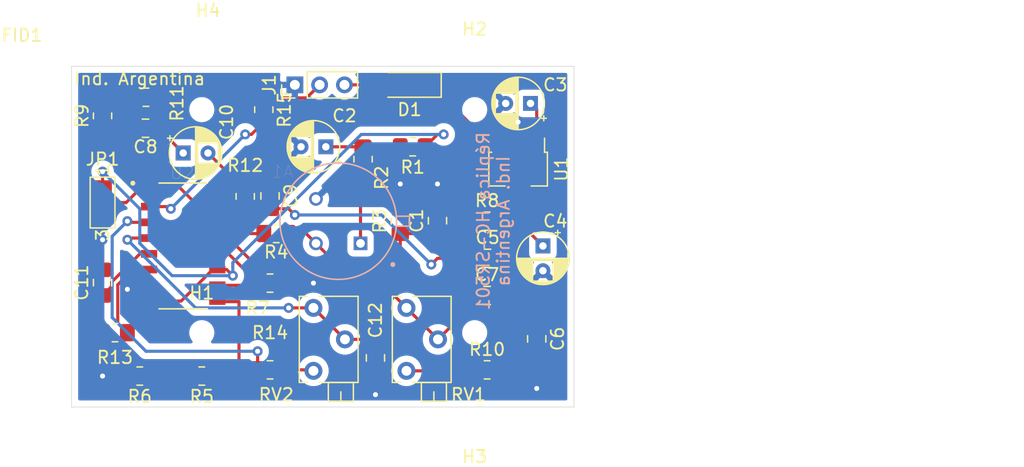
<source format=kicad_pcb>
(kicad_pcb (version 20171130) (host pcbnew "(5.1.9)-1")

  (general
    (thickness 1.6)
    (drawings 16)
    (tracks 171)
    (zones 0)
    (modules 40)
    (nets 29)
  )

  (page A4)
  (title_block
    (title "HC-SR501  Passive Infrared (PIR) Motion Sensor")
    (company "DCI - CESE")
    (comment 2 "Revisor: Florencia Battocchia")
    (comment 3 "Autor: Pablo Aguirre")
  )

  (layers
    (0 F.Cu signal)
    (31 B.Cu signal)
    (32 B.Adhes user)
    (33 F.Adhes user)
    (34 B.Paste user hide)
    (35 F.Paste user)
    (36 B.SilkS user)
    (37 F.SilkS user)
    (38 B.Mask user)
    (39 F.Mask user)
    (40 Dwgs.User user)
    (41 Cmts.User user)
    (42 Eco1.User user hide)
    (43 Eco2.User user hide)
    (44 Edge.Cuts user)
    (45 Margin user)
    (46 B.CrtYd user)
    (47 F.CrtYd user)
    (48 B.Fab user)
    (49 F.Fab user)
  )

  (setup
    (last_trace_width 0.25)
    (user_trace_width 0.25)
    (user_trace_width 0.8)
    (user_trace_width 1)
    (user_trace_width 1.2)
    (trace_clearance 0.25)
    (zone_clearance 0.508)
    (zone_45_only no)
    (trace_min 0.25)
    (via_size 0.8)
    (via_drill 0.4)
    (via_min_size 0.6)
    (via_min_drill 0.3)
    (user_via 1 0.5)
    (user_via 1.6 0.8)
    (user_via 2 1)
    (uvia_size 0.3)
    (uvia_drill 0.1)
    (uvias_allowed no)
    (uvia_min_size 0.2)
    (uvia_min_drill 0.1)
    (edge_width 0.05)
    (segment_width 0.2)
    (pcb_text_width 0.3)
    (pcb_text_size 1.5 1.5)
    (mod_edge_width 0.12)
    (mod_text_size 1 1)
    (mod_text_width 0.15)
    (pad_size 1.524 1.524)
    (pad_drill 0.762)
    (pad_to_mask_clearance 0.07)
    (solder_mask_min_width 0.1)
    (aux_axis_origin 0 0)
    (visible_elements 7FFFFFFF)
    (pcbplotparams
      (layerselection 0x010fc_ffffffff)
      (usegerberextensions false)
      (usegerberattributes true)
      (usegerberadvancedattributes true)
      (creategerberjobfile true)
      (excludeedgelayer true)
      (linewidth 0.100000)
      (plotframeref false)
      (viasonmask false)
      (mode 1)
      (useauxorigin false)
      (hpglpennumber 1)
      (hpglpenspeed 20)
      (hpglpendiameter 15.000000)
      (psnegative false)
      (psa4output false)
      (plotreference true)
      (plotvalue true)
      (plotinvisibletext false)
      (padsonsilk false)
      (subtractmaskfromsilk false)
      (outputformat 1)
      (mirror false)
      (drillshape 1)
      (scaleselection 1)
      (outputdirectory ""))
  )

  (net 0 "")
  (net 1 "Net-(A1-Pad1)")
  (net 2 "Net-(A1-Pad2)")
  (net 3 GND)
  (net 4 "Net-(C2-Pad1)")
  (net 5 /2IN-)
  (net 6 /2OUT)
  (net 7 "Net-(C5-Pad2)")
  (net 8 /1OUT)
  (net 9 /1IN-)
  (net 10 "Net-(C10-Pad1)")
  (net 11 "Net-(C11-Pad1)")
  (net 12 +3V3)
  (net 13 "Net-(D1-Pad1)")
  (net 14 /Vin)
  (net 15 "Net-(J1-Pad2)")
  (net 16 "Net-(JP1-Pad2)")
  (net 17 /1IN+)
  (net 18 "Net-(R10-Pad1)")
  (net 19 "Net-(R13-Pad2)")
  (net 20 "Net-(R14-Pad1)")
  (net 21 "Net-(R14-Pad2)")
  (net 22 "Net-(R15-Pad2)")
  (net 23 "Net-(C4-Pad1)")
  (net 24 "Net-(C8-Pad1)")
  (net 25 "Net-(C12-Pad1)")
  (net 26 "Net-(R5-Pad2)")
  (net 27 "Net-(R5-Pad1)")
  (net 28 "Net-(R7-Pad1)")

  (net_class Default "This is the default net class."
    (clearance 0.25)
    (trace_width 0.25)
    (via_dia 0.8)
    (via_drill 0.4)
    (uvia_dia 0.3)
    (uvia_drill 0.1)
    (diff_pair_width 0.25)
    (diff_pair_gap 0.25)
    (add_net +3V3)
    (add_net /1IN+)
    (add_net /1IN-)
    (add_net /1OUT)
    (add_net /2IN-)
    (add_net /2OUT)
    (add_net /Vin)
    (add_net GND)
    (add_net "Net-(A1-Pad1)")
    (add_net "Net-(A1-Pad2)")
    (add_net "Net-(C10-Pad1)")
    (add_net "Net-(C11-Pad1)")
    (add_net "Net-(C12-Pad1)")
    (add_net "Net-(C2-Pad1)")
    (add_net "Net-(C4-Pad1)")
    (add_net "Net-(C5-Pad2)")
    (add_net "Net-(C8-Pad1)")
    (add_net "Net-(D1-Pad1)")
    (add_net "Net-(J1-Pad2)")
    (add_net "Net-(JP1-Pad2)")
    (add_net "Net-(R10-Pad1)")
    (add_net "Net-(R13-Pad2)")
    (add_net "Net-(R14-Pad1)")
    (add_net "Net-(R14-Pad2)")
    (add_net "Net-(R15-Pad2)")
    (add_net "Net-(R5-Pad1)")
    (add_net "Net-(R5-Pad2)")
    (add_net "Net-(R7-Pad1)")
  )

  (module Package_TO_SOT_SMD:SOT-89-3 (layer F.Cu) (tedit 5C33D6E8) (tstamp 607EC73D)
    (at 207.5 118.5 270)
    (descr "SOT-89-3, http://ww1.microchip.com/downloads/en/DeviceDoc/3L_SOT-89_MB_C04-029C.pdf")
    (tags SOT-89-3)
    (path /60B5D617)
    (attr smd)
    (fp_text reference U1 (at 0.3 -3.5 90) (layer F.SilkS)
      (effects (font (size 1 1) (thickness 0.15)))
    )
    (fp_text value L78L33_SOT89 (at 0.3 3.5 90) (layer F.Fab)
      (effects (font (size 1 1) (thickness 0.15)))
    )
    (fp_line (start 1.66 1.05) (end 1.66 2.36) (layer F.SilkS) (width 0.12))
    (fp_line (start 1.66 2.36) (end -1.06 2.36) (layer F.SilkS) (width 0.12))
    (fp_line (start -2.2 -2.13) (end -1.06 -2.13) (layer F.SilkS) (width 0.12))
    (fp_line (start 1.66 -2.36) (end 1.66 -1.05) (layer F.SilkS) (width 0.12))
    (fp_line (start -0.95 -1.25) (end 0.05 -2.25) (layer F.Fab) (width 0.1))
    (fp_line (start 1.55 -2.25) (end 1.55 2.25) (layer F.Fab) (width 0.1))
    (fp_line (start 1.55 2.25) (end -0.95 2.25) (layer F.Fab) (width 0.1))
    (fp_line (start -0.95 2.25) (end -0.95 -1.25) (layer F.Fab) (width 0.1))
    (fp_line (start 0.05 -2.25) (end 1.55 -2.25) (layer F.Fab) (width 0.1))
    (fp_line (start 2.55 -2.5) (end 2.55 2.5) (layer F.CrtYd) (width 0.05))
    (fp_line (start 2.55 -2.5) (end -2.55 -2.5) (layer F.CrtYd) (width 0.05))
    (fp_line (start -2.55 2.5) (end 2.55 2.5) (layer F.CrtYd) (width 0.05))
    (fp_line (start -2.55 2.5) (end -2.55 -2.5) (layer F.CrtYd) (width 0.05))
    (fp_line (start -1.06 -2.36) (end 1.66 -2.36) (layer F.SilkS) (width 0.12))
    (fp_line (start -1.06 -2.36) (end -1.06 -2.13) (layer F.SilkS) (width 0.12))
    (fp_line (start -1.06 2.36) (end -1.06 2.13) (layer F.SilkS) (width 0.12))
    (fp_text user %R (at 0.5 0) (layer F.Fab)
      (effects (font (size 1 1) (thickness 0.15)))
    )
    (pad 2 smd custom (at -1.5625 0 270) (size 1.475 0.9) (layers F.Cu F.Paste F.Mask)
      (net 3 GND) (zone_connect 2)
      (options (clearance outline) (anchor rect))
      (primitives
        (gr_poly (pts
           (xy 0.7375 -0.8665) (xy 3.8625 -0.8665) (xy 3.8625 0.8665) (xy 0.7375 0.8665)) (width 0))
      ))
    (pad 3 smd rect (at -1.65 1.5 270) (size 1.3 0.9) (layers F.Cu F.Paste F.Mask)
      (net 13 "Net-(D1-Pad1)"))
    (pad 1 smd rect (at -1.65 -1.5 270) (size 1.3 0.9) (layers F.Cu F.Paste F.Mask)
      (net 12 +3V3))
    (model ${KISYS3DMOD}/Package_TO_SOT_SMD.3dshapes/SOT-89-3.wrl
      (at (xyz 0 0 0))
      (scale (xyz 1 1 1))
      (rotate (xyz 0 0 0))
    )
  )

  (module myLib:SOIC127P600X180-16N (layer F.Cu) (tedit 60746B0B) (tstamp 607F32EC)
    (at 180.5 125)
    (path /60665AD5)
    (fp_text reference U2 (at -0.085 -5.887) (layer F.SilkS)
      (effects (font (size 1 1) (thickness 0.015)))
    )
    (fp_text value BISS0001 (at 0.1 -7.2) (layer F.Fab)
      (effects (font (size 1 1) (thickness 0.015)))
    )
    (fp_line (start 3.655 -5.25) (end 3.655 5.25) (layer F.CrtYd) (width 0.05))
    (fp_line (start -3.655 -5.25) (end -3.655 5.25) (layer F.CrtYd) (width 0.05))
    (fp_line (start -3.655 5.25) (end 3.655 5.25) (layer F.CrtYd) (width 0.05))
    (fp_line (start -3.655 -5.25) (end 3.655 -5.25) (layer F.CrtYd) (width 0.05))
    (fp_line (start 1.95 -5) (end 1.95 5) (layer F.Fab) (width 0.127))
    (fp_line (start -1.95 -5) (end -1.95 5) (layer F.Fab) (width 0.127))
    (fp_line (start -1.95 5.075) (end 1.95 5.075) (layer F.SilkS) (width 0.127))
    (fp_line (start -1.95 -5.075) (end 1.95 -5.075) (layer F.SilkS) (width 0.127))
    (fp_line (start -1.95 5) (end 1.95 5) (layer F.Fab) (width 0.127))
    (fp_line (start -1.95 -5) (end 1.95 -5) (layer F.Fab) (width 0.127))
    (fp_circle (center -4.06 -5.065) (end -3.96 -5.065) (layer F.Fab) (width 0.2))
    (fp_circle (center -4.06 -5.065) (end -3.96 -5.065) (layer F.SilkS) (width 0.2))
    (pad 16 smd rect (at 2.75 -4.445) (size 1.31 0.62) (layers F.Cu F.Paste F.Mask)
      (net 8 /1OUT))
    (pad 15 smd rect (at 2.75 -3.175) (size 1.31 0.62) (layers F.Cu F.Paste F.Mask)
      (net 9 /1IN-))
    (pad 14 smd rect (at 2.75 -1.905) (size 1.31 0.62) (layers F.Cu F.Paste F.Mask)
      (net 17 /1IN+))
    (pad 13 smd rect (at 2.75 -0.635) (size 1.31 0.62) (layers F.Cu F.Paste F.Mask)
      (net 5 /2IN-))
    (pad 12 smd rect (at 2.75 0.635) (size 1.31 0.62) (layers F.Cu F.Paste F.Mask)
      (net 6 /2OUT))
    (pad 11 smd rect (at 2.75 1.905) (size 1.31 0.62) (layers F.Cu F.Paste F.Mask)
      (net 12 +3V3))
    (pad 10 smd rect (at 2.75 3.175) (size 1.31 0.62) (layers F.Cu F.Paste F.Mask)
      (net 28 "Net-(R7-Pad1)"))
    (pad 9 smd rect (at 2.75 4.445) (size 1.31 0.62) (layers F.Cu F.Paste F.Mask)
      (net 27 "Net-(R5-Pad1)"))
    (pad 8 smd rect (at -2.75 4.445) (size 1.31 0.62) (layers F.Cu F.Paste F.Mask)
      (net 12 +3V3))
    (pad 7 smd rect (at -2.75 3.175) (size 1.31 0.62) (layers F.Cu F.Paste F.Mask)
      (net 3 GND))
    (pad 6 smd rect (at -2.75 1.905) (size 1.31 0.62) (layers F.Cu F.Paste F.Mask)
      (net 19 "Net-(R13-Pad2)"))
    (pad 5 smd rect (at -2.75 0.635) (size 1.31 0.62) (layers F.Cu F.Paste F.Mask)
      (net 11 "Net-(C11-Pad1)"))
    (pad 4 smd rect (at -2.75 -0.635) (size 1.31 0.62) (layers F.Cu F.Paste F.Mask)
      (net 25 "Net-(C12-Pad1)"))
    (pad 3 smd rect (at -2.75 -1.905) (size 1.31 0.62) (layers F.Cu F.Paste F.Mask)
      (net 21 "Net-(R14-Pad2)"))
    (pad 2 smd rect (at -2.75 -3.175) (size 1.31 0.62) (layers F.Cu F.Paste F.Mask)
      (net 22 "Net-(R15-Pad2)"))
    (pad 1 smd rect (at -2.75 -4.445) (size 1.31 0.62) (layers F.Cu F.Paste F.Mask)
      (net 16 "Net-(JP1-Pad2)"))
    (model ${KIPRJMOD}/3DModels/BISS0001.stp
      (at (xyz 0 0 0))
      (scale (xyz 1 1 1))
      (rotate (xyz 0 0 0))
    )
  )

  (module myLib:TO254P940H490-3 (layer B.Cu) (tedit 606D050C) (tstamp 607F62DF)
    (at 193 123 180)
    (path /6070E70D)
    (fp_text reference A1 (at 4.5 4 180) (layer B.SilkS)
      (effects (font (size 1 1) (thickness 0.015)) (justify mirror))
    )
    (fp_text value IRA-S210ST01 (at 6.025 -6.135 180) (layer B.Fab)
      (effects (font (size 1 1) (thickness 0.015)) (justify mirror))
    )
    (fp_circle (center 0 0) (end 4.7 0) (layer B.SilkS) (width 0.127))
    (fp_line (start -4.69307 -0.4) (end -5.75 -0.4) (layer B.SilkS) (width 0.127))
    (fp_line (start -4.69307 0.4) (end -5.75 0.4) (layer B.SilkS) (width 0.127))
    (fp_line (start -5.75 -0.4) (end -5.75 0.4) (layer B.SilkS) (width 0.127))
    (fp_circle (center 0 0) (end 4.7 0) (layer B.Fab) (width 0.127))
    (fp_line (start -4.69307 -0.399512) (end -5.75 -0.399512) (layer B.Fab) (width 0.127))
    (fp_line (start -4.69307 0.399512) (end -5.75 0.399512) (layer B.Fab) (width 0.127))
    (fp_line (start -5.75 -0.399512) (end -5.75 0.399512) (layer B.Fab) (width 0.127))
    (fp_line (start -4.90722 -0.65) (end -6 -0.65) (layer B.CrtYd) (width 0.05))
    (fp_line (start -4.90722 0.65) (end -6 0.65) (layer B.CrtYd) (width 0.05))
    (fp_line (start -6 -0.65) (end -6 0.65) (layer B.CrtYd) (width 0.05))
    (fp_circle (center -4.4 -3.5) (end -4.3 -3.5) (layer B.SilkS) (width 0.2))
    (fp_circle (center -4.4 -3.5) (end -4.3 -3.5) (layer B.Fab) (width 0.2))
    (fp_arc (start 0 0) (end 0 4.95) (angle -180) (layer B.CrtYd) (width 0.05))
    (fp_arc (start 0.00094 -0.001167) (end -4.90722 0.65) (angle -82.4318) (layer B.CrtYd) (width 0.05))
    (fp_arc (start 0.001278 0.001552) (end -4.90722 -0.65) (angle 82.424) (layer B.CrtYd) (width 0.05))
    (pad 1 thru_hole rect (at -1.79605 -1.79605 180) (size 1.1 1.1) (drill 0.7) (layers *.Cu *.Mask)
      (net 1 "Net-(A1-Pad1)"))
    (pad 2 thru_hole circle (at 1.79605 -1.79605 180) (size 1.1 1.1) (drill 0.7) (layers *.Cu *.Mask)
      (net 2 "Net-(A1-Pad2)"))
    (pad 3 thru_hole circle (at 1.79605 1.79605 180) (size 1.1 1.1) (drill 0.7) (layers *.Cu *.Mask)
      (net 3 GND))
    (model ${KIPRJMOD}/3DModels/IRA-S210ST01.step
      (at (xyz 0 0 0))
      (scale (xyz 1 1 1))
      (rotate (xyz -90 0 0))
    )
  )

  (module Capacitor_THT:CP_Radial_D4.0mm_P2.00mm (layer F.Cu) (tedit 5AE50EF0) (tstamp 607F2DB8)
    (at 192 117 180)
    (descr "CP, Radial series, Radial, pin pitch=2.00mm, , diameter=4mm, Electrolytic Capacitor")
    (tags "CP Radial series Radial pin pitch 2.00mm  diameter 4mm Electrolytic Capacitor")
    (path /60758159)
    (fp_text reference C2 (at -1.5 2.5) (layer F.SilkS)
      (effects (font (size 1 1) (thickness 0.15)))
    )
    (fp_text value 47uF (at 1 3.25) (layer F.Fab)
      (effects (font (size 1 1) (thickness 0.15)))
    )
    (fp_line (start -1.069801 -1.395) (end -1.069801 -0.995) (layer F.SilkS) (width 0.12))
    (fp_line (start -1.269801 -1.195) (end -0.869801 -1.195) (layer F.SilkS) (width 0.12))
    (fp_line (start 3.081 -0.37) (end 3.081 0.37) (layer F.SilkS) (width 0.12))
    (fp_line (start 3.041 -0.537) (end 3.041 0.537) (layer F.SilkS) (width 0.12))
    (fp_line (start 3.001 -0.664) (end 3.001 0.664) (layer F.SilkS) (width 0.12))
    (fp_line (start 2.961 -0.768) (end 2.961 0.768) (layer F.SilkS) (width 0.12))
    (fp_line (start 2.921 -0.859) (end 2.921 0.859) (layer F.SilkS) (width 0.12))
    (fp_line (start 2.881 -0.94) (end 2.881 0.94) (layer F.SilkS) (width 0.12))
    (fp_line (start 2.841 -1.013) (end 2.841 1.013) (layer F.SilkS) (width 0.12))
    (fp_line (start 2.801 0.84) (end 2.801 1.08) (layer F.SilkS) (width 0.12))
    (fp_line (start 2.801 -1.08) (end 2.801 -0.84) (layer F.SilkS) (width 0.12))
    (fp_line (start 2.761 0.84) (end 2.761 1.142) (layer F.SilkS) (width 0.12))
    (fp_line (start 2.761 -1.142) (end 2.761 -0.84) (layer F.SilkS) (width 0.12))
    (fp_line (start 2.721 0.84) (end 2.721 1.2) (layer F.SilkS) (width 0.12))
    (fp_line (start 2.721 -1.2) (end 2.721 -0.84) (layer F.SilkS) (width 0.12))
    (fp_line (start 2.681 0.84) (end 2.681 1.254) (layer F.SilkS) (width 0.12))
    (fp_line (start 2.681 -1.254) (end 2.681 -0.84) (layer F.SilkS) (width 0.12))
    (fp_line (start 2.641 0.84) (end 2.641 1.304) (layer F.SilkS) (width 0.12))
    (fp_line (start 2.641 -1.304) (end 2.641 -0.84) (layer F.SilkS) (width 0.12))
    (fp_line (start 2.601 0.84) (end 2.601 1.351) (layer F.SilkS) (width 0.12))
    (fp_line (start 2.601 -1.351) (end 2.601 -0.84) (layer F.SilkS) (width 0.12))
    (fp_line (start 2.561 0.84) (end 2.561 1.396) (layer F.SilkS) (width 0.12))
    (fp_line (start 2.561 -1.396) (end 2.561 -0.84) (layer F.SilkS) (width 0.12))
    (fp_line (start 2.521 0.84) (end 2.521 1.438) (layer F.SilkS) (width 0.12))
    (fp_line (start 2.521 -1.438) (end 2.521 -0.84) (layer F.SilkS) (width 0.12))
    (fp_line (start 2.481 0.84) (end 2.481 1.478) (layer F.SilkS) (width 0.12))
    (fp_line (start 2.481 -1.478) (end 2.481 -0.84) (layer F.SilkS) (width 0.12))
    (fp_line (start 2.441 0.84) (end 2.441 1.516) (layer F.SilkS) (width 0.12))
    (fp_line (start 2.441 -1.516) (end 2.441 -0.84) (layer F.SilkS) (width 0.12))
    (fp_line (start 2.401 0.84) (end 2.401 1.552) (layer F.SilkS) (width 0.12))
    (fp_line (start 2.401 -1.552) (end 2.401 -0.84) (layer F.SilkS) (width 0.12))
    (fp_line (start 2.361 0.84) (end 2.361 1.587) (layer F.SilkS) (width 0.12))
    (fp_line (start 2.361 -1.587) (end 2.361 -0.84) (layer F.SilkS) (width 0.12))
    (fp_line (start 2.321 0.84) (end 2.321 1.619) (layer F.SilkS) (width 0.12))
    (fp_line (start 2.321 -1.619) (end 2.321 -0.84) (layer F.SilkS) (width 0.12))
    (fp_line (start 2.281 0.84) (end 2.281 1.65) (layer F.SilkS) (width 0.12))
    (fp_line (start 2.281 -1.65) (end 2.281 -0.84) (layer F.SilkS) (width 0.12))
    (fp_line (start 2.241 0.84) (end 2.241 1.68) (layer F.SilkS) (width 0.12))
    (fp_line (start 2.241 -1.68) (end 2.241 -0.84) (layer F.SilkS) (width 0.12))
    (fp_line (start 2.201 0.84) (end 2.201 1.708) (layer F.SilkS) (width 0.12))
    (fp_line (start 2.201 -1.708) (end 2.201 -0.84) (layer F.SilkS) (width 0.12))
    (fp_line (start 2.161 0.84) (end 2.161 1.735) (layer F.SilkS) (width 0.12))
    (fp_line (start 2.161 -1.735) (end 2.161 -0.84) (layer F.SilkS) (width 0.12))
    (fp_line (start 2.121 0.84) (end 2.121 1.76) (layer F.SilkS) (width 0.12))
    (fp_line (start 2.121 -1.76) (end 2.121 -0.84) (layer F.SilkS) (width 0.12))
    (fp_line (start 2.081 0.84) (end 2.081 1.785) (layer F.SilkS) (width 0.12))
    (fp_line (start 2.081 -1.785) (end 2.081 -0.84) (layer F.SilkS) (width 0.12))
    (fp_line (start 2.041 0.84) (end 2.041 1.808) (layer F.SilkS) (width 0.12))
    (fp_line (start 2.041 -1.808) (end 2.041 -0.84) (layer F.SilkS) (width 0.12))
    (fp_line (start 2.001 0.84) (end 2.001 1.83) (layer F.SilkS) (width 0.12))
    (fp_line (start 2.001 -1.83) (end 2.001 -0.84) (layer F.SilkS) (width 0.12))
    (fp_line (start 1.961 0.84) (end 1.961 1.851) (layer F.SilkS) (width 0.12))
    (fp_line (start 1.961 -1.851) (end 1.961 -0.84) (layer F.SilkS) (width 0.12))
    (fp_line (start 1.921 0.84) (end 1.921 1.87) (layer F.SilkS) (width 0.12))
    (fp_line (start 1.921 -1.87) (end 1.921 -0.84) (layer F.SilkS) (width 0.12))
    (fp_line (start 1.881 0.84) (end 1.881 1.889) (layer F.SilkS) (width 0.12))
    (fp_line (start 1.881 -1.889) (end 1.881 -0.84) (layer F.SilkS) (width 0.12))
    (fp_line (start 1.841 0.84) (end 1.841 1.907) (layer F.SilkS) (width 0.12))
    (fp_line (start 1.841 -1.907) (end 1.841 -0.84) (layer F.SilkS) (width 0.12))
    (fp_line (start 1.801 0.84) (end 1.801 1.924) (layer F.SilkS) (width 0.12))
    (fp_line (start 1.801 -1.924) (end 1.801 -0.84) (layer F.SilkS) (width 0.12))
    (fp_line (start 1.761 0.84) (end 1.761 1.94) (layer F.SilkS) (width 0.12))
    (fp_line (start 1.761 -1.94) (end 1.761 -0.84) (layer F.SilkS) (width 0.12))
    (fp_line (start 1.721 0.84) (end 1.721 1.954) (layer F.SilkS) (width 0.12))
    (fp_line (start 1.721 -1.954) (end 1.721 -0.84) (layer F.SilkS) (width 0.12))
    (fp_line (start 1.68 0.84) (end 1.68 1.968) (layer F.SilkS) (width 0.12))
    (fp_line (start 1.68 -1.968) (end 1.68 -0.84) (layer F.SilkS) (width 0.12))
    (fp_line (start 1.64 0.84) (end 1.64 1.982) (layer F.SilkS) (width 0.12))
    (fp_line (start 1.64 -1.982) (end 1.64 -0.84) (layer F.SilkS) (width 0.12))
    (fp_line (start 1.6 0.84) (end 1.6 1.994) (layer F.SilkS) (width 0.12))
    (fp_line (start 1.6 -1.994) (end 1.6 -0.84) (layer F.SilkS) (width 0.12))
    (fp_line (start 1.56 0.84) (end 1.56 2.005) (layer F.SilkS) (width 0.12))
    (fp_line (start 1.56 -2.005) (end 1.56 -0.84) (layer F.SilkS) (width 0.12))
    (fp_line (start 1.52 0.84) (end 1.52 2.016) (layer F.SilkS) (width 0.12))
    (fp_line (start 1.52 -2.016) (end 1.52 -0.84) (layer F.SilkS) (width 0.12))
    (fp_line (start 1.48 0.84) (end 1.48 2.025) (layer F.SilkS) (width 0.12))
    (fp_line (start 1.48 -2.025) (end 1.48 -0.84) (layer F.SilkS) (width 0.12))
    (fp_line (start 1.44 0.84) (end 1.44 2.034) (layer F.SilkS) (width 0.12))
    (fp_line (start 1.44 -2.034) (end 1.44 -0.84) (layer F.SilkS) (width 0.12))
    (fp_line (start 1.4 0.84) (end 1.4 2.042) (layer F.SilkS) (width 0.12))
    (fp_line (start 1.4 -2.042) (end 1.4 -0.84) (layer F.SilkS) (width 0.12))
    (fp_line (start 1.36 0.84) (end 1.36 2.05) (layer F.SilkS) (width 0.12))
    (fp_line (start 1.36 -2.05) (end 1.36 -0.84) (layer F.SilkS) (width 0.12))
    (fp_line (start 1.32 0.84) (end 1.32 2.056) (layer F.SilkS) (width 0.12))
    (fp_line (start 1.32 -2.056) (end 1.32 -0.84) (layer F.SilkS) (width 0.12))
    (fp_line (start 1.28 0.84) (end 1.28 2.062) (layer F.SilkS) (width 0.12))
    (fp_line (start 1.28 -2.062) (end 1.28 -0.84) (layer F.SilkS) (width 0.12))
    (fp_line (start 1.24 0.84) (end 1.24 2.067) (layer F.SilkS) (width 0.12))
    (fp_line (start 1.24 -2.067) (end 1.24 -0.84) (layer F.SilkS) (width 0.12))
    (fp_line (start 1.2 0.84) (end 1.2 2.071) (layer F.SilkS) (width 0.12))
    (fp_line (start 1.2 -2.071) (end 1.2 -0.84) (layer F.SilkS) (width 0.12))
    (fp_line (start 1.16 -2.074) (end 1.16 2.074) (layer F.SilkS) (width 0.12))
    (fp_line (start 1.12 -2.077) (end 1.12 2.077) (layer F.SilkS) (width 0.12))
    (fp_line (start 1.08 -2.079) (end 1.08 2.079) (layer F.SilkS) (width 0.12))
    (fp_line (start 1.04 -2.08) (end 1.04 2.08) (layer F.SilkS) (width 0.12))
    (fp_line (start 1 -2.08) (end 1 2.08) (layer F.SilkS) (width 0.12))
    (fp_line (start -0.502554 -1.0675) (end -0.502554 -0.6675) (layer F.Fab) (width 0.1))
    (fp_line (start -0.702554 -0.8675) (end -0.302554 -0.8675) (layer F.Fab) (width 0.1))
    (fp_circle (center 1 0) (end 3.25 0) (layer F.CrtYd) (width 0.05))
    (fp_circle (center 1 0) (end 3.12 0) (layer F.SilkS) (width 0.12))
    (fp_circle (center 1 0) (end 3 0) (layer F.Fab) (width 0.1))
    (fp_text user %R (at 1 0) (layer F.Fab)
      (effects (font (size 0.8 0.8) (thickness 0.12)))
    )
    (pad 2 thru_hole circle (at 2 0 180) (size 1.2 1.2) (drill 0.6) (layers *.Cu *.Mask)
      (net 3 GND))
    (pad 1 thru_hole rect (at 0 0 180) (size 1.2 1.2) (drill 0.6) (layers *.Cu *.Mask)
      (net 4 "Net-(C2-Pad1)"))
    (model ${KISYS3DMOD}/Capacitor_THT.3dshapes/CP_Radial_D4.0mm_P2.00mm.wrl
      (at (xyz 0 0 0))
      (scale (xyz 1 1 1))
      (rotate (xyz 0 0 0))
    )
  )

  (module Resistor_SMD:R_0805_2012Metric_Pad1.20x1.40mm_HandSolder (layer F.Cu) (tedit 5F68FEEE) (tstamp 607E6656)
    (at 199 117 180)
    (descr "Resistor SMD 0805 (2012 Metric), square (rectangular) end terminal, IPC_7351 nominal with elongated pad for handsoldering. (Body size source: IPC-SM-782 page 72, https://www.pcb-3d.com/wordpress/wp-content/uploads/ipc-sm-782a_amendment_1_and_2.pdf), generated with kicad-footprint-generator")
    (tags "resistor handsolder")
    (path /607577F6)
    (attr smd)
    (fp_text reference R1 (at 0 -1.65) (layer F.SilkS)
      (effects (font (size 1 1) (thickness 0.15)))
    )
    (fp_text value 10K (at 0 1.65) (layer F.Fab)
      (effects (font (size 1 1) (thickness 0.15)))
    )
    (fp_line (start -1 0.625) (end -1 -0.625) (layer F.Fab) (width 0.1))
    (fp_line (start -1 -0.625) (end 1 -0.625) (layer F.Fab) (width 0.1))
    (fp_line (start 1 -0.625) (end 1 0.625) (layer F.Fab) (width 0.1))
    (fp_line (start 1 0.625) (end -1 0.625) (layer F.Fab) (width 0.1))
    (fp_line (start -0.227064 -0.735) (end 0.227064 -0.735) (layer F.SilkS) (width 0.12))
    (fp_line (start -0.227064 0.735) (end 0.227064 0.735) (layer F.SilkS) (width 0.12))
    (fp_line (start -1.85 0.95) (end -1.85 -0.95) (layer F.CrtYd) (width 0.05))
    (fp_line (start -1.85 -0.95) (end 1.85 -0.95) (layer F.CrtYd) (width 0.05))
    (fp_line (start 1.85 -0.95) (end 1.85 0.95) (layer F.CrtYd) (width 0.05))
    (fp_line (start 1.85 0.95) (end -1.85 0.95) (layer F.CrtYd) (width 0.05))
    (fp_text user %R (at 0 0) (layer F.Fab)
      (effects (font (size 0.5 0.5) (thickness 0.08)))
    )
    (pad 2 smd roundrect (at 1 0 180) (size 1.2 1.4) (layers F.Cu F.Paste F.Mask) (roundrect_rratio 0.208333)
      (net 4 "Net-(C2-Pad1)"))
    (pad 1 smd roundrect (at -1 0 180) (size 1.2 1.4) (layers F.Cu F.Paste F.Mask) (roundrect_rratio 0.208333)
      (net 12 +3V3))
    (model ${KISYS3DMOD}/Resistor_SMD.3dshapes/R_0805_2012Metric.wrl
      (at (xyz 0 0 0))
      (scale (xyz 1 1 1))
      (rotate (xyz 0 0 0))
    )
  )

  (module myLib:MountingHole_1mm (layer F.Cu) (tedit 607D82A2) (tstamp 607E429F)
    (at 182 114)
    (descr "Mounting Hole 2mm, no annular")
    (tags "mounting hole 2mm no annular")
    (path /60AC3749)
    (attr virtual)
    (fp_text reference H4 (at 0.5 -8) (layer F.SilkS)
      (effects (font (size 1 1) (thickness 0.15)))
    )
    (fp_text value MountingHole (at 0 3.1) (layer F.Fab)
      (effects (font (size 1 1) (thickness 0.15)))
    )
    (fp_circle (center 0 0) (end 1 0) (layer Cmts.User) (width 0.15))
    (fp_circle (center 0 0) (end 1.25 0) (layer F.CrtYd) (width 0.05))
    (fp_text user %R (at 0.3 0) (layer F.Fab)
      (effects (font (size 1 1) (thickness 0.15)))
    )
    (pad "" np_thru_hole circle (at 0 0) (size 1 1) (drill 1) (layers *.Cu *.Mask))
  )

  (module myLib:MountingHole_1mm (layer F.Cu) (tedit 607D82A2) (tstamp 607E41EE)
    (at 204 132)
    (descr "Mounting Hole 2mm, no annular")
    (tags "mounting hole 2mm no annular")
    (path /60AC4253)
    (attr virtual)
    (fp_text reference H3 (at 0 10) (layer F.SilkS)
      (effects (font (size 1 1) (thickness 0.15)))
    )
    (fp_text value MountingHole (at 0 3.1) (layer F.Fab)
      (effects (font (size 1 1) (thickness 0.15)))
    )
    (fp_circle (center 0 0) (end 1 0) (layer Cmts.User) (width 0.15))
    (fp_circle (center 0 0) (end 1.25 0) (layer F.CrtYd) (width 0.05))
    (fp_text user %R (at 0.3 0) (layer F.Fab)
      (effects (font (size 1 1) (thickness 0.15)))
    )
    (pad "" np_thru_hole circle (at 0 0) (size 1 1) (drill 1) (layers *.Cu *.Mask))
  )

  (module myLib:MountingHole_1mm (layer F.Cu) (tedit 607D82A2) (tstamp 607E41A6)
    (at 204 114)
    (descr "Mounting Hole 2mm, no annular")
    (tags "mounting hole 2mm no annular")
    (path /60AC2AFC)
    (attr virtual)
    (fp_text reference H2 (at 0 -6.5) (layer F.SilkS)
      (effects (font (size 1 1) (thickness 0.15)))
    )
    (fp_text value MountingHole (at 0 3.1) (layer F.Fab)
      (effects (font (size 1 1) (thickness 0.15)))
    )
    (fp_circle (center 0 0) (end 1 0) (layer Cmts.User) (width 0.15))
    (fp_circle (center 0 0) (end 1.25 0) (layer F.CrtYd) (width 0.05))
    (fp_text user %R (at 3 0) (layer F.Fab)
      (effects (font (size 1 1) (thickness 0.15)))
    )
    (pad "" np_thru_hole circle (at 0 0) (size 1 1) (drill 1) (layers *.Cu *.Mask))
  )

  (module myLib:MountingHole_1mm (layer F.Cu) (tedit 607D82A2) (tstamp 607F3840)
    (at 182 132)
    (descr "Mounting Hole 2mm, no annular")
    (tags "mounting hole 2mm no annular")
    (path /60AC205E)
    (attr virtual)
    (fp_text reference H1 (at 0 -3.2) (layer F.SilkS)
      (effects (font (size 1 1) (thickness 0.15)))
    )
    (fp_text value MountingHole (at 0 3.1) (layer F.Fab)
      (effects (font (size 1 1) (thickness 0.15)))
    )
    (fp_circle (center 0 0) (end 1 0) (layer Cmts.User) (width 0.15))
    (fp_circle (center 0 0) (end 1.25 0) (layer F.CrtYd) (width 0.05))
    (fp_text user %R (at 0 10) (layer F.Fab)
      (effects (font (size 1 1) (thickness 0.15)))
    )
    (pad "" np_thru_hole circle (at 0 0) (size 1 1) (drill 1) (layers *.Cu *.Mask))
  )

  (module Resistor_SMD:R_0805_2012Metric_Pad1.20x1.40mm_HandSolder (layer F.Cu) (tedit 5F68FEEE) (tstamp 6075629F)
    (at 187 114 270)
    (descr "Resistor SMD 0805 (2012 Metric), square (rectangular) end terminal, IPC_7351 nominal with elongated pad for handsoldering. (Body size source: IPC-SM-782 page 72, https://www.pcb-3d.com/wordpress/wp-content/uploads/ipc-sm-782a_amendment_1_and_2.pdf), generated with kicad-footprint-generator")
    (tags "resistor handsolder")
    (path /6070867B)
    (attr smd)
    (fp_text reference R15 (at 0 -1.65 90) (layer F.SilkS)
      (effects (font (size 1 1) (thickness 0.15)))
    )
    (fp_text value 1K (at 0 1.65 90) (layer F.Fab)
      (effects (font (size 1 1) (thickness 0.15)))
    )
    (fp_line (start -1 0.625) (end -1 -0.625) (layer F.Fab) (width 0.1))
    (fp_line (start -1 -0.625) (end 1 -0.625) (layer F.Fab) (width 0.1))
    (fp_line (start 1 -0.625) (end 1 0.625) (layer F.Fab) (width 0.1))
    (fp_line (start 1 0.625) (end -1 0.625) (layer F.Fab) (width 0.1))
    (fp_line (start -0.227064 -0.735) (end 0.227064 -0.735) (layer F.SilkS) (width 0.12))
    (fp_line (start -0.227064 0.735) (end 0.227064 0.735) (layer F.SilkS) (width 0.12))
    (fp_line (start -1.85 0.95) (end -1.85 -0.95) (layer F.CrtYd) (width 0.05))
    (fp_line (start -1.85 -0.95) (end 1.85 -0.95) (layer F.CrtYd) (width 0.05))
    (fp_line (start 1.85 -0.95) (end 1.85 0.95) (layer F.CrtYd) (width 0.05))
    (fp_line (start 1.85 0.95) (end -1.85 0.95) (layer F.CrtYd) (width 0.05))
    (fp_text user %R (at 0 0 90) (layer F.Fab)
      (effects (font (size 0.5 0.5) (thickness 0.08)))
    )
    (pad 2 smd roundrect (at 1 0 270) (size 1.2 1.4) (layers F.Cu F.Paste F.Mask) (roundrect_rratio 0.208333)
      (net 22 "Net-(R15-Pad2)"))
    (pad 1 smd roundrect (at -1 0 270) (size 1.2 1.4) (layers F.Cu F.Paste F.Mask) (roundrect_rratio 0.208333)
      (net 15 "Net-(J1-Pad2)"))
    (model ${KISYS3DMOD}/Resistor_SMD.3dshapes/R_0805_2012Metric.wrl
      (at (xyz 0 0 0))
      (scale (xyz 1 1 1))
      (rotate (xyz 0 0 0))
    )
  )

  (module Resistor_SMD:R_0805_2012Metric_Pad1.20x1.40mm_HandSolder (layer F.Cu) (tedit 5F68FEEE) (tstamp 607F37D4)
    (at 187.5 135 180)
    (descr "Resistor SMD 0805 (2012 Metric), square (rectangular) end terminal, IPC_7351 nominal with elongated pad for handsoldering. (Body size source: IPC-SM-782 page 72, https://www.pcb-3d.com/wordpress/wp-content/uploads/ipc-sm-782a_amendment_1_and_2.pdf), generated with kicad-footprint-generator")
    (tags "resistor handsolder")
    (path /60699B07)
    (attr smd)
    (fp_text reference R14 (at 0 3) (layer F.SilkS)
      (effects (font (size 1 1) (thickness 0.15)))
    )
    (fp_text value 10K (at 0 1.65) (layer F.Fab)
      (effects (font (size 1 1) (thickness 0.15)))
    )
    (fp_line (start -1 0.625) (end -1 -0.625) (layer F.Fab) (width 0.1))
    (fp_line (start -1 -0.625) (end 1 -0.625) (layer F.Fab) (width 0.1))
    (fp_line (start 1 -0.625) (end 1 0.625) (layer F.Fab) (width 0.1))
    (fp_line (start 1 0.625) (end -1 0.625) (layer F.Fab) (width 0.1))
    (fp_line (start -0.227064 -0.735) (end 0.227064 -0.735) (layer F.SilkS) (width 0.12))
    (fp_line (start -0.227064 0.735) (end 0.227064 0.735) (layer F.SilkS) (width 0.12))
    (fp_line (start -1.85 0.95) (end -1.85 -0.95) (layer F.CrtYd) (width 0.05))
    (fp_line (start -1.85 -0.95) (end 1.85 -0.95) (layer F.CrtYd) (width 0.05))
    (fp_line (start 1.85 -0.95) (end 1.85 0.95) (layer F.CrtYd) (width 0.05))
    (fp_line (start 1.85 0.95) (end -1.85 0.95) (layer F.CrtYd) (width 0.05))
    (fp_text user %R (at 0 0) (layer F.Fab)
      (effects (font (size 0.5 0.5) (thickness 0.08)))
    )
    (pad 2 smd roundrect (at 1 0 180) (size 1.2 1.4) (layers F.Cu F.Paste F.Mask) (roundrect_rratio 0.208333)
      (net 21 "Net-(R14-Pad2)"))
    (pad 1 smd roundrect (at -1 0 180) (size 1.2 1.4) (layers F.Cu F.Paste F.Mask) (roundrect_rratio 0.208333)
      (net 20 "Net-(R14-Pad1)"))
    (model ${KISYS3DMOD}/Resistor_SMD.3dshapes/R_0805_2012Metric.wrl
      (at (xyz 0 0 0))
      (scale (xyz 1 1 1))
      (rotate (xyz 0 0 0))
    )
  )

  (module Resistor_SMD:R_0805_2012Metric_Pad1.20x1.40mm_HandSolder (layer F.Cu) (tedit 5F68FEEE) (tstamp 60758B92)
    (at 175 132)
    (descr "Resistor SMD 0805 (2012 Metric), square (rectangular) end terminal, IPC_7351 nominal with elongated pad for handsoldering. (Body size source: IPC-SM-782 page 72, https://www.pcb-3d.com/wordpress/wp-content/uploads/ipc-sm-782a_amendment_1_and_2.pdf), generated with kicad-footprint-generator")
    (tags "resistor handsolder")
    (path /60693384)
    (attr smd)
    (fp_text reference R13 (at 0 2) (layer F.SilkS)
      (effects (font (size 1 1) (thickness 0.15)))
    )
    (fp_text value 1M (at 0 1.65) (layer F.Fab)
      (effects (font (size 1 1) (thickness 0.15)))
    )
    (fp_line (start -1 0.625) (end -1 -0.625) (layer F.Fab) (width 0.1))
    (fp_line (start -1 -0.625) (end 1 -0.625) (layer F.Fab) (width 0.1))
    (fp_line (start 1 -0.625) (end 1 0.625) (layer F.Fab) (width 0.1))
    (fp_line (start 1 0.625) (end -1 0.625) (layer F.Fab) (width 0.1))
    (fp_line (start -0.227064 -0.735) (end 0.227064 -0.735) (layer F.SilkS) (width 0.12))
    (fp_line (start -0.227064 0.735) (end 0.227064 0.735) (layer F.SilkS) (width 0.12))
    (fp_line (start -1.85 0.95) (end -1.85 -0.95) (layer F.CrtYd) (width 0.05))
    (fp_line (start -1.85 -0.95) (end 1.85 -0.95) (layer F.CrtYd) (width 0.05))
    (fp_line (start 1.85 -0.95) (end 1.85 0.95) (layer F.CrtYd) (width 0.05))
    (fp_line (start 1.85 0.95) (end -1.85 0.95) (layer F.CrtYd) (width 0.05))
    (fp_text user %R (at 0 0) (layer F.Fab)
      (effects (font (size 0.5 0.5) (thickness 0.08)))
    )
    (pad 2 smd roundrect (at 1 0) (size 1.2 1.4) (layers F.Cu F.Paste F.Mask) (roundrect_rratio 0.208333)
      (net 19 "Net-(R13-Pad2)"))
    (pad 1 smd roundrect (at -1 0) (size 1.2 1.4) (layers F.Cu F.Paste F.Mask) (roundrect_rratio 0.208333)
      (net 11 "Net-(C11-Pad1)"))
    (model ${KISYS3DMOD}/Resistor_SMD.3dshapes/R_0805_2012Metric.wrl
      (at (xyz 0 0 0))
      (scale (xyz 1 1 1))
      (rotate (xyz 0 0 0))
    )
  )

  (module Resistor_SMD:R_0805_2012Metric_Pad1.20x1.40mm_HandSolder (layer F.Cu) (tedit 5F68FEEE) (tstamp 60756228)
    (at 185.5 121 270)
    (descr "Resistor SMD 0805 (2012 Metric), square (rectangular) end terminal, IPC_7351 nominal with elongated pad for handsoldering. (Body size source: IPC-SM-782 page 72, https://www.pcb-3d.com/wordpress/wp-content/uploads/ipc-sm-782a_amendment_1_and_2.pdf), generated with kicad-footprint-generator")
    (tags "resistor handsolder")
    (path /606804E4)
    (attr smd)
    (fp_text reference R12 (at -2.5 0 180) (layer F.SilkS)
      (effects (font (size 1 1) (thickness 0.15)))
    )
    (fp_text value 1M (at 0 1.65 90) (layer F.Fab)
      (effects (font (size 1 1) (thickness 0.15)))
    )
    (fp_line (start -1 0.625) (end -1 -0.625) (layer F.Fab) (width 0.1))
    (fp_line (start -1 -0.625) (end 1 -0.625) (layer F.Fab) (width 0.1))
    (fp_line (start 1 -0.625) (end 1 0.625) (layer F.Fab) (width 0.1))
    (fp_line (start 1 0.625) (end -1 0.625) (layer F.Fab) (width 0.1))
    (fp_line (start -0.227064 -0.735) (end 0.227064 -0.735) (layer F.SilkS) (width 0.12))
    (fp_line (start -0.227064 0.735) (end 0.227064 0.735) (layer F.SilkS) (width 0.12))
    (fp_line (start -1.85 0.95) (end -1.85 -0.95) (layer F.CrtYd) (width 0.05))
    (fp_line (start -1.85 -0.95) (end 1.85 -0.95) (layer F.CrtYd) (width 0.05))
    (fp_line (start 1.85 -0.95) (end 1.85 0.95) (layer F.CrtYd) (width 0.05))
    (fp_line (start 1.85 0.95) (end -1.85 0.95) (layer F.CrtYd) (width 0.05))
    (fp_text user %R (at 0 0 90) (layer F.Fab)
      (effects (font (size 0.5 0.5) (thickness 0.08)))
    )
    (pad 2 smd roundrect (at 1 0 270) (size 1.2 1.4) (layers F.Cu F.Paste F.Mask) (roundrect_rratio 0.208333)
      (net 9 /1IN-))
    (pad 1 smd roundrect (at -1 0 270) (size 1.2 1.4) (layers F.Cu F.Paste F.Mask) (roundrect_rratio 0.208333)
      (net 8 /1OUT))
    (model ${KISYS3DMOD}/Resistor_SMD.3dshapes/R_0805_2012Metric.wrl
      (at (xyz 0 0 0))
      (scale (xyz 1 1 1))
      (rotate (xyz 0 0 0))
    )
  )

  (module Resistor_SMD:R_0805_2012Metric_Pad1.20x1.40mm_HandSolder (layer F.Cu) (tedit 5F68FEEE) (tstamp 60756217)
    (at 177.5 113)
    (descr "Resistor SMD 0805 (2012 Metric), square (rectangular) end terminal, IPC_7351 nominal with elongated pad for handsoldering. (Body size source: IPC-SM-782 page 72, https://www.pcb-3d.com/wordpress/wp-content/uploads/ipc-sm-782a_amendment_1_and_2.pdf), generated with kicad-footprint-generator")
    (tags "resistor handsolder")
    (path /60683141)
    (attr smd)
    (fp_text reference R11 (at 2.5 0.5 90) (layer F.SilkS)
      (effects (font (size 1 1) (thickness 0.15)))
    )
    (fp_text value 2K (at 0 1.65) (layer F.Fab)
      (effects (font (size 1 1) (thickness 0.15)))
    )
    (fp_line (start -1 0.625) (end -1 -0.625) (layer F.Fab) (width 0.1))
    (fp_line (start -1 -0.625) (end 1 -0.625) (layer F.Fab) (width 0.1))
    (fp_line (start 1 -0.625) (end 1 0.625) (layer F.Fab) (width 0.1))
    (fp_line (start 1 0.625) (end -1 0.625) (layer F.Fab) (width 0.1))
    (fp_line (start -0.227064 -0.735) (end 0.227064 -0.735) (layer F.SilkS) (width 0.12))
    (fp_line (start -0.227064 0.735) (end 0.227064 0.735) (layer F.SilkS) (width 0.12))
    (fp_line (start -1.85 0.95) (end -1.85 -0.95) (layer F.CrtYd) (width 0.05))
    (fp_line (start -1.85 -0.95) (end 1.85 -0.95) (layer F.CrtYd) (width 0.05))
    (fp_line (start 1.85 -0.95) (end 1.85 0.95) (layer F.CrtYd) (width 0.05))
    (fp_line (start 1.85 0.95) (end -1.85 0.95) (layer F.CrtYd) (width 0.05))
    (fp_text user %R (at 0 0) (layer F.Fab)
      (effects (font (size 0.5 0.5) (thickness 0.08)))
    )
    (pad 2 smd roundrect (at 1 0) (size 1.2 1.4) (layers F.Cu F.Paste F.Mask) (roundrect_rratio 0.208333)
      (net 10 "Net-(C10-Pad1)"))
    (pad 1 smd roundrect (at -1 0) (size 1.2 1.4) (layers F.Cu F.Paste F.Mask) (roundrect_rratio 0.208333)
      (net 24 "Net-(C8-Pad1)"))
    (model ${KISYS3DMOD}/Resistor_SMD.3dshapes/R_0805_2012Metric.wrl
      (at (xyz 0 0 0))
      (scale (xyz 1 1 1))
      (rotate (xyz 0 0 0))
    )
  )

  (module Resistor_SMD:R_0805_2012Metric_Pad1.20x1.40mm_HandSolder (layer F.Cu) (tedit 5F68FEEE) (tstamp 60756206)
    (at 205 135)
    (descr "Resistor SMD 0805 (2012 Metric), square (rectangular) end terminal, IPC_7351 nominal with elongated pad for handsoldering. (Body size source: IPC-SM-782 page 72, https://www.pcb-3d.com/wordpress/wp-content/uploads/ipc-sm-782a_amendment_1_and_2.pdf), generated with kicad-footprint-generator")
    (tags "resistor handsolder")
    (path /606843E5)
    (attr smd)
    (fp_text reference R10 (at 0 -1.65) (layer F.SilkS)
      (effects (font (size 1 1) (thickness 0.15)))
    )
    (fp_text value 470K (at 0 1.65) (layer F.Fab)
      (effects (font (size 1 1) (thickness 0.15)))
    )
    (fp_line (start -1 0.625) (end -1 -0.625) (layer F.Fab) (width 0.1))
    (fp_line (start -1 -0.625) (end 1 -0.625) (layer F.Fab) (width 0.1))
    (fp_line (start 1 -0.625) (end 1 0.625) (layer F.Fab) (width 0.1))
    (fp_line (start 1 0.625) (end -1 0.625) (layer F.Fab) (width 0.1))
    (fp_line (start -0.227064 -0.735) (end 0.227064 -0.735) (layer F.SilkS) (width 0.12))
    (fp_line (start -0.227064 0.735) (end 0.227064 0.735) (layer F.SilkS) (width 0.12))
    (fp_line (start -1.85 0.95) (end -1.85 -0.95) (layer F.CrtYd) (width 0.05))
    (fp_line (start -1.85 -0.95) (end 1.85 -0.95) (layer F.CrtYd) (width 0.05))
    (fp_line (start 1.85 -0.95) (end 1.85 0.95) (layer F.CrtYd) (width 0.05))
    (fp_line (start 1.85 0.95) (end -1.85 0.95) (layer F.CrtYd) (width 0.05))
    (fp_text user %R (at 0 0) (layer F.Fab)
      (effects (font (size 0.5 0.5) (thickness 0.08)))
    )
    (pad 2 smd roundrect (at 1 0) (size 1.2 1.4) (layers F.Cu F.Paste F.Mask) (roundrect_rratio 0.208333)
      (net 5 /2IN-))
    (pad 1 smd roundrect (at -1 0) (size 1.2 1.4) (layers F.Cu F.Paste F.Mask) (roundrect_rratio 0.208333)
      (net 18 "Net-(R10-Pad1)"))
    (model ${KISYS3DMOD}/Resistor_SMD.3dshapes/R_0805_2012Metric.wrl
      (at (xyz 0 0 0))
      (scale (xyz 1 1 1))
      (rotate (xyz 0 0 0))
    )
  )

  (module Resistor_SMD:R_0805_2012Metric_Pad1.20x1.40mm_HandSolder (layer F.Cu) (tedit 5F68FEEE) (tstamp 60756239)
    (at 174 114.5 90)
    (descr "Resistor SMD 0805 (2012 Metric), square (rectangular) end terminal, IPC_7351 nominal with elongated pad for handsoldering. (Body size source: IPC-SM-782 page 72, https://www.pcb-3d.com/wordpress/wp-content/uploads/ipc-sm-782a_amendment_1_and_2.pdf), generated with kicad-footprint-generator")
    (tags "resistor handsolder")
    (path /60683BBE)
    (attr smd)
    (fp_text reference R9 (at 0 -1.65 90) (layer F.SilkS)
      (effects (font (size 1 1) (thickness 0.15)))
    )
    (fp_text value 6.8K (at 0 1.65 90) (layer F.Fab)
      (effects (font (size 1 1) (thickness 0.15)))
    )
    (fp_line (start -1 0.625) (end -1 -0.625) (layer F.Fab) (width 0.1))
    (fp_line (start -1 -0.625) (end 1 -0.625) (layer F.Fab) (width 0.1))
    (fp_line (start 1 -0.625) (end 1 0.625) (layer F.Fab) (width 0.1))
    (fp_line (start 1 0.625) (end -1 0.625) (layer F.Fab) (width 0.1))
    (fp_line (start -0.227064 -0.735) (end 0.227064 -0.735) (layer F.SilkS) (width 0.12))
    (fp_line (start -0.227064 0.735) (end 0.227064 0.735) (layer F.SilkS) (width 0.12))
    (fp_line (start -1.85 0.95) (end -1.85 -0.95) (layer F.CrtYd) (width 0.05))
    (fp_line (start -1.85 -0.95) (end 1.85 -0.95) (layer F.CrtYd) (width 0.05))
    (fp_line (start 1.85 -0.95) (end 1.85 0.95) (layer F.CrtYd) (width 0.05))
    (fp_line (start 1.85 0.95) (end -1.85 0.95) (layer F.CrtYd) (width 0.05))
    (fp_text user %R (at 0 0 90) (layer F.Fab)
      (effects (font (size 0.5 0.5) (thickness 0.08)))
    )
    (pad 2 smd roundrect (at 1 0 90) (size 1.2 1.4) (layers F.Cu F.Paste F.Mask) (roundrect_rratio 0.208333)
      (net 24 "Net-(C8-Pad1)"))
    (pad 1 smd roundrect (at -1 0 90) (size 1.2 1.4) (layers F.Cu F.Paste F.Mask) (roundrect_rratio 0.208333)
      (net 5 /2IN-))
    (model ${KISYS3DMOD}/Resistor_SMD.3dshapes/R_0805_2012Metric.wrl
      (at (xyz 0 0 0))
      (scale (xyz 1 1 1))
      (rotate (xyz 0 0 0))
    )
  )

  (module Resistor_SMD:R_0805_2012Metric_Pad1.20x1.40mm_HandSolder (layer F.Cu) (tedit 5F68FEEE) (tstamp 60759EA5)
    (at 205 123)
    (descr "Resistor SMD 0805 (2012 Metric), square (rectangular) end terminal, IPC_7351 nominal with elongated pad for handsoldering. (Body size source: IPC-SM-782 page 72, https://www.pcb-3d.com/wordpress/wp-content/uploads/ipc-sm-782a_amendment_1_and_2.pdf), generated with kicad-footprint-generator")
    (tags "resistor handsolder")
    (path /6066FDAA)
    (attr smd)
    (fp_text reference R8 (at 0 -1.65) (layer F.SilkS)
      (effects (font (size 1 1) (thickness 0.15)))
    )
    (fp_text value 18K (at 0 1.65) (layer F.Fab)
      (effects (font (size 1 1) (thickness 0.15)))
    )
    (fp_line (start -1 0.625) (end -1 -0.625) (layer F.Fab) (width 0.1))
    (fp_line (start -1 -0.625) (end 1 -0.625) (layer F.Fab) (width 0.1))
    (fp_line (start 1 -0.625) (end 1 0.625) (layer F.Fab) (width 0.1))
    (fp_line (start 1 0.625) (end -1 0.625) (layer F.Fab) (width 0.1))
    (fp_line (start -0.227064 -0.735) (end 0.227064 -0.735) (layer F.SilkS) (width 0.12))
    (fp_line (start -0.227064 0.735) (end 0.227064 0.735) (layer F.SilkS) (width 0.12))
    (fp_line (start -1.85 0.95) (end -1.85 -0.95) (layer F.CrtYd) (width 0.05))
    (fp_line (start -1.85 -0.95) (end 1.85 -0.95) (layer F.CrtYd) (width 0.05))
    (fp_line (start 1.85 -0.95) (end 1.85 0.95) (layer F.CrtYd) (width 0.05))
    (fp_line (start 1.85 0.95) (end -1.85 0.95) (layer F.CrtYd) (width 0.05))
    (fp_text user %R (at 0 0) (layer F.Fab)
      (effects (font (size 0.5 0.5) (thickness 0.08)))
    )
    (pad 2 smd roundrect (at 1 0) (size 1.2 1.4) (layers F.Cu F.Paste F.Mask) (roundrect_rratio 0.208333)
      (net 23 "Net-(C4-Pad1)"))
    (pad 1 smd roundrect (at -1 0) (size 1.2 1.4) (layers F.Cu F.Paste F.Mask) (roundrect_rratio 0.208333)
      (net 9 /1IN-))
    (model ${KISYS3DMOD}/Resistor_SMD.3dshapes/R_0805_2012Metric.wrl
      (at (xyz 0 0 0))
      (scale (xyz 1 1 1))
      (rotate (xyz 0 0 0))
    )
  )

  (module Resistor_SMD:R_0805_2012Metric_Pad1.20x1.40mm_HandSolder (layer F.Cu) (tedit 5F68FEEE) (tstamp 607F37A4)
    (at 187.5 128)
    (descr "Resistor SMD 0805 (2012 Metric), square (rectangular) end terminal, IPC_7351 nominal with elongated pad for handsoldering. (Body size source: IPC-SM-782 page 72, https://www.pcb-3d.com/wordpress/wp-content/uploads/ipc-sm-782a_amendment_1_and_2.pdf), generated with kicad-footprint-generator")
    (tags "resistor handsolder")
    (path /60667CF1)
    (attr smd)
    (fp_text reference R7 (at -1 2) (layer F.SilkS)
      (effects (font (size 1 1) (thickness 0.15)))
    )
    (fp_text value 1M (at 0 1.65) (layer F.Fab)
      (effects (font (size 1 1) (thickness 0.15)))
    )
    (fp_line (start -1 0.625) (end -1 -0.625) (layer F.Fab) (width 0.1))
    (fp_line (start -1 -0.625) (end 1 -0.625) (layer F.Fab) (width 0.1))
    (fp_line (start 1 -0.625) (end 1 0.625) (layer F.Fab) (width 0.1))
    (fp_line (start 1 0.625) (end -1 0.625) (layer F.Fab) (width 0.1))
    (fp_line (start -0.227064 -0.735) (end 0.227064 -0.735) (layer F.SilkS) (width 0.12))
    (fp_line (start -0.227064 0.735) (end 0.227064 0.735) (layer F.SilkS) (width 0.12))
    (fp_line (start -1.85 0.95) (end -1.85 -0.95) (layer F.CrtYd) (width 0.05))
    (fp_line (start -1.85 -0.95) (end 1.85 -0.95) (layer F.CrtYd) (width 0.05))
    (fp_line (start 1.85 -0.95) (end 1.85 0.95) (layer F.CrtYd) (width 0.05))
    (fp_line (start 1.85 0.95) (end -1.85 0.95) (layer F.CrtYd) (width 0.05))
    (fp_text user %R (at 0 0) (layer F.Fab)
      (effects (font (size 0.5 0.5) (thickness 0.08)))
    )
    (pad 2 smd roundrect (at 1 0) (size 1.2 1.4) (layers F.Cu F.Paste F.Mask) (roundrect_rratio 0.208333)
      (net 3 GND))
    (pad 1 smd roundrect (at -1 0) (size 1.2 1.4) (layers F.Cu F.Paste F.Mask) (roundrect_rratio 0.208333)
      (net 28 "Net-(R7-Pad1)"))
    (model ${KISYS3DMOD}/Resistor_SMD.3dshapes/R_0805_2012Metric.wrl
      (at (xyz 0 0 0))
      (scale (xyz 1 1 1))
      (rotate (xyz 0 0 0))
    )
  )

  (module Resistor_SMD:R_0805_2012Metric_Pad1.20x1.40mm_HandSolder (layer F.Cu) (tedit 5F68FEEE) (tstamp 60758943)
    (at 177 135.5 180)
    (descr "Resistor SMD 0805 (2012 Metric), square (rectangular) end terminal, IPC_7351 nominal with elongated pad for handsoldering. (Body size source: IPC-SM-782 page 72, https://www.pcb-3d.com/wordpress/wp-content/uploads/ipc-sm-782a_amendment_1_and_2.pdf), generated with kicad-footprint-generator")
    (tags "resistor handsolder")
    (path /6066A3B5)
    (attr smd)
    (fp_text reference R6 (at 0 -1.65) (layer F.SilkS)
      (effects (font (size 1 1) (thickness 0.15)))
    )
    (fp_text value R_PHOTO (at 0 1.65) (layer F.Fab)
      (effects (font (size 1 1) (thickness 0.15)))
    )
    (fp_line (start -1 0.625) (end -1 -0.625) (layer F.Fab) (width 0.1))
    (fp_line (start -1 -0.625) (end 1 -0.625) (layer F.Fab) (width 0.1))
    (fp_line (start 1 -0.625) (end 1 0.625) (layer F.Fab) (width 0.1))
    (fp_line (start 1 0.625) (end -1 0.625) (layer F.Fab) (width 0.1))
    (fp_line (start -0.227064 -0.735) (end 0.227064 -0.735) (layer F.SilkS) (width 0.12))
    (fp_line (start -0.227064 0.735) (end 0.227064 0.735) (layer F.SilkS) (width 0.12))
    (fp_line (start -1.85 0.95) (end -1.85 -0.95) (layer F.CrtYd) (width 0.05))
    (fp_line (start -1.85 -0.95) (end 1.85 -0.95) (layer F.CrtYd) (width 0.05))
    (fp_line (start 1.85 -0.95) (end 1.85 0.95) (layer F.CrtYd) (width 0.05))
    (fp_line (start 1.85 0.95) (end -1.85 0.95) (layer F.CrtYd) (width 0.05))
    (fp_text user %R (at 0 0) (layer F.Fab)
      (effects (font (size 0.5 0.5) (thickness 0.08)))
    )
    (pad 2 smd roundrect (at 1 0 180) (size 1.2 1.4) (layers F.Cu F.Paste F.Mask) (roundrect_rratio 0.208333)
      (net 3 GND))
    (pad 1 smd roundrect (at -1 0 180) (size 1.2 1.4) (layers F.Cu F.Paste F.Mask) (roundrect_rratio 0.208333)
      (net 26 "Net-(R5-Pad2)"))
    (model ${KISYS3DMOD}/Resistor_SMD.3dshapes/R_0805_2012Metric.wrl
      (at (xyz 0 0 0))
      (scale (xyz 1 1 1))
      (rotate (xyz 0 0 0))
    )
  )

  (module Resistor_SMD:R_0805_2012Metric_Pad1.20x1.40mm_HandSolder (layer F.Cu) (tedit 5F68FEEE) (tstamp 6075624A)
    (at 182 135.5 180)
    (descr "Resistor SMD 0805 (2012 Metric), square (rectangular) end terminal, IPC_7351 nominal with elongated pad for handsoldering. (Body size source: IPC-SM-782 page 72, https://www.pcb-3d.com/wordpress/wp-content/uploads/ipc-sm-782a_amendment_1_and_2.pdf), generated with kicad-footprint-generator")
    (tags "resistor handsolder")
    (path /60669468)
    (attr smd)
    (fp_text reference R5 (at 0 -1.65) (layer F.SilkS)
      (effects (font (size 1 1) (thickness 0.15)))
    )
    (fp_text value 1M (at 0 1.65) (layer F.Fab)
      (effects (font (size 1 1) (thickness 0.15)))
    )
    (fp_line (start -1 0.625) (end -1 -0.625) (layer F.Fab) (width 0.1))
    (fp_line (start -1 -0.625) (end 1 -0.625) (layer F.Fab) (width 0.1))
    (fp_line (start 1 -0.625) (end 1 0.625) (layer F.Fab) (width 0.1))
    (fp_line (start 1 0.625) (end -1 0.625) (layer F.Fab) (width 0.1))
    (fp_line (start -0.227064 -0.735) (end 0.227064 -0.735) (layer F.SilkS) (width 0.12))
    (fp_line (start -0.227064 0.735) (end 0.227064 0.735) (layer F.SilkS) (width 0.12))
    (fp_line (start -1.85 0.95) (end -1.85 -0.95) (layer F.CrtYd) (width 0.05))
    (fp_line (start -1.85 -0.95) (end 1.85 -0.95) (layer F.CrtYd) (width 0.05))
    (fp_line (start 1.85 -0.95) (end 1.85 0.95) (layer F.CrtYd) (width 0.05))
    (fp_line (start 1.85 0.95) (end -1.85 0.95) (layer F.CrtYd) (width 0.05))
    (fp_text user %R (at 0 0) (layer F.Fab)
      (effects (font (size 0.5 0.5) (thickness 0.08)))
    )
    (pad 2 smd roundrect (at 1 0 180) (size 1.2 1.4) (layers F.Cu F.Paste F.Mask) (roundrect_rratio 0.208333)
      (net 26 "Net-(R5-Pad2)"))
    (pad 1 smd roundrect (at -1 0 180) (size 1.2 1.4) (layers F.Cu F.Paste F.Mask) (roundrect_rratio 0.208333)
      (net 27 "Net-(R5-Pad1)"))
    (model ${KISYS3DMOD}/Resistor_SMD.3dshapes/R_0805_2012Metric.wrl
      (at (xyz 0 0 0))
      (scale (xyz 1 1 1))
      (rotate (xyz 0 0 0))
    )
  )

  (module Resistor_SMD:R_0805_2012Metric_Pad1.20x1.40mm_HandSolder (layer F.Cu) (tedit 5F68FEEE) (tstamp 6075922F)
    (at 188 124)
    (descr "Resistor SMD 0805 (2012 Metric), square (rectangular) end terminal, IPC_7351 nominal with elongated pad for handsoldering. (Body size source: IPC-SM-782 page 72, https://www.pcb-3d.com/wordpress/wp-content/uploads/ipc-sm-782a_amendment_1_and_2.pdf), generated with kicad-footprint-generator")
    (tags "resistor handsolder")
    (path /60777E37)
    (attr smd)
    (fp_text reference R4 (at 0 1.5) (layer F.SilkS)
      (effects (font (size 1 1) (thickness 0.15)))
    )
    (fp_text value 18K (at 0 1.65) (layer F.Fab)
      (effects (font (size 1 1) (thickness 0.15)))
    )
    (fp_line (start -1 0.625) (end -1 -0.625) (layer F.Fab) (width 0.1))
    (fp_line (start -1 -0.625) (end 1 -0.625) (layer F.Fab) (width 0.1))
    (fp_line (start 1 -0.625) (end 1 0.625) (layer F.Fab) (width 0.1))
    (fp_line (start 1 0.625) (end -1 0.625) (layer F.Fab) (width 0.1))
    (fp_line (start -0.227064 -0.735) (end 0.227064 -0.735) (layer F.SilkS) (width 0.12))
    (fp_line (start -0.227064 0.735) (end 0.227064 0.735) (layer F.SilkS) (width 0.12))
    (fp_line (start -1.85 0.95) (end -1.85 -0.95) (layer F.CrtYd) (width 0.05))
    (fp_line (start -1.85 -0.95) (end 1.85 -0.95) (layer F.CrtYd) (width 0.05))
    (fp_line (start 1.85 -0.95) (end 1.85 0.95) (layer F.CrtYd) (width 0.05))
    (fp_line (start 1.85 0.95) (end -1.85 0.95) (layer F.CrtYd) (width 0.05))
    (fp_text user %R (at 0 0) (layer F.Fab)
      (effects (font (size 0.5 0.5) (thickness 0.08)))
    )
    (pad 2 smd roundrect (at 1 0) (size 1.2 1.4) (layers F.Cu F.Paste F.Mask) (roundrect_rratio 0.208333)
      (net 2 "Net-(A1-Pad2)"))
    (pad 1 smd roundrect (at -1 0) (size 1.2 1.4) (layers F.Cu F.Paste F.Mask) (roundrect_rratio 0.208333)
      (net 17 /1IN+))
    (model ${KISYS3DMOD}/Resistor_SMD.3dshapes/R_0805_2012Metric.wrl
      (at (xyz 0 0 0))
      (scale (xyz 1 1 1))
      (rotate (xyz 0 0 0))
    )
  )

  (module Resistor_SMD:R_0805_2012Metric_Pad1.20x1.40mm_HandSolder (layer F.Cu) (tedit 5F68FEEE) (tstamp 607561D3)
    (at 198 123 90)
    (descr "Resistor SMD 0805 (2012 Metric), square (rectangular) end terminal, IPC_7351 nominal with elongated pad for handsoldering. (Body size source: IPC-SM-782 page 72, https://www.pcb-3d.com/wordpress/wp-content/uploads/ipc-sm-782a_amendment_1_and_2.pdf), generated with kicad-footprint-generator")
    (tags "resistor handsolder")
    (path /60691D2D)
    (attr smd)
    (fp_text reference R3 (at 0 -1.65 90) (layer F.SilkS)
      (effects (font (size 1 1) (thickness 0.15)))
    )
    (fp_text value 47K (at 0 1.65 90) (layer F.Fab)
      (effects (font (size 1 1) (thickness 0.15)))
    )
    (fp_line (start -1 0.625) (end -1 -0.625) (layer F.Fab) (width 0.1))
    (fp_line (start -1 -0.625) (end 1 -0.625) (layer F.Fab) (width 0.1))
    (fp_line (start 1 -0.625) (end 1 0.625) (layer F.Fab) (width 0.1))
    (fp_line (start 1 0.625) (end -1 0.625) (layer F.Fab) (width 0.1))
    (fp_line (start -0.227064 -0.735) (end 0.227064 -0.735) (layer F.SilkS) (width 0.12))
    (fp_line (start -0.227064 0.735) (end 0.227064 0.735) (layer F.SilkS) (width 0.12))
    (fp_line (start -1.85 0.95) (end -1.85 -0.95) (layer F.CrtYd) (width 0.05))
    (fp_line (start -1.85 -0.95) (end 1.85 -0.95) (layer F.CrtYd) (width 0.05))
    (fp_line (start 1.85 -0.95) (end 1.85 0.95) (layer F.CrtYd) (width 0.05))
    (fp_line (start 1.85 0.95) (end -1.85 0.95) (layer F.CrtYd) (width 0.05))
    (fp_text user %R (at 0 0 90) (layer F.Fab)
      (effects (font (size 0.5 0.5) (thickness 0.08)))
    )
    (pad 2 smd roundrect (at 1 0 90) (size 1.2 1.4) (layers F.Cu F.Paste F.Mask) (roundrect_rratio 0.208333)
      (net 3 GND))
    (pad 1 smd roundrect (at -1 0 90) (size 1.2 1.4) (layers F.Cu F.Paste F.Mask) (roundrect_rratio 0.208333)
      (net 2 "Net-(A1-Pad2)"))
    (model ${KISYS3DMOD}/Resistor_SMD.3dshapes/R_0805_2012Metric.wrl
      (at (xyz 0 0 0))
      (scale (xyz 1 1 1))
      (rotate (xyz 0 0 0))
    )
  )

  (module Resistor_SMD:R_0805_2012Metric_Pad1.20x1.40mm_HandSolder (layer F.Cu) (tedit 5F68FEEE) (tstamp 607561C2)
    (at 195 118 90)
    (descr "Resistor SMD 0805 (2012 Metric), square (rectangular) end terminal, IPC_7351 nominal with elongated pad for handsoldering. (Body size source: IPC-SM-782 page 72, https://www.pcb-3d.com/wordpress/wp-content/uploads/ipc-sm-782a_amendment_1_and_2.pdf), generated with kicad-footprint-generator")
    (tags "resistor handsolder")
    (path /60756D5C)
    (attr smd)
    (fp_text reference R2 (at -1.5 1.5 90) (layer F.SilkS)
      (effects (font (size 1 1) (thickness 0.15)))
    )
    (fp_text value 18K (at 0 1.65 90) (layer F.Fab)
      (effects (font (size 1 1) (thickness 0.15)))
    )
    (fp_line (start -1 0.625) (end -1 -0.625) (layer F.Fab) (width 0.1))
    (fp_line (start -1 -0.625) (end 1 -0.625) (layer F.Fab) (width 0.1))
    (fp_line (start 1 -0.625) (end 1 0.625) (layer F.Fab) (width 0.1))
    (fp_line (start 1 0.625) (end -1 0.625) (layer F.Fab) (width 0.1))
    (fp_line (start -0.227064 -0.735) (end 0.227064 -0.735) (layer F.SilkS) (width 0.12))
    (fp_line (start -0.227064 0.735) (end 0.227064 0.735) (layer F.SilkS) (width 0.12))
    (fp_line (start -1.85 0.95) (end -1.85 -0.95) (layer F.CrtYd) (width 0.05))
    (fp_line (start -1.85 -0.95) (end 1.85 -0.95) (layer F.CrtYd) (width 0.05))
    (fp_line (start 1.85 -0.95) (end 1.85 0.95) (layer F.CrtYd) (width 0.05))
    (fp_line (start 1.85 0.95) (end -1.85 0.95) (layer F.CrtYd) (width 0.05))
    (fp_text user %R (at 0 0 90) (layer F.Fab)
      (effects (font (size 0.5 0.5) (thickness 0.08)))
    )
    (pad 2 smd roundrect (at 1 0 90) (size 1.2 1.4) (layers F.Cu F.Paste F.Mask) (roundrect_rratio 0.208333)
      (net 4 "Net-(C2-Pad1)"))
    (pad 1 smd roundrect (at -1 0 90) (size 1.2 1.4) (layers F.Cu F.Paste F.Mask) (roundrect_rratio 0.208333)
      (net 1 "Net-(A1-Pad1)"))
    (model ${KISYS3DMOD}/Resistor_SMD.3dshapes/R_0805_2012Metric.wrl
      (at (xyz 0 0 0))
      (scale (xyz 1 1 1))
      (rotate (xyz 0 0 0))
    )
  )

  (module Jumper:SolderJumper-3_P1.3mm_Open_Pad1.0x1.5mm_NumberLabels (layer F.Cu) (tedit 5A3F6CCC) (tstamp 607561A0)
    (at 174 121.5 270)
    (descr "SMD Solder Jumper, 1x1.5mm Pads, 0.3mm gap, open, labeled with numbers")
    (tags "solder jumper open")
    (path /6075E7CC)
    (attr virtual)
    (fp_text reference JP1 (at -3.5 0 180) (layer F.SilkS)
      (effects (font (size 1 1) (thickness 0.15)))
    )
    (fp_text value Jumper (at 0 1.9 90) (layer F.Fab)
      (effects (font (size 1 1) (thickness 0.15)))
    )
    (fp_line (start -2.05 1) (end -2.05 -1) (layer F.SilkS) (width 0.12))
    (fp_line (start 2.05 1) (end -2.05 1) (layer F.SilkS) (width 0.12))
    (fp_line (start 2.05 -1) (end 2.05 1) (layer F.SilkS) (width 0.12))
    (fp_line (start -2.05 -1) (end 2.05 -1) (layer F.SilkS) (width 0.12))
    (fp_line (start -2.3 -1.25) (end 2.3 -1.25) (layer F.CrtYd) (width 0.05))
    (fp_line (start -2.3 -1.25) (end -2.3 1.25) (layer F.CrtYd) (width 0.05))
    (fp_line (start 2.3 1.25) (end 2.3 -1.25) (layer F.CrtYd) (width 0.05))
    (fp_line (start 2.3 1.25) (end -2.3 1.25) (layer F.CrtYd) (width 0.05))
    (fp_text user 1 (at -2.6 0 90) (layer F.SilkS)
      (effects (font (size 1 1) (thickness 0.15)))
    )
    (fp_text user 3 (at 2.6 0 90) (layer F.SilkS)
      (effects (font (size 1 1) (thickness 0.15)))
    )
    (pad 1 smd rect (at -1.3 0 270) (size 1 1.5) (layers F.Cu F.Mask)
      (net 12 +3V3))
    (pad 2 smd rect (at 0 0 270) (size 1 1.5) (layers F.Cu F.Mask)
      (net 16 "Net-(JP1-Pad2)"))
    (pad 3 smd rect (at 1.3 0 270) (size 1 1.5) (layers F.Cu F.Mask)
      (net 3 GND))
  )

  (module Fiducial:Fiducial_0.5mm_Mask1mm (layer F.Cu) (tedit 5C18CB26) (tstamp 607F524B)
    (at 178 119)
    (descr "Circular Fiducial, 0.5mm bare copper, 1mm soldermask opening (Level C)")
    (tags fiducial)
    (path /60AC52D1)
    (attr smd)
    (fp_text reference FID1 (at -10.5 -11) (layer F.SilkS)
      (effects (font (size 1 1) (thickness 0.15)))
    )
    (fp_text value Fiducial (at 0 1.5) (layer F.Fab)
      (effects (font (size 1 1) (thickness 0.15)))
    )
    (fp_circle (center 0 0) (end 0.5 0) (layer F.Fab) (width 0.1))
    (fp_circle (center 0 0) (end 0.75 0) (layer F.CrtYd) (width 0.05))
    (fp_text user %R (at 0 0) (layer F.Fab)
      (effects (font (size 0.2 0.2) (thickness 0.04)))
    )
    (pad "" smd circle (at 0 0) (size 0.5 0.5) (layers F.Cu F.Mask)
      (solder_mask_margin 0.25) (clearance 0.25))
  )

  (module Capacitor_SMD:C_0805_2012Metric_Pad1.18x1.45mm_HandSolder (layer F.Cu) (tedit 5F68FEEF) (tstamp 607F3819)
    (at 196 134.0375 270)
    (descr "Capacitor SMD 0805 (2012 Metric), square (rectangular) end terminal, IPC_7351 nominal with elongated pad for handsoldering. (Body size source: IPC-SM-782 page 76, https://www.pcb-3d.com/wordpress/wp-content/uploads/ipc-sm-782a_amendment_1_and_2.pdf, https://docs.google.com/spreadsheets/d/1BsfQQcO9C6DZCsRaXUlFlo91Tg2WpOkGARC1WS5S8t0/edit?usp=sharing), generated with kicad-footprint-generator")
    (tags "capacitor handsolder")
    (path /606A3CBC)
    (attr smd)
    (fp_text reference C12 (at -3.0375 0 90) (layer F.SilkS)
      (effects (font (size 1 1) (thickness 0.15)))
    )
    (fp_text value 10nF (at 0 1.68 90) (layer F.Fab)
      (effects (font (size 1 1) (thickness 0.15)))
    )
    (fp_line (start -1 0.625) (end -1 -0.625) (layer F.Fab) (width 0.1))
    (fp_line (start -1 -0.625) (end 1 -0.625) (layer F.Fab) (width 0.1))
    (fp_line (start 1 -0.625) (end 1 0.625) (layer F.Fab) (width 0.1))
    (fp_line (start 1 0.625) (end -1 0.625) (layer F.Fab) (width 0.1))
    (fp_line (start -0.261252 -0.735) (end 0.261252 -0.735) (layer F.SilkS) (width 0.12))
    (fp_line (start -0.261252 0.735) (end 0.261252 0.735) (layer F.SilkS) (width 0.12))
    (fp_line (start -1.88 0.98) (end -1.88 -0.98) (layer F.CrtYd) (width 0.05))
    (fp_line (start -1.88 -0.98) (end 1.88 -0.98) (layer F.CrtYd) (width 0.05))
    (fp_line (start 1.88 -0.98) (end 1.88 0.98) (layer F.CrtYd) (width 0.05))
    (fp_line (start 1.88 0.98) (end -1.88 0.98) (layer F.CrtYd) (width 0.05))
    (fp_text user %R (at -3.0375 0 90) (layer F.Fab)
      (effects (font (size 0.5 0.5) (thickness 0.08)))
    )
    (pad 2 smd roundrect (at 1.0375 0 270) (size 1.175 1.45) (layers F.Cu F.Paste F.Mask) (roundrect_rratio 0.212766)
      (net 3 GND))
    (pad 1 smd roundrect (at -1.0375 0 270) (size 1.175 1.45) (layers F.Cu F.Paste F.Mask) (roundrect_rratio 0.212766)
      (net 25 "Net-(C12-Pad1)"))
    (model ${KISYS3DMOD}/Capacitor_SMD.3dshapes/C_0805_2012Metric.wrl
      (at (xyz 0 0 0))
      (scale (xyz 1 1 1))
      (rotate (xyz 0 0 0))
    )
  )

  (module Capacitor_SMD:C_0805_2012Metric_Pad1.18x1.45mm_HandSolder (layer F.Cu) (tedit 5F68FEEF) (tstamp 607560E0)
    (at 174 127.9625 90)
    (descr "Capacitor SMD 0805 (2012 Metric), square (rectangular) end terminal, IPC_7351 nominal with elongated pad for handsoldering. (Body size source: IPC-SM-782 page 76, https://www.pcb-3d.com/wordpress/wp-content/uploads/ipc-sm-782a_amendment_1_and_2.pdf, https://docs.google.com/spreadsheets/d/1BsfQQcO9C6DZCsRaXUlFlo91Tg2WpOkGARC1WS5S8t0/edit?usp=sharing), generated with kicad-footprint-generator")
    (tags "capacitor handsolder")
    (path /60692386)
    (attr smd)
    (fp_text reference C11 (at 0 -1.68 90) (layer F.SilkS)
      (effects (font (size 1 1) (thickness 0.15)))
    )
    (fp_text value 100nF (at 0 1.68 90) (layer F.Fab)
      (effects (font (size 1 1) (thickness 0.15)))
    )
    (fp_line (start -1 0.625) (end -1 -0.625) (layer F.Fab) (width 0.1))
    (fp_line (start -1 -0.625) (end 1 -0.625) (layer F.Fab) (width 0.1))
    (fp_line (start 1 -0.625) (end 1 0.625) (layer F.Fab) (width 0.1))
    (fp_line (start 1 0.625) (end -1 0.625) (layer F.Fab) (width 0.1))
    (fp_line (start -0.261252 -0.735) (end 0.261252 -0.735) (layer F.SilkS) (width 0.12))
    (fp_line (start -0.261252 0.735) (end 0.261252 0.735) (layer F.SilkS) (width 0.12))
    (fp_line (start -1.88 0.98) (end -1.88 -0.98) (layer F.CrtYd) (width 0.05))
    (fp_line (start -1.88 -0.98) (end 1.88 -0.98) (layer F.CrtYd) (width 0.05))
    (fp_line (start 1.88 -0.98) (end 1.88 0.98) (layer F.CrtYd) (width 0.05))
    (fp_line (start 1.88 0.98) (end -1.88 0.98) (layer F.CrtYd) (width 0.05))
    (fp_text user %R (at 0 0 90) (layer F.Fab)
      (effects (font (size 0.5 0.5) (thickness 0.08)))
    )
    (pad 2 smd roundrect (at 1.0375 0 90) (size 1.175 1.45) (layers F.Cu F.Paste F.Mask) (roundrect_rratio 0.212766)
      (net 3 GND))
    (pad 1 smd roundrect (at -1.0375 0 90) (size 1.175 1.45) (layers F.Cu F.Paste F.Mask) (roundrect_rratio 0.212766)
      (net 11 "Net-(C11-Pad1)"))
    (model ${KISYS3DMOD}/Capacitor_SMD.3dshapes/C_0805_2012Metric.wrl
      (at (xyz 0 0 0))
      (scale (xyz 1 1 1))
      (rotate (xyz 0 0 0))
    )
  )

  (module Capacitor_SMD:C_0805_2012Metric_Pad1.18x1.45mm_HandSolder (layer F.Cu) (tedit 5F68FEEF) (tstamp 607560AD)
    (at 187.5 120.9625 270)
    (descr "Capacitor SMD 0805 (2012 Metric), square (rectangular) end terminal, IPC_7351 nominal with elongated pad for handsoldering. (Body size source: IPC-SM-782 page 76, https://www.pcb-3d.com/wordpress/wp-content/uploads/ipc-sm-782a_amendment_1_and_2.pdf, https://docs.google.com/spreadsheets/d/1BsfQQcO9C6DZCsRaXUlFlo91Tg2WpOkGARC1WS5S8t0/edit?usp=sharing), generated with kicad-footprint-generator")
    (tags "capacitor handsolder")
    (path /606807D9)
    (attr smd)
    (fp_text reference C9 (at 0 -1.68 90) (layer F.SilkS)
      (effects (font (size 1 1) (thickness 0.15)))
    )
    (fp_text value 10nF (at 0 1.68 90) (layer F.Fab)
      (effects (font (size 1 1) (thickness 0.15)))
    )
    (fp_line (start -1 0.625) (end -1 -0.625) (layer F.Fab) (width 0.1))
    (fp_line (start -1 -0.625) (end 1 -0.625) (layer F.Fab) (width 0.1))
    (fp_line (start 1 -0.625) (end 1 0.625) (layer F.Fab) (width 0.1))
    (fp_line (start 1 0.625) (end -1 0.625) (layer F.Fab) (width 0.1))
    (fp_line (start -0.261252 -0.735) (end 0.261252 -0.735) (layer F.SilkS) (width 0.12))
    (fp_line (start -0.261252 0.735) (end 0.261252 0.735) (layer F.SilkS) (width 0.12))
    (fp_line (start -1.88 0.98) (end -1.88 -0.98) (layer F.CrtYd) (width 0.05))
    (fp_line (start -1.88 -0.98) (end 1.88 -0.98) (layer F.CrtYd) (width 0.05))
    (fp_line (start 1.88 -0.98) (end 1.88 0.98) (layer F.CrtYd) (width 0.05))
    (fp_line (start 1.88 0.98) (end -1.88 0.98) (layer F.CrtYd) (width 0.05))
    (fp_text user %R (at 0 0 90) (layer F.Fab)
      (effects (font (size 0.5 0.5) (thickness 0.08)))
    )
    (pad 2 smd roundrect (at 1.0375 0 270) (size 1.175 1.45) (layers F.Cu F.Paste F.Mask) (roundrect_rratio 0.212766)
      (net 9 /1IN-))
    (pad 1 smd roundrect (at -1.0375 0 270) (size 1.175 1.45) (layers F.Cu F.Paste F.Mask) (roundrect_rratio 0.212766)
      (net 8 /1OUT))
    (model ${KISYS3DMOD}/Capacitor_SMD.3dshapes/C_0805_2012Metric.wrl
      (at (xyz 0 0 0))
      (scale (xyz 1 1 1))
      (rotate (xyz 0 0 0))
    )
  )

  (module Capacitor_SMD:C_0805_2012Metric_Pad1.18x1.45mm_HandSolder (layer F.Cu) (tedit 5F68FEEF) (tstamp 60756030)
    (at 177.4625 115.5)
    (descr "Capacitor SMD 0805 (2012 Metric), square (rectangular) end terminal, IPC_7351 nominal with elongated pad for handsoldering. (Body size source: IPC-SM-782 page 76, https://www.pcb-3d.com/wordpress/wp-content/uploads/ipc-sm-782a_amendment_1_and_2.pdf, https://docs.google.com/spreadsheets/d/1BsfQQcO9C6DZCsRaXUlFlo91Tg2WpOkGARC1WS5S8t0/edit?usp=sharing), generated with kicad-footprint-generator")
    (tags "capacitor handsolder")
    (path /60683862)
    (attr smd)
    (fp_text reference C8 (at 0 1.5) (layer F.SilkS)
      (effects (font (size 1 1) (thickness 0.15)))
    )
    (fp_text value 100nF (at 0 1.68) (layer F.Fab)
      (effects (font (size 1 1) (thickness 0.15)))
    )
    (fp_line (start -1 0.625) (end -1 -0.625) (layer F.Fab) (width 0.1))
    (fp_line (start -1 -0.625) (end 1 -0.625) (layer F.Fab) (width 0.1))
    (fp_line (start 1 -0.625) (end 1 0.625) (layer F.Fab) (width 0.1))
    (fp_line (start 1 0.625) (end -1 0.625) (layer F.Fab) (width 0.1))
    (fp_line (start -0.261252 -0.735) (end 0.261252 -0.735) (layer F.SilkS) (width 0.12))
    (fp_line (start -0.261252 0.735) (end 0.261252 0.735) (layer F.SilkS) (width 0.12))
    (fp_line (start -1.88 0.98) (end -1.88 -0.98) (layer F.CrtYd) (width 0.05))
    (fp_line (start -1.88 -0.98) (end 1.88 -0.98) (layer F.CrtYd) (width 0.05))
    (fp_line (start 1.88 -0.98) (end 1.88 0.98) (layer F.CrtYd) (width 0.05))
    (fp_line (start 1.88 0.98) (end -1.88 0.98) (layer F.CrtYd) (width 0.05))
    (fp_text user %R (at 0 0) (layer F.Fab)
      (effects (font (size 0.5 0.5) (thickness 0.08)))
    )
    (pad 2 smd roundrect (at 1.0375 0) (size 1.175 1.45) (layers F.Cu F.Paste F.Mask) (roundrect_rratio 0.212766)
      (net 10 "Net-(C10-Pad1)"))
    (pad 1 smd roundrect (at -1.0375 0) (size 1.175 1.45) (layers F.Cu F.Paste F.Mask) (roundrect_rratio 0.212766)
      (net 24 "Net-(C8-Pad1)"))
    (model ${KISYS3DMOD}/Capacitor_SMD.3dshapes/C_0805_2012Metric.wrl
      (at (xyz 0 0 0))
      (scale (xyz 1 1 1))
      (rotate (xyz 0 0 0))
    )
  )

  (module Capacitor_SMD:C_0805_2012Metric_Pad1.18x1.45mm_HandSolder (layer F.Cu) (tedit 5F68FEEF) (tstamp 6075887F)
    (at 205 129)
    (descr "Capacitor SMD 0805 (2012 Metric), square (rectangular) end terminal, IPC_7351 nominal with elongated pad for handsoldering. (Body size source: IPC-SM-782 page 76, https://www.pcb-3d.com/wordpress/wp-content/uploads/ipc-sm-782a_amendment_1_and_2.pdf, https://docs.google.com/spreadsheets/d/1BsfQQcO9C6DZCsRaXUlFlo91Tg2WpOkGARC1WS5S8t0/edit?usp=sharing), generated with kicad-footprint-generator")
    (tags "capacitor handsolder")
    (path /60684C72)
    (attr smd)
    (fp_text reference C7 (at 0 -1.68) (layer F.SilkS)
      (effects (font (size 1 1) (thickness 0.15)))
    )
    (fp_text value 10nF (at 0 1.68) (layer F.Fab)
      (effects (font (size 1 1) (thickness 0.15)))
    )
    (fp_line (start -1 0.625) (end -1 -0.625) (layer F.Fab) (width 0.1))
    (fp_line (start -1 -0.625) (end 1 -0.625) (layer F.Fab) (width 0.1))
    (fp_line (start 1 -0.625) (end 1 0.625) (layer F.Fab) (width 0.1))
    (fp_line (start 1 0.625) (end -1 0.625) (layer F.Fab) (width 0.1))
    (fp_line (start -0.261252 -0.735) (end 0.261252 -0.735) (layer F.SilkS) (width 0.12))
    (fp_line (start -0.261252 0.735) (end 0.261252 0.735) (layer F.SilkS) (width 0.12))
    (fp_line (start -1.88 0.98) (end -1.88 -0.98) (layer F.CrtYd) (width 0.05))
    (fp_line (start -1.88 -0.98) (end 1.88 -0.98) (layer F.CrtYd) (width 0.05))
    (fp_line (start 1.88 -0.98) (end 1.88 0.98) (layer F.CrtYd) (width 0.05))
    (fp_line (start 1.88 0.98) (end -1.88 0.98) (layer F.CrtYd) (width 0.05))
    (fp_text user %R (at 0 0) (layer F.Fab)
      (effects (font (size 0.5 0.5) (thickness 0.08)))
    )
    (pad 2 smd roundrect (at 1.0375 0) (size 1.175 1.45) (layers F.Cu F.Paste F.Mask) (roundrect_rratio 0.212766)
      (net 5 /2IN-))
    (pad 1 smd roundrect (at -1.0375 0) (size 1.175 1.45) (layers F.Cu F.Paste F.Mask) (roundrect_rratio 0.212766)
      (net 6 /2OUT))
    (model ${KISYS3DMOD}/Capacitor_SMD.3dshapes/C_0805_2012Metric.wrl
      (at (xyz 0 0 0))
      (scale (xyz 1 1 1))
      (rotate (xyz 0 0 0))
    )
  )

  (module Capacitor_SMD:C_0805_2012Metric_Pad1.18x1.45mm_HandSolder (layer F.Cu) (tedit 5F68FEEF) (tstamp 607560CF)
    (at 209 132.5 270)
    (descr "Capacitor SMD 0805 (2012 Metric), square (rectangular) end terminal, IPC_7351 nominal with elongated pad for handsoldering. (Body size source: IPC-SM-782 page 76, https://www.pcb-3d.com/wordpress/wp-content/uploads/ipc-sm-782a_amendment_1_and_2.pdf, https://docs.google.com/spreadsheets/d/1BsfQQcO9C6DZCsRaXUlFlo91Tg2WpOkGARC1WS5S8t0/edit?usp=sharing), generated with kicad-footprint-generator")
    (tags "capacitor handsolder")
    (path /6066DE26)
    (attr smd)
    (fp_text reference C6 (at 0 -1.68 90) (layer F.SilkS)
      (effects (font (size 1 1) (thickness 0.15)))
    )
    (fp_text value 10nF (at 0 1.68 90) (layer F.Fab)
      (effects (font (size 1 1) (thickness 0.15)))
    )
    (fp_line (start -1 0.625) (end -1 -0.625) (layer F.Fab) (width 0.1))
    (fp_line (start -1 -0.625) (end 1 -0.625) (layer F.Fab) (width 0.1))
    (fp_line (start 1 -0.625) (end 1 0.625) (layer F.Fab) (width 0.1))
    (fp_line (start 1 0.625) (end -1 0.625) (layer F.Fab) (width 0.1))
    (fp_line (start -0.261252 -0.735) (end 0.261252 -0.735) (layer F.SilkS) (width 0.12))
    (fp_line (start -0.261252 0.735) (end 0.261252 0.735) (layer F.SilkS) (width 0.12))
    (fp_line (start -1.88 0.98) (end -1.88 -0.98) (layer F.CrtYd) (width 0.05))
    (fp_line (start -1.88 -0.98) (end 1.88 -0.98) (layer F.CrtYd) (width 0.05))
    (fp_line (start 1.88 -0.98) (end 1.88 0.98) (layer F.CrtYd) (width 0.05))
    (fp_line (start 1.88 0.98) (end -1.88 0.98) (layer F.CrtYd) (width 0.05))
    (fp_text user %R (at 0 0 90) (layer F.Fab)
      (effects (font (size 0.5 0.5) (thickness 0.08)))
    )
    (pad 2 smd roundrect (at 1.0375 0 270) (size 1.175 1.45) (layers F.Cu F.Paste F.Mask) (roundrect_rratio 0.212766)
      (net 3 GND))
    (pad 1 smd roundrect (at -1.0375 0 270) (size 1.175 1.45) (layers F.Cu F.Paste F.Mask) (roundrect_rratio 0.212766)
      (net 7 "Net-(C5-Pad2)"))
    (model ${KISYS3DMOD}/Capacitor_SMD.3dshapes/C_0805_2012Metric.wrl
      (at (xyz 0 0 0))
      (scale (xyz 1 1 1))
      (rotate (xyz 0 0 0))
    )
  )

  (module Capacitor_SMD:C_0805_2012Metric_Pad1.18x1.45mm_HandSolder (layer F.Cu) (tedit 5F68FEEF) (tstamp 607560BE)
    (at 205.0375 126)
    (descr "Capacitor SMD 0805 (2012 Metric), square (rectangular) end terminal, IPC_7351 nominal with elongated pad for handsoldering. (Body size source: IPC-SM-782 page 76, https://www.pcb-3d.com/wordpress/wp-content/uploads/ipc-sm-782a_amendment_1_and_2.pdf, https://docs.google.com/spreadsheets/d/1BsfQQcO9C6DZCsRaXUlFlo91Tg2WpOkGARC1WS5S8t0/edit?usp=sharing), generated with kicad-footprint-generator")
    (tags "capacitor handsolder")
    (path /6066EBDB)
    (attr smd)
    (fp_text reference C5 (at 0 -1.68) (layer F.SilkS)
      (effects (font (size 1 1) (thickness 0.15)))
    )
    (fp_text value 5nF (at 0 1.68) (layer F.Fab)
      (effects (font (size 1 1) (thickness 0.15)))
    )
    (fp_line (start -1 0.625) (end -1 -0.625) (layer F.Fab) (width 0.1))
    (fp_line (start -1 -0.625) (end 1 -0.625) (layer F.Fab) (width 0.1))
    (fp_line (start 1 -0.625) (end 1 0.625) (layer F.Fab) (width 0.1))
    (fp_line (start 1 0.625) (end -1 0.625) (layer F.Fab) (width 0.1))
    (fp_line (start -0.261252 -0.735) (end 0.261252 -0.735) (layer F.SilkS) (width 0.12))
    (fp_line (start -0.261252 0.735) (end 0.261252 0.735) (layer F.SilkS) (width 0.12))
    (fp_line (start -1.88 0.98) (end -1.88 -0.98) (layer F.CrtYd) (width 0.05))
    (fp_line (start -1.88 -0.98) (end 1.88 -0.98) (layer F.CrtYd) (width 0.05))
    (fp_line (start 1.88 -0.98) (end 1.88 0.98) (layer F.CrtYd) (width 0.05))
    (fp_line (start 1.88 0.98) (end -1.88 0.98) (layer F.CrtYd) (width 0.05))
    (fp_text user %R (at 0 0) (layer F.Fab)
      (effects (font (size 0.5 0.5) (thickness 0.08)))
    )
    (pad 2 smd roundrect (at 1.0375 0) (size 1.175 1.45) (layers F.Cu F.Paste F.Mask) (roundrect_rratio 0.212766)
      (net 7 "Net-(C5-Pad2)"))
    (pad 1 smd roundrect (at -1.0375 0) (size 1.175 1.45) (layers F.Cu F.Paste F.Mask) (roundrect_rratio 0.212766)
      (net 9 /1IN-))
    (model ${KISYS3DMOD}/Capacitor_SMD.3dshapes/C_0805_2012Metric.wrl
      (at (xyz 0 0 0))
      (scale (xyz 1 1 1))
      (rotate (xyz 0 0 0))
    )
  )

  (module Capacitor_SMD:C_0805_2012Metric_Pad1.18x1.45mm_HandSolder (layer F.Cu) (tedit 5F68FEEF) (tstamp 60755F36)
    (at 201 122.9625 90)
    (descr "Capacitor SMD 0805 (2012 Metric), square (rectangular) end terminal, IPC_7351 nominal with elongated pad for handsoldering. (Body size source: IPC-SM-782 page 76, https://www.pcb-3d.com/wordpress/wp-content/uploads/ipc-sm-782a_amendment_1_and_2.pdf, https://docs.google.com/spreadsheets/d/1BsfQQcO9C6DZCsRaXUlFlo91Tg2WpOkGARC1WS5S8t0/edit?usp=sharing), generated with kicad-footprint-generator")
    (tags "capacitor handsolder")
    (path /606915D5)
    (attr smd)
    (fp_text reference C1 (at 0 -1.68 90) (layer F.SilkS)
      (effects (font (size 1 1) (thickness 0.15)))
    )
    (fp_text value 10nF (at 0 1.68 90) (layer F.Fab)
      (effects (font (size 1 1) (thickness 0.15)))
    )
    (fp_line (start -1 0.625) (end -1 -0.625) (layer F.Fab) (width 0.1))
    (fp_line (start -1 -0.625) (end 1 -0.625) (layer F.Fab) (width 0.1))
    (fp_line (start 1 -0.625) (end 1 0.625) (layer F.Fab) (width 0.1))
    (fp_line (start 1 0.625) (end -1 0.625) (layer F.Fab) (width 0.1))
    (fp_line (start -0.261252 -0.735) (end 0.261252 -0.735) (layer F.SilkS) (width 0.12))
    (fp_line (start -0.261252 0.735) (end 0.261252 0.735) (layer F.SilkS) (width 0.12))
    (fp_line (start -1.88 0.98) (end -1.88 -0.98) (layer F.CrtYd) (width 0.05))
    (fp_line (start -1.88 -0.98) (end 1.88 -0.98) (layer F.CrtYd) (width 0.05))
    (fp_line (start 1.88 -0.98) (end 1.88 0.98) (layer F.CrtYd) (width 0.05))
    (fp_line (start 1.88 0.98) (end -1.88 0.98) (layer F.CrtYd) (width 0.05))
    (fp_text user %R (at 0 0 90) (layer F.Fab)
      (effects (font (size 0.5 0.5) (thickness 0.08)))
    )
    (pad 2 smd roundrect (at 1.0375 0 90) (size 1.175 1.45) (layers F.Cu F.Paste F.Mask) (roundrect_rratio 0.212766)
      (net 3 GND))
    (pad 1 smd roundrect (at -1.0375 0 90) (size 1.175 1.45) (layers F.Cu F.Paste F.Mask) (roundrect_rratio 0.212766)
      (net 2 "Net-(A1-Pad2)"))
    (model ${KISYS3DMOD}/Capacitor_SMD.3dshapes/C_0805_2012Metric.wrl
      (at (xyz 0 0 0))
      (scale (xyz 1 1 1))
      (rotate (xyz 0 0 0))
    )
  )

  (module Capacitor_THT:CP_Radial_D4.0mm_P2.00mm (layer F.Cu) (tedit 5AE50EF0) (tstamp 6075600E)
    (at 209.5 125 270)
    (descr "CP, Radial series, Radial, pin pitch=2.00mm, , diameter=4mm, Electrolytic Capacitor")
    (tags "CP Radial series Radial pin pitch 2.00mm  diameter 4mm Electrolytic Capacitor")
    (path /6067035B)
    (fp_text reference C4 (at -2 -1 180) (layer F.SilkS)
      (effects (font (size 1 1) (thickness 0.15)))
    )
    (fp_text value 47uF (at 1 3.25 90) (layer F.Fab)
      (effects (font (size 1 1) (thickness 0.15)))
    )
    (fp_circle (center 1 0) (end 3 0) (layer F.Fab) (width 0.1))
    (fp_circle (center 1 0) (end 3.12 0) (layer F.SilkS) (width 0.12))
    (fp_circle (center 1 0) (end 3.25 0) (layer F.CrtYd) (width 0.05))
    (fp_line (start -0.702554 -0.8675) (end -0.302554 -0.8675) (layer F.Fab) (width 0.1))
    (fp_line (start -0.502554 -1.0675) (end -0.502554 -0.6675) (layer F.Fab) (width 0.1))
    (fp_line (start 1 -2.08) (end 1 2.08) (layer F.SilkS) (width 0.12))
    (fp_line (start 1.04 -2.08) (end 1.04 2.08) (layer F.SilkS) (width 0.12))
    (fp_line (start 1.08 -2.079) (end 1.08 2.079) (layer F.SilkS) (width 0.12))
    (fp_line (start 1.12 -2.077) (end 1.12 2.077) (layer F.SilkS) (width 0.12))
    (fp_line (start 1.16 -2.074) (end 1.16 2.074) (layer F.SilkS) (width 0.12))
    (fp_line (start 1.2 -2.071) (end 1.2 -0.84) (layer F.SilkS) (width 0.12))
    (fp_line (start 1.2 0.84) (end 1.2 2.071) (layer F.SilkS) (width 0.12))
    (fp_line (start 1.24 -2.067) (end 1.24 -0.84) (layer F.SilkS) (width 0.12))
    (fp_line (start 1.24 0.84) (end 1.24 2.067) (layer F.SilkS) (width 0.12))
    (fp_line (start 1.28 -2.062) (end 1.28 -0.84) (layer F.SilkS) (width 0.12))
    (fp_line (start 1.28 0.84) (end 1.28 2.062) (layer F.SilkS) (width 0.12))
    (fp_line (start 1.32 -2.056) (end 1.32 -0.84) (layer F.SilkS) (width 0.12))
    (fp_line (start 1.32 0.84) (end 1.32 2.056) (layer F.SilkS) (width 0.12))
    (fp_line (start 1.36 -2.05) (end 1.36 -0.84) (layer F.SilkS) (width 0.12))
    (fp_line (start 1.36 0.84) (end 1.36 2.05) (layer F.SilkS) (width 0.12))
    (fp_line (start 1.4 -2.042) (end 1.4 -0.84) (layer F.SilkS) (width 0.12))
    (fp_line (start 1.4 0.84) (end 1.4 2.042) (layer F.SilkS) (width 0.12))
    (fp_line (start 1.44 -2.034) (end 1.44 -0.84) (layer F.SilkS) (width 0.12))
    (fp_line (start 1.44 0.84) (end 1.44 2.034) (layer F.SilkS) (width 0.12))
    (fp_line (start 1.48 -2.025) (end 1.48 -0.84) (layer F.SilkS) (width 0.12))
    (fp_line (start 1.48 0.84) (end 1.48 2.025) (layer F.SilkS) (width 0.12))
    (fp_line (start 1.52 -2.016) (end 1.52 -0.84) (layer F.SilkS) (width 0.12))
    (fp_line (start 1.52 0.84) (end 1.52 2.016) (layer F.SilkS) (width 0.12))
    (fp_line (start 1.56 -2.005) (end 1.56 -0.84) (layer F.SilkS) (width 0.12))
    (fp_line (start 1.56 0.84) (end 1.56 2.005) (layer F.SilkS) (width 0.12))
    (fp_line (start 1.6 -1.994) (end 1.6 -0.84) (layer F.SilkS) (width 0.12))
    (fp_line (start 1.6 0.84) (end 1.6 1.994) (layer F.SilkS) (width 0.12))
    (fp_line (start 1.64 -1.982) (end 1.64 -0.84) (layer F.SilkS) (width 0.12))
    (fp_line (start 1.64 0.84) (end 1.64 1.982) (layer F.SilkS) (width 0.12))
    (fp_line (start 1.68 -1.968) (end 1.68 -0.84) (layer F.SilkS) (width 0.12))
    (fp_line (start 1.68 0.84) (end 1.68 1.968) (layer F.SilkS) (width 0.12))
    (fp_line (start 1.721 -1.954) (end 1.721 -0.84) (layer F.SilkS) (width 0.12))
    (fp_line (start 1.721 0.84) (end 1.721 1.954) (layer F.SilkS) (width 0.12))
    (fp_line (start 1.761 -1.94) (end 1.761 -0.84) (layer F.SilkS) (width 0.12))
    (fp_line (start 1.761 0.84) (end 1.761 1.94) (layer F.SilkS) (width 0.12))
    (fp_line (start 1.801 -1.924) (end 1.801 -0.84) (layer F.SilkS) (width 0.12))
    (fp_line (start 1.801 0.84) (end 1.801 1.924) (layer F.SilkS) (width 0.12))
    (fp_line (start 1.841 -1.907) (end 1.841 -0.84) (layer F.SilkS) (width 0.12))
    (fp_line (start 1.841 0.84) (end 1.841 1.907) (layer F.SilkS) (width 0.12))
    (fp_line (start 1.881 -1.889) (end 1.881 -0.84) (layer F.SilkS) (width 0.12))
    (fp_line (start 1.881 0.84) (end 1.881 1.889) (layer F.SilkS) (width 0.12))
    (fp_line (start 1.921 -1.87) (end 1.921 -0.84) (layer F.SilkS) (width 0.12))
    (fp_line (start 1.921 0.84) (end 1.921 1.87) (layer F.SilkS) (width 0.12))
    (fp_line (start 1.961 -1.851) (end 1.961 -0.84) (layer F.SilkS) (width 0.12))
    (fp_line (start 1.961 0.84) (end 1.961 1.851) (layer F.SilkS) (width 0.12))
    (fp_line (start 2.001 -1.83) (end 2.001 -0.84) (layer F.SilkS) (width 0.12))
    (fp_line (start 2.001 0.84) (end 2.001 1.83) (layer F.SilkS) (width 0.12))
    (fp_line (start 2.041 -1.808) (end 2.041 -0.84) (layer F.SilkS) (width 0.12))
    (fp_line (start 2.041 0.84) (end 2.041 1.808) (layer F.SilkS) (width 0.12))
    (fp_line (start 2.081 -1.785) (end 2.081 -0.84) (layer F.SilkS) (width 0.12))
    (fp_line (start 2.081 0.84) (end 2.081 1.785) (layer F.SilkS) (width 0.12))
    (fp_line (start 2.121 -1.76) (end 2.121 -0.84) (layer F.SilkS) (width 0.12))
    (fp_line (start 2.121 0.84) (end 2.121 1.76) (layer F.SilkS) (width 0.12))
    (fp_line (start 2.161 -1.735) (end 2.161 -0.84) (layer F.SilkS) (width 0.12))
    (fp_line (start 2.161 0.84) (end 2.161 1.735) (layer F.SilkS) (width 0.12))
    (fp_line (start 2.201 -1.708) (end 2.201 -0.84) (layer F.SilkS) (width 0.12))
    (fp_line (start 2.201 0.84) (end 2.201 1.708) (layer F.SilkS) (width 0.12))
    (fp_line (start 2.241 -1.68) (end 2.241 -0.84) (layer F.SilkS) (width 0.12))
    (fp_line (start 2.241 0.84) (end 2.241 1.68) (layer F.SilkS) (width 0.12))
    (fp_line (start 2.281 -1.65) (end 2.281 -0.84) (layer F.SilkS) (width 0.12))
    (fp_line (start 2.281 0.84) (end 2.281 1.65) (layer F.SilkS) (width 0.12))
    (fp_line (start 2.321 -1.619) (end 2.321 -0.84) (layer F.SilkS) (width 0.12))
    (fp_line (start 2.321 0.84) (end 2.321 1.619) (layer F.SilkS) (width 0.12))
    (fp_line (start 2.361 -1.587) (end 2.361 -0.84) (layer F.SilkS) (width 0.12))
    (fp_line (start 2.361 0.84) (end 2.361 1.587) (layer F.SilkS) (width 0.12))
    (fp_line (start 2.401 -1.552) (end 2.401 -0.84) (layer F.SilkS) (width 0.12))
    (fp_line (start 2.401 0.84) (end 2.401 1.552) (layer F.SilkS) (width 0.12))
    (fp_line (start 2.441 -1.516) (end 2.441 -0.84) (layer F.SilkS) (width 0.12))
    (fp_line (start 2.441 0.84) (end 2.441 1.516) (layer F.SilkS) (width 0.12))
    (fp_line (start 2.481 -1.478) (end 2.481 -0.84) (layer F.SilkS) (width 0.12))
    (fp_line (start 2.481 0.84) (end 2.481 1.478) (layer F.SilkS) (width 0.12))
    (fp_line (start 2.521 -1.438) (end 2.521 -0.84) (layer F.SilkS) (width 0.12))
    (fp_line (start 2.521 0.84) (end 2.521 1.438) (layer F.SilkS) (width 0.12))
    (fp_line (start 2.561 -1.396) (end 2.561 -0.84) (layer F.SilkS) (width 0.12))
    (fp_line (start 2.561 0.84) (end 2.561 1.396) (layer F.SilkS) (width 0.12))
    (fp_line (start 2.601 -1.351) (end 2.601 -0.84) (layer F.SilkS) (width 0.12))
    (fp_line (start 2.601 0.84) (end 2.601 1.351) (layer F.SilkS) (width 0.12))
    (fp_line (start 2.641 -1.304) (end 2.641 -0.84) (layer F.SilkS) (width 0.12))
    (fp_line (start 2.641 0.84) (end 2.641 1.304) (layer F.SilkS) (width 0.12))
    (fp_line (start 2.681 -1.254) (end 2.681 -0.84) (layer F.SilkS) (width 0.12))
    (fp_line (start 2.681 0.84) (end 2.681 1.254) (layer F.SilkS) (width 0.12))
    (fp_line (start 2.721 -1.2) (end 2.721 -0.84) (layer F.SilkS) (width 0.12))
    (fp_line (start 2.721 0.84) (end 2.721 1.2) (layer F.SilkS) (width 0.12))
    (fp_line (start 2.761 -1.142) (end 2.761 -0.84) (layer F.SilkS) (width 0.12))
    (fp_line (start 2.761 0.84) (end 2.761 1.142) (layer F.SilkS) (width 0.12))
    (fp_line (start 2.801 -1.08) (end 2.801 -0.84) (layer F.SilkS) (width 0.12))
    (fp_line (start 2.801 0.84) (end 2.801 1.08) (layer F.SilkS) (width 0.12))
    (fp_line (start 2.841 -1.013) (end 2.841 1.013) (layer F.SilkS) (width 0.12))
    (fp_line (start 2.881 -0.94) (end 2.881 0.94) (layer F.SilkS) (width 0.12))
    (fp_line (start 2.921 -0.859) (end 2.921 0.859) (layer F.SilkS) (width 0.12))
    (fp_line (start 2.961 -0.768) (end 2.961 0.768) (layer F.SilkS) (width 0.12))
    (fp_line (start 3.001 -0.664) (end 3.001 0.664) (layer F.SilkS) (width 0.12))
    (fp_line (start 3.041 -0.537) (end 3.041 0.537) (layer F.SilkS) (width 0.12))
    (fp_line (start 3.081 -0.37) (end 3.081 0.37) (layer F.SilkS) (width 0.12))
    (fp_line (start -1.269801 -1.195) (end -0.869801 -1.195) (layer F.SilkS) (width 0.12))
    (fp_line (start -1.069801 -1.395) (end -1.069801 -0.995) (layer F.SilkS) (width 0.12))
    (fp_text user %R (at 1 0 90) (layer F.Fab)
      (effects (font (size 0.8 0.8) (thickness 0.12)))
    )
    (pad 1 thru_hole rect (at 0 0 270) (size 1.2 1.2) (drill 0.6) (layers *.Cu *.Mask)
      (net 23 "Net-(C4-Pad1)"))
    (pad 2 thru_hole circle (at 2 0 270) (size 1.2 1.2) (drill 0.6) (layers *.Cu *.Mask)
      (net 3 GND))
    (model ${KISYS3DMOD}/Capacitor_THT.3dshapes/CP_Radial_D4.0mm_P2.00mm.wrl
      (at (xyz 0 0 0))
      (scale (xyz 1 1 1))
      (rotate (xyz 0 0 0))
    )
  )

  (module Capacitor_THT:CP_Radial_D4.0mm_P2.00mm (layer F.Cu) (tedit 5AE50EF0) (tstamp 607574BA)
    (at 180.5 117.5)
    (descr "CP, Radial series, Radial, pin pitch=2.00mm, , diameter=4mm, Electrolytic Capacitor")
    (tags "CP Radial series Radial pin pitch 2.00mm  diameter 4mm Electrolytic Capacitor")
    (path /6068252A)
    (fp_text reference C10 (at 3.5 -2.5 90) (layer F.SilkS)
      (effects (font (size 1 1) (thickness 0.15)))
    )
    (fp_text value 22uF (at 1 3.25) (layer F.Fab)
      (effects (font (size 1 1) (thickness 0.15)))
    )
    (fp_circle (center 1 0) (end 3 0) (layer F.Fab) (width 0.1))
    (fp_circle (center 1 0) (end 3.12 0) (layer F.SilkS) (width 0.12))
    (fp_circle (center 1 0) (end 3.25 0) (layer F.CrtYd) (width 0.05))
    (fp_line (start -0.702554 -0.8675) (end -0.302554 -0.8675) (layer F.Fab) (width 0.1))
    (fp_line (start -0.502554 -1.0675) (end -0.502554 -0.6675) (layer F.Fab) (width 0.1))
    (fp_line (start 1 -2.08) (end 1 2.08) (layer F.SilkS) (width 0.12))
    (fp_line (start 1.04 -2.08) (end 1.04 2.08) (layer F.SilkS) (width 0.12))
    (fp_line (start 1.08 -2.079) (end 1.08 2.079) (layer F.SilkS) (width 0.12))
    (fp_line (start 1.12 -2.077) (end 1.12 2.077) (layer F.SilkS) (width 0.12))
    (fp_line (start 1.16 -2.074) (end 1.16 2.074) (layer F.SilkS) (width 0.12))
    (fp_line (start 1.2 -2.071) (end 1.2 -0.84) (layer F.SilkS) (width 0.12))
    (fp_line (start 1.2 0.84) (end 1.2 2.071) (layer F.SilkS) (width 0.12))
    (fp_line (start 1.24 -2.067) (end 1.24 -0.84) (layer F.SilkS) (width 0.12))
    (fp_line (start 1.24 0.84) (end 1.24 2.067) (layer F.SilkS) (width 0.12))
    (fp_line (start 1.28 -2.062) (end 1.28 -0.84) (layer F.SilkS) (width 0.12))
    (fp_line (start 1.28 0.84) (end 1.28 2.062) (layer F.SilkS) (width 0.12))
    (fp_line (start 1.32 -2.056) (end 1.32 -0.84) (layer F.SilkS) (width 0.12))
    (fp_line (start 1.32 0.84) (end 1.32 2.056) (layer F.SilkS) (width 0.12))
    (fp_line (start 1.36 -2.05) (end 1.36 -0.84) (layer F.SilkS) (width 0.12))
    (fp_line (start 1.36 0.84) (end 1.36 2.05) (layer F.SilkS) (width 0.12))
    (fp_line (start 1.4 -2.042) (end 1.4 -0.84) (layer F.SilkS) (width 0.12))
    (fp_line (start 1.4 0.84) (end 1.4 2.042) (layer F.SilkS) (width 0.12))
    (fp_line (start 1.44 -2.034) (end 1.44 -0.84) (layer F.SilkS) (width 0.12))
    (fp_line (start 1.44 0.84) (end 1.44 2.034) (layer F.SilkS) (width 0.12))
    (fp_line (start 1.48 -2.025) (end 1.48 -0.84) (layer F.SilkS) (width 0.12))
    (fp_line (start 1.48 0.84) (end 1.48 2.025) (layer F.SilkS) (width 0.12))
    (fp_line (start 1.52 -2.016) (end 1.52 -0.84) (layer F.SilkS) (width 0.12))
    (fp_line (start 1.52 0.84) (end 1.52 2.016) (layer F.SilkS) (width 0.12))
    (fp_line (start 1.56 -2.005) (end 1.56 -0.84) (layer F.SilkS) (width 0.12))
    (fp_line (start 1.56 0.84) (end 1.56 2.005) (layer F.SilkS) (width 0.12))
    (fp_line (start 1.6 -1.994) (end 1.6 -0.84) (layer F.SilkS) (width 0.12))
    (fp_line (start 1.6 0.84) (end 1.6 1.994) (layer F.SilkS) (width 0.12))
    (fp_line (start 1.64 -1.982) (end 1.64 -0.84) (layer F.SilkS) (width 0.12))
    (fp_line (start 1.64 0.84) (end 1.64 1.982) (layer F.SilkS) (width 0.12))
    (fp_line (start 1.68 -1.968) (end 1.68 -0.84) (layer F.SilkS) (width 0.12))
    (fp_line (start 1.68 0.84) (end 1.68 1.968) (layer F.SilkS) (width 0.12))
    (fp_line (start 1.721 -1.954) (end 1.721 -0.84) (layer F.SilkS) (width 0.12))
    (fp_line (start 1.721 0.84) (end 1.721 1.954) (layer F.SilkS) (width 0.12))
    (fp_line (start 1.761 -1.94) (end 1.761 -0.84) (layer F.SilkS) (width 0.12))
    (fp_line (start 1.761 0.84) (end 1.761 1.94) (layer F.SilkS) (width 0.12))
    (fp_line (start 1.801 -1.924) (end 1.801 -0.84) (layer F.SilkS) (width 0.12))
    (fp_line (start 1.801 0.84) (end 1.801 1.924) (layer F.SilkS) (width 0.12))
    (fp_line (start 1.841 -1.907) (end 1.841 -0.84) (layer F.SilkS) (width 0.12))
    (fp_line (start 1.841 0.84) (end 1.841 1.907) (layer F.SilkS) (width 0.12))
    (fp_line (start 1.881 -1.889) (end 1.881 -0.84) (layer F.SilkS) (width 0.12))
    (fp_line (start 1.881 0.84) (end 1.881 1.889) (layer F.SilkS) (width 0.12))
    (fp_line (start 1.921 -1.87) (end 1.921 -0.84) (layer F.SilkS) (width 0.12))
    (fp_line (start 1.921 0.84) (end 1.921 1.87) (layer F.SilkS) (width 0.12))
    (fp_line (start 1.961 -1.851) (end 1.961 -0.84) (layer F.SilkS) (width 0.12))
    (fp_line (start 1.961 0.84) (end 1.961 1.851) (layer F.SilkS) (width 0.12))
    (fp_line (start 2.001 -1.83) (end 2.001 -0.84) (layer F.SilkS) (width 0.12))
    (fp_line (start 2.001 0.84) (end 2.001 1.83) (layer F.SilkS) (width 0.12))
    (fp_line (start 2.041 -1.808) (end 2.041 -0.84) (layer F.SilkS) (width 0.12))
    (fp_line (start 2.041 0.84) (end 2.041 1.808) (layer F.SilkS) (width 0.12))
    (fp_line (start 2.081 -1.785) (end 2.081 -0.84) (layer F.SilkS) (width 0.12))
    (fp_line (start 2.081 0.84) (end 2.081 1.785) (layer F.SilkS) (width 0.12))
    (fp_line (start 2.121 -1.76) (end 2.121 -0.84) (layer F.SilkS) (width 0.12))
    (fp_line (start 2.121 0.84) (end 2.121 1.76) (layer F.SilkS) (width 0.12))
    (fp_line (start 2.161 -1.735) (end 2.161 -0.84) (layer F.SilkS) (width 0.12))
    (fp_line (start 2.161 0.84) (end 2.161 1.735) (layer F.SilkS) (width 0.12))
    (fp_line (start 2.201 -1.708) (end 2.201 -0.84) (layer F.SilkS) (width 0.12))
    (fp_line (start 2.201 0.84) (end 2.201 1.708) (layer F.SilkS) (width 0.12))
    (fp_line (start 2.241 -1.68) (end 2.241 -0.84) (layer F.SilkS) (width 0.12))
    (fp_line (start 2.241 0.84) (end 2.241 1.68) (layer F.SilkS) (width 0.12))
    (fp_line (start 2.281 -1.65) (end 2.281 -0.84) (layer F.SilkS) (width 0.12))
    (fp_line (start 2.281 0.84) (end 2.281 1.65) (layer F.SilkS) (width 0.12))
    (fp_line (start 2.321 -1.619) (end 2.321 -0.84) (layer F.SilkS) (width 0.12))
    (fp_line (start 2.321 0.84) (end 2.321 1.619) (layer F.SilkS) (width 0.12))
    (fp_line (start 2.361 -1.587) (end 2.361 -0.84) (layer F.SilkS) (width 0.12))
    (fp_line (start 2.361 0.84) (end 2.361 1.587) (layer F.SilkS) (width 0.12))
    (fp_line (start 2.401 -1.552) (end 2.401 -0.84) (layer F.SilkS) (width 0.12))
    (fp_line (start 2.401 0.84) (end 2.401 1.552) (layer F.SilkS) (width 0.12))
    (fp_line (start 2.441 -1.516) (end 2.441 -0.84) (layer F.SilkS) (width 0.12))
    (fp_line (start 2.441 0.84) (end 2.441 1.516) (layer F.SilkS) (width 0.12))
    (fp_line (start 2.481 -1.478) (end 2.481 -0.84) (layer F.SilkS) (width 0.12))
    (fp_line (start 2.481 0.84) (end 2.481 1.478) (layer F.SilkS) (width 0.12))
    (fp_line (start 2.521 -1.438) (end 2.521 -0.84) (layer F.SilkS) (width 0.12))
    (fp_line (start 2.521 0.84) (end 2.521 1.438) (layer F.SilkS) (width 0.12))
    (fp_line (start 2.561 -1.396) (end 2.561 -0.84) (layer F.SilkS) (width 0.12))
    (fp_line (start 2.561 0.84) (end 2.561 1.396) (layer F.SilkS) (width 0.12))
    (fp_line (start 2.601 -1.351) (end 2.601 -0.84) (layer F.SilkS) (width 0.12))
    (fp_line (start 2.601 0.84) (end 2.601 1.351) (layer F.SilkS) (width 0.12))
    (fp_line (start 2.641 -1.304) (end 2.641 -0.84) (layer F.SilkS) (width 0.12))
    (fp_line (start 2.641 0.84) (end 2.641 1.304) (layer F.SilkS) (width 0.12))
    (fp_line (start 2.681 -1.254) (end 2.681 -0.84) (layer F.SilkS) (width 0.12))
    (fp_line (start 2.681 0.84) (end 2.681 1.254) (layer F.SilkS) (width 0.12))
    (fp_line (start 2.721 -1.2) (end 2.721 -0.84) (layer F.SilkS) (width 0.12))
    (fp_line (start 2.721 0.84) (end 2.721 1.2) (layer F.SilkS) (width 0.12))
    (fp_line (start 2.761 -1.142) (end 2.761 -0.84) (layer F.SilkS) (width 0.12))
    (fp_line (start 2.761 0.84) (end 2.761 1.142) (layer F.SilkS) (width 0.12))
    (fp_line (start 2.801 -1.08) (end 2.801 -0.84) (layer F.SilkS) (width 0.12))
    (fp_line (start 2.801 0.84) (end 2.801 1.08) (layer F.SilkS) (width 0.12))
    (fp_line (start 2.841 -1.013) (end 2.841 1.013) (layer F.SilkS) (width 0.12))
    (fp_line (start 2.881 -0.94) (end 2.881 0.94) (layer F.SilkS) (width 0.12))
    (fp_line (start 2.921 -0.859) (end 2.921 0.859) (layer F.SilkS) (width 0.12))
    (fp_line (start 2.961 -0.768) (end 2.961 0.768) (layer F.SilkS) (width 0.12))
    (fp_line (start 3.001 -0.664) (end 3.001 0.664) (layer F.SilkS) (width 0.12))
    (fp_line (start 3.041 -0.537) (end 3.041 0.537) (layer F.SilkS) (width 0.12))
    (fp_line (start 3.081 -0.37) (end 3.081 0.37) (layer F.SilkS) (width 0.12))
    (fp_line (start -1.269801 -1.195) (end -0.869801 -1.195) (layer F.SilkS) (width 0.12))
    (fp_line (start -1.069801 -1.395) (end -1.069801 -0.995) (layer F.SilkS) (width 0.12))
    (fp_text user %R (at 1 0) (layer F.Fab)
      (effects (font (size 0.8 0.8) (thickness 0.12)))
    )
    (pad 1 thru_hole rect (at 0 0) (size 1.2 1.2) (drill 0.6) (layers *.Cu *.Mask)
      (net 10 "Net-(C10-Pad1)"))
    (pad 2 thru_hole circle (at 2 0) (size 1.2 1.2) (drill 0.6) (layers *.Cu *.Mask)
      (net 8 /1OUT))
    (model ${KISYS3DMOD}/Capacitor_THT.3dshapes/CP_Radial_D4.0mm_P2.00mm.wrl
      (at (xyz 0 0 0))
      (scale (xyz 1 1 1))
      (rotate (xyz 0 0 0))
    )
  )

  (module Capacitor_THT:CP_Radial_D4.0mm_P2.00mm (layer F.Cu) (tedit 5AE50EF0) (tstamp 607EB652)
    (at 208.5 113.5 180)
    (descr "CP, Radial series, Radial, pin pitch=2.00mm, , diameter=4mm, Electrolytic Capacitor")
    (tags "CP Radial series Radial pin pitch 2.00mm  diameter 4mm Electrolytic Capacitor")
    (path /606E3477)
    (fp_text reference C3 (at -2 1.5) (layer F.SilkS)
      (effects (font (size 1 1) (thickness 0.15)))
    )
    (fp_text value 22uF (at 1 3.25) (layer F.Fab)
      (effects (font (size 1 1) (thickness 0.15)))
    )
    (fp_line (start -1.069801 -1.395) (end -1.069801 -0.995) (layer F.SilkS) (width 0.12))
    (fp_line (start -1.269801 -1.195) (end -0.869801 -1.195) (layer F.SilkS) (width 0.12))
    (fp_line (start 3.081 -0.37) (end 3.081 0.37) (layer F.SilkS) (width 0.12))
    (fp_line (start 3.041 -0.537) (end 3.041 0.537) (layer F.SilkS) (width 0.12))
    (fp_line (start 3.001 -0.664) (end 3.001 0.664) (layer F.SilkS) (width 0.12))
    (fp_line (start 2.961 -0.768) (end 2.961 0.768) (layer F.SilkS) (width 0.12))
    (fp_line (start 2.921 -0.859) (end 2.921 0.859) (layer F.SilkS) (width 0.12))
    (fp_line (start 2.881 -0.94) (end 2.881 0.94) (layer F.SilkS) (width 0.12))
    (fp_line (start 2.841 -1.013) (end 2.841 1.013) (layer F.SilkS) (width 0.12))
    (fp_line (start 2.801 0.84) (end 2.801 1.08) (layer F.SilkS) (width 0.12))
    (fp_line (start 2.801 -1.08) (end 2.801 -0.84) (layer F.SilkS) (width 0.12))
    (fp_line (start 2.761 0.84) (end 2.761 1.142) (layer F.SilkS) (width 0.12))
    (fp_line (start 2.761 -1.142) (end 2.761 -0.84) (layer F.SilkS) (width 0.12))
    (fp_line (start 2.721 0.84) (end 2.721 1.2) (layer F.SilkS) (width 0.12))
    (fp_line (start 2.721 -1.2) (end 2.721 -0.84) (layer F.SilkS) (width 0.12))
    (fp_line (start 2.681 0.84) (end 2.681 1.254) (layer F.SilkS) (width 0.12))
    (fp_line (start 2.681 -1.254) (end 2.681 -0.84) (layer F.SilkS) (width 0.12))
    (fp_line (start 2.641 0.84) (end 2.641 1.304) (layer F.SilkS) (width 0.12))
    (fp_line (start 2.641 -1.304) (end 2.641 -0.84) (layer F.SilkS) (width 0.12))
    (fp_line (start 2.601 0.84) (end 2.601 1.351) (layer F.SilkS) (width 0.12))
    (fp_line (start 2.601 -1.351) (end 2.601 -0.84) (layer F.SilkS) (width 0.12))
    (fp_line (start 2.561 0.84) (end 2.561 1.396) (layer F.SilkS) (width 0.12))
    (fp_line (start 2.561 -1.396) (end 2.561 -0.84) (layer F.SilkS) (width 0.12))
    (fp_line (start 2.521 0.84) (end 2.521 1.438) (layer F.SilkS) (width 0.12))
    (fp_line (start 2.521 -1.438) (end 2.521 -0.84) (layer F.SilkS) (width 0.12))
    (fp_line (start 2.481 0.84) (end 2.481 1.478) (layer F.SilkS) (width 0.12))
    (fp_line (start 2.481 -1.478) (end 2.481 -0.84) (layer F.SilkS) (width 0.12))
    (fp_line (start 2.441 0.84) (end 2.441 1.516) (layer F.SilkS) (width 0.12))
    (fp_line (start 2.441 -1.516) (end 2.441 -0.84) (layer F.SilkS) (width 0.12))
    (fp_line (start 2.401 0.84) (end 2.401 1.552) (layer F.SilkS) (width 0.12))
    (fp_line (start 2.401 -1.552) (end 2.401 -0.84) (layer F.SilkS) (width 0.12))
    (fp_line (start 2.361 0.84) (end 2.361 1.587) (layer F.SilkS) (width 0.12))
    (fp_line (start 2.361 -1.587) (end 2.361 -0.84) (layer F.SilkS) (width 0.12))
    (fp_line (start 2.321 0.84) (end 2.321 1.619) (layer F.SilkS) (width 0.12))
    (fp_line (start 2.321 -1.619) (end 2.321 -0.84) (layer F.SilkS) (width 0.12))
    (fp_line (start 2.281 0.84) (end 2.281 1.65) (layer F.SilkS) (width 0.12))
    (fp_line (start 2.281 -1.65) (end 2.281 -0.84) (layer F.SilkS) (width 0.12))
    (fp_line (start 2.241 0.84) (end 2.241 1.68) (layer F.SilkS) (width 0.12))
    (fp_line (start 2.241 -1.68) (end 2.241 -0.84) (layer F.SilkS) (width 0.12))
    (fp_line (start 2.201 0.84) (end 2.201 1.708) (layer F.SilkS) (width 0.12))
    (fp_line (start 2.201 -1.708) (end 2.201 -0.84) (layer F.SilkS) (width 0.12))
    (fp_line (start 2.161 0.84) (end 2.161 1.735) (layer F.SilkS) (width 0.12))
    (fp_line (start 2.161 -1.735) (end 2.161 -0.84) (layer F.SilkS) (width 0.12))
    (fp_line (start 2.121 0.84) (end 2.121 1.76) (layer F.SilkS) (width 0.12))
    (fp_line (start 2.121 -1.76) (end 2.121 -0.84) (layer F.SilkS) (width 0.12))
    (fp_line (start 2.081 0.84) (end 2.081 1.785) (layer F.SilkS) (width 0.12))
    (fp_line (start 2.081 -1.785) (end 2.081 -0.84) (layer F.SilkS) (width 0.12))
    (fp_line (start 2.041 0.84) (end 2.041 1.808) (layer F.SilkS) (width 0.12))
    (fp_line (start 2.041 -1.808) (end 2.041 -0.84) (layer F.SilkS) (width 0.12))
    (fp_line (start 2.001 0.84) (end 2.001 1.83) (layer F.SilkS) (width 0.12))
    (fp_line (start 2.001 -1.83) (end 2.001 -0.84) (layer F.SilkS) (width 0.12))
    (fp_line (start 1.961 0.84) (end 1.961 1.851) (layer F.SilkS) (width 0.12))
    (fp_line (start 1.961 -1.851) (end 1.961 -0.84) (layer F.SilkS) (width 0.12))
    (fp_line (start 1.921 0.84) (end 1.921 1.87) (layer F.SilkS) (width 0.12))
    (fp_line (start 1.921 -1.87) (end 1.921 -0.84) (layer F.SilkS) (width 0.12))
    (fp_line (start 1.881 0.84) (end 1.881 1.889) (layer F.SilkS) (width 0.12))
    (fp_line (start 1.881 -1.889) (end 1.881 -0.84) (layer F.SilkS) (width 0.12))
    (fp_line (start 1.841 0.84) (end 1.841 1.907) (layer F.SilkS) (width 0.12))
    (fp_line (start 1.841 -1.907) (end 1.841 -0.84) (layer F.SilkS) (width 0.12))
    (fp_line (start 1.801 0.84) (end 1.801 1.924) (layer F.SilkS) (width 0.12))
    (fp_line (start 1.801 -1.924) (end 1.801 -0.84) (layer F.SilkS) (width 0.12))
    (fp_line (start 1.761 0.84) (end 1.761 1.94) (layer F.SilkS) (width 0.12))
    (fp_line (start 1.761 -1.94) (end 1.761 -0.84) (layer F.SilkS) (width 0.12))
    (fp_line (start 1.721 0.84) (end 1.721 1.954) (layer F.SilkS) (width 0.12))
    (fp_line (start 1.721 -1.954) (end 1.721 -0.84) (layer F.SilkS) (width 0.12))
    (fp_line (start 1.68 0.84) (end 1.68 1.968) (layer F.SilkS) (width 0.12))
    (fp_line (start 1.68 -1.968) (end 1.68 -0.84) (layer F.SilkS) (width 0.12))
    (fp_line (start 1.64 0.84) (end 1.64 1.982) (layer F.SilkS) (width 0.12))
    (fp_line (start 1.64 -1.982) (end 1.64 -0.84) (layer F.SilkS) (width 0.12))
    (fp_line (start 1.6 0.84) (end 1.6 1.994) (layer F.SilkS) (width 0.12))
    (fp_line (start 1.6 -1.994) (end 1.6 -0.84) (layer F.SilkS) (width 0.12))
    (fp_line (start 1.56 0.84) (end 1.56 2.005) (layer F.SilkS) (width 0.12))
    (fp_line (start 1.56 -2.005) (end 1.56 -0.84) (layer F.SilkS) (width 0.12))
    (fp_line (start 1.52 0.84) (end 1.52 2.016) (layer F.SilkS) (width 0.12))
    (fp_line (start 1.52 -2.016) (end 1.52 -0.84) (layer F.SilkS) (width 0.12))
    (fp_line (start 1.48 0.84) (end 1.48 2.025) (layer F.SilkS) (width 0.12))
    (fp_line (start 1.48 -2.025) (end 1.48 -0.84) (layer F.SilkS) (width 0.12))
    (fp_line (start 1.44 0.84) (end 1.44 2.034) (layer F.SilkS) (width 0.12))
    (fp_line (start 1.44 -2.034) (end 1.44 -0.84) (layer F.SilkS) (width 0.12))
    (fp_line (start 1.4 0.84) (end 1.4 2.042) (layer F.SilkS) (width 0.12))
    (fp_line (start 1.4 -2.042) (end 1.4 -0.84) (layer F.SilkS) (width 0.12))
    (fp_line (start 1.36 0.84) (end 1.36 2.05) (layer F.SilkS) (width 0.12))
    (fp_line (start 1.36 -2.05) (end 1.36 -0.84) (layer F.SilkS) (width 0.12))
    (fp_line (start 1.32 0.84) (end 1.32 2.056) (layer F.SilkS) (width 0.12))
    (fp_line (start 1.32 -2.056) (end 1.32 -0.84) (layer F.SilkS) (width 0.12))
    (fp_line (start 1.28 0.84) (end 1.28 2.062) (layer F.SilkS) (width 0.12))
    (fp_line (start 1.28 -2.062) (end 1.28 -0.84) (layer F.SilkS) (width 0.12))
    (fp_line (start 1.24 0.84) (end 1.24 2.067) (layer F.SilkS) (width 0.12))
    (fp_line (start 1.24 -2.067) (end 1.24 -0.84) (layer F.SilkS) (width 0.12))
    (fp_line (start 1.2 0.84) (end 1.2 2.071) (layer F.SilkS) (width 0.12))
    (fp_line (start 1.2 -2.071) (end 1.2 -0.84) (layer F.SilkS) (width 0.12))
    (fp_line (start 1.16 -2.074) (end 1.16 2.074) (layer F.SilkS) (width 0.12))
    (fp_line (start 1.12 -2.077) (end 1.12 2.077) (layer F.SilkS) (width 0.12))
    (fp_line (start 1.08 -2.079) (end 1.08 2.079) (layer F.SilkS) (width 0.12))
    (fp_line (start 1.04 -2.08) (end 1.04 2.08) (layer F.SilkS) (width 0.12))
    (fp_line (start 1 -2.08) (end 1 2.08) (layer F.SilkS) (width 0.12))
    (fp_line (start -0.502554 -1.0675) (end -0.502554 -0.6675) (layer F.Fab) (width 0.1))
    (fp_line (start -0.702554 -0.8675) (end -0.302554 -0.8675) (layer F.Fab) (width 0.1))
    (fp_circle (center 1 0) (end 3.25 0) (layer F.CrtYd) (width 0.05))
    (fp_circle (center 1 0) (end 3.12 0) (layer F.SilkS) (width 0.12))
    (fp_circle (center 1 0) (end 3 0) (layer F.Fab) (width 0.1))
    (fp_text user %R (at 1 0) (layer F.Fab)
      (effects (font (size 0.8 0.8) (thickness 0.12)))
    )
    (pad 2 thru_hole circle (at 2 0 180) (size 1.2 1.2) (drill 0.6) (layers *.Cu *.Mask)
      (net 3 GND))
    (pad 1 thru_hole rect (at 0 0 180) (size 1.2 1.2) (drill 0.6) (layers *.Cu *.Mask)
      (net 12 +3V3))
    (model ${KISYS3DMOD}/Capacitor_THT.3dshapes/CP_Radial_D4.0mm_P2.00mm.wrl
      (at (xyz 0 0 0))
      (scale (xyz 1 1 1))
      (rotate (xyz 0 0 0))
    )
  )

  (module Diode_SMD:D_MiniMELF (layer F.Cu) (tedit 5905D8F5) (tstamp 60756176)
    (at 198.75 112 180)
    (descr "Diode Mini-MELF (SOD-80)")
    (tags "Diode Mini-MELF (SOD-80)")
    (path /606FD8C7)
    (attr smd)
    (fp_text reference D1 (at 0 -2) (layer F.SilkS)
      (effects (font (size 1 1) (thickness 0.15)))
    )
    (fp_text value 1N5819 (at 0 1.75) (layer F.Fab)
      (effects (font (size 1 1) (thickness 0.15)))
    )
    (fp_line (start 1.75 -1) (end -2.55 -1) (layer F.SilkS) (width 0.12))
    (fp_line (start -2.55 -1) (end -2.55 1) (layer F.SilkS) (width 0.12))
    (fp_line (start -2.55 1) (end 1.75 1) (layer F.SilkS) (width 0.12))
    (fp_line (start 1.65 -0.8) (end 1.65 0.8) (layer F.Fab) (width 0.1))
    (fp_line (start 1.65 0.8) (end -1.65 0.8) (layer F.Fab) (width 0.1))
    (fp_line (start -1.65 0.8) (end -1.65 -0.8) (layer F.Fab) (width 0.1))
    (fp_line (start -1.65 -0.8) (end 1.65 -0.8) (layer F.Fab) (width 0.1))
    (fp_line (start 0.25 0) (end 0.75 0) (layer F.Fab) (width 0.1))
    (fp_line (start 0.25 0.4) (end -0.35 0) (layer F.Fab) (width 0.1))
    (fp_line (start 0.25 -0.4) (end 0.25 0.4) (layer F.Fab) (width 0.1))
    (fp_line (start -0.35 0) (end 0.25 -0.4) (layer F.Fab) (width 0.1))
    (fp_line (start -0.35 0) (end -0.35 0.55) (layer F.Fab) (width 0.1))
    (fp_line (start -0.35 0) (end -0.35 -0.55) (layer F.Fab) (width 0.1))
    (fp_line (start -0.75 0) (end -0.35 0) (layer F.Fab) (width 0.1))
    (fp_line (start -2.65 -1.1) (end 2.65 -1.1) (layer F.CrtYd) (width 0.05))
    (fp_line (start 2.65 -1.1) (end 2.65 1.1) (layer F.CrtYd) (width 0.05))
    (fp_line (start 2.65 1.1) (end -2.65 1.1) (layer F.CrtYd) (width 0.05))
    (fp_line (start -2.65 1.1) (end -2.65 -1.1) (layer F.CrtYd) (width 0.05))
    (fp_text user %R (at 0 -2) (layer F.Fab)
      (effects (font (size 1 1) (thickness 0.15)))
    )
    (pad 1 smd rect (at -1.75 0 180) (size 1.3 1.7) (layers F.Cu F.Paste F.Mask)
      (net 13 "Net-(D1-Pad1)"))
    (pad 2 smd rect (at 1.75 0 180) (size 1.3 1.7) (layers F.Cu F.Paste F.Mask)
      (net 14 /Vin))
    (model ${KISYS3DMOD}/Diode_SMD.3dshapes/D_MiniMELF.wrl
      (at (xyz 0 0 0))
      (scale (xyz 1 1 1))
      (rotate (xyz 0 0 0))
    )
  )

  (module Connector_PinHeader_2.00mm:PinHeader_1x03_P2.00mm_Vertical (layer F.Cu) (tedit 59FED667) (tstamp 60757728)
    (at 189.5 112 90)
    (descr "Through hole straight pin header, 1x03, 2.00mm pitch, single row")
    (tags "Through hole pin header THT 1x03 2.00mm single row")
    (path /606F1A41)
    (fp_text reference J1 (at 0 -2.06 90) (layer F.SilkS)
      (effects (font (size 1 1) (thickness 0.15)))
    )
    (fp_text value "Conector 3 pines" (at -2 3.5 180) (layer F.Fab)
      (effects (font (size 1 1) (thickness 0.15)))
    )
    (fp_line (start -0.5 -1) (end 1 -1) (layer F.Fab) (width 0.1))
    (fp_line (start 1 -1) (end 1 5) (layer F.Fab) (width 0.1))
    (fp_line (start 1 5) (end -1 5) (layer F.Fab) (width 0.1))
    (fp_line (start -1 5) (end -1 -0.5) (layer F.Fab) (width 0.1))
    (fp_line (start -1 -0.5) (end -0.5 -1) (layer F.Fab) (width 0.1))
    (fp_line (start -1.06 5.06) (end 1.06 5.06) (layer F.SilkS) (width 0.12))
    (fp_line (start -1.06 1) (end -1.06 5.06) (layer F.SilkS) (width 0.12))
    (fp_line (start 1.06 1) (end 1.06 5.06) (layer F.SilkS) (width 0.12))
    (fp_line (start -1.06 1) (end 1.06 1) (layer F.SilkS) (width 0.12))
    (fp_line (start -1.06 0) (end -1.06 -1.06) (layer F.SilkS) (width 0.12))
    (fp_line (start -1.06 -1.06) (end 0 -1.06) (layer F.SilkS) (width 0.12))
    (fp_line (start -1.5 -1.5) (end -1.5 5.5) (layer F.CrtYd) (width 0.05))
    (fp_line (start -1.5 5.5) (end 1.5 5.5) (layer F.CrtYd) (width 0.05))
    (fp_line (start 1.5 5.5) (end 1.5 -1.5) (layer F.CrtYd) (width 0.05))
    (fp_line (start 1.5 -1.5) (end -1.5 -1.5) (layer F.CrtYd) (width 0.05))
    (fp_text user %R (at 1.5 2.5) (layer F.Fab)
      (effects (font (size 1 1) (thickness 0.15)))
    )
    (pad 1 thru_hole rect (at 0 0 90) (size 1.35 1.35) (drill 0.8) (layers *.Cu *.Mask)
      (net 3 GND))
    (pad 2 thru_hole oval (at 0 2 90) (size 1.35 1.35) (drill 0.8) (layers *.Cu *.Mask)
      (net 15 "Net-(J1-Pad2)"))
    (pad 3 thru_hole oval (at 0 4 90) (size 1.35 1.35) (drill 0.8) (layers *.Cu *.Mask)
      (net 14 /Vin))
    (model ${KISYS3DMOD}/Connector_PinHeader_2.00mm.3dshapes/PinHeader_1x03_P2.00mm_Vertical.wrl
      (at (xyz 0 0 0))
      (scale (xyz 1 1 1))
      (rotate (xyz 0 0 0))
    )
  )

  (module Potentiometer_THT:Potentiometer_Bourns_3266X_Horizontal (layer F.Cu) (tedit 5A3D4994) (tstamp 607F386D)
    (at 198.5 130 90)
    (descr "Potentiometer, horizontal, Bourns 3266X, https://www.bourns.com/docs/Product-Datasheets/3266.pdf")
    (tags "Potentiometer horizontal Bourns 3266X")
    (path /60685647)
    (fp_text reference RV1 (at -7 5) (layer F.SilkS)
      (effects (font (size 1 1) (thickness 0.15)))
    )
    (fp_text value 1M (at -3.3 4.73 90) (layer F.Fab)
      (effects (font (size 1 1) (thickness 0.15)))
    )
    (fp_line (start 1.1 -1.3) (end -7.7 -1.3) (layer F.CrtYd) (width 0.05))
    (fp_line (start 1.1 3.75) (end 1.1 -1.3) (layer F.CrtYd) (width 0.05))
    (fp_line (start -7.7 3.75) (end 1.1 3.75) (layer F.CrtYd) (width 0.05))
    (fp_line (start -7.7 -1.3) (end -7.7 3.75) (layer F.CrtYd) (width 0.05))
    (fp_line (start -7.535 2.21) (end -6.776 2.21) (layer F.SilkS) (width 0.12))
    (fp_line (start -6.016 1.2) (end -6.016 3.22) (layer F.SilkS) (width 0.12))
    (fp_line (start -7.535 1.2) (end -7.535 3.22) (layer F.SilkS) (width 0.12))
    (fp_line (start -7.535 3.22) (end -6.016 3.22) (layer F.SilkS) (width 0.12))
    (fp_line (start -7.535 1.2) (end -6.016 1.2) (layer F.SilkS) (width 0.12))
    (fp_line (start 0.935 0.495) (end 0.935 3.6) (layer F.SilkS) (width 0.12))
    (fp_line (start 0.935 -1.14) (end 0.935 -0.495) (layer F.SilkS) (width 0.12))
    (fp_line (start -6.015 0.495) (end -6.015 3.6) (layer F.SilkS) (width 0.12))
    (fp_line (start -6.015 -1.14) (end -6.015 -0.495) (layer F.SilkS) (width 0.12))
    (fp_line (start -6.015 3.6) (end 0.935 3.6) (layer F.SilkS) (width 0.12))
    (fp_line (start -6.015 -1.14) (end 0.935 -1.14) (layer F.SilkS) (width 0.12))
    (fp_line (start -7.415 2.21) (end -6.655 2.21) (layer F.Fab) (width 0.1))
    (fp_line (start -5.895 1.32) (end -7.415 1.32) (layer F.Fab) (width 0.1))
    (fp_line (start -5.895 3.1) (end -5.895 1.32) (layer F.Fab) (width 0.1))
    (fp_line (start -7.415 3.1) (end -5.895 3.1) (layer F.Fab) (width 0.1))
    (fp_line (start -7.415 1.32) (end -7.415 3.1) (layer F.Fab) (width 0.1))
    (fp_line (start 0.815 -1.02) (end -5.895 -1.02) (layer F.Fab) (width 0.1))
    (fp_line (start 0.815 3.48) (end 0.815 -1.02) (layer F.Fab) (width 0.1))
    (fp_line (start -5.895 3.48) (end 0.815 3.48) (layer F.Fab) (width 0.1))
    (fp_line (start -5.895 -1.02) (end -5.895 3.48) (layer F.Fab) (width 0.1))
    (fp_text user %R (at -2.54 0.8 90) (layer F.Fab)
      (effects (font (size 1 1) (thickness 0.15)))
    )
    (pad 3 thru_hole circle (at -5.08 0 90) (size 1.44 1.44) (drill 0.8) (layers *.Cu *.Mask)
      (net 18 "Net-(R10-Pad1)"))
    (pad 2 thru_hole circle (at -2.54 2.54 90) (size 1.44 1.44) (drill 0.8) (layers *.Cu *.Mask)
      (net 6 /2OUT))
    (pad 1 thru_hole circle (at 0 0 90) (size 1.44 1.44) (drill 0.8) (layers *.Cu *.Mask)
      (net 6 /2OUT))
    (model ${KISYS3DMOD}/Potentiometer_THT.3dshapes/Potentiometer_Bourns_3266X_Horizontal.wrl
      (at (xyz 0 0 0))
      (scale (xyz 1 1 1))
      (rotate (xyz 0 0 0))
    )
  )

  (module Potentiometer_THT:Potentiometer_Bourns_3266X_Horizontal (layer F.Cu) (tedit 5A3D4994) (tstamp 607F38CA)
    (at 191 130 90)
    (descr "Potentiometer, horizontal, Bourns 3266X, https://www.bourns.com/docs/Product-Datasheets/3266.pdf")
    (tags "Potentiometer horizontal Bourns 3266X")
    (path /6069AEBC)
    (fp_text reference RV2 (at -7 -3 180) (layer F.SilkS)
      (effects (font (size 1 1) (thickness 0.15)))
    )
    (fp_text value 1M (at -3.3 4.73 90) (layer F.Fab)
      (effects (font (size 1 1) (thickness 0.15)))
    )
    (fp_line (start -5.895 -1.02) (end -5.895 3.48) (layer F.Fab) (width 0.1))
    (fp_line (start -5.895 3.48) (end 0.815 3.48) (layer F.Fab) (width 0.1))
    (fp_line (start 0.815 3.48) (end 0.815 -1.02) (layer F.Fab) (width 0.1))
    (fp_line (start 0.815 -1.02) (end -5.895 -1.02) (layer F.Fab) (width 0.1))
    (fp_line (start -7.415 1.32) (end -7.415 3.1) (layer F.Fab) (width 0.1))
    (fp_line (start -7.415 3.1) (end -5.895 3.1) (layer F.Fab) (width 0.1))
    (fp_line (start -5.895 3.1) (end -5.895 1.32) (layer F.Fab) (width 0.1))
    (fp_line (start -5.895 1.32) (end -7.415 1.32) (layer F.Fab) (width 0.1))
    (fp_line (start -7.415 2.21) (end -6.655 2.21) (layer F.Fab) (width 0.1))
    (fp_line (start -6.015 -1.14) (end 0.935 -1.14) (layer F.SilkS) (width 0.12))
    (fp_line (start -6.015 3.6) (end 0.935 3.6) (layer F.SilkS) (width 0.12))
    (fp_line (start -6.015 -1.14) (end -6.015 -0.495) (layer F.SilkS) (width 0.12))
    (fp_line (start -6.015 0.495) (end -6.015 3.6) (layer F.SilkS) (width 0.12))
    (fp_line (start 0.935 -1.14) (end 0.935 -0.495) (layer F.SilkS) (width 0.12))
    (fp_line (start 0.935 0.495) (end 0.935 3.6) (layer F.SilkS) (width 0.12))
    (fp_line (start -7.535 1.2) (end -6.016 1.2) (layer F.SilkS) (width 0.12))
    (fp_line (start -7.535 3.22) (end -6.016 3.22) (layer F.SilkS) (width 0.12))
    (fp_line (start -7.535 1.2) (end -7.535 3.22) (layer F.SilkS) (width 0.12))
    (fp_line (start -6.016 1.2) (end -6.016 3.22) (layer F.SilkS) (width 0.12))
    (fp_line (start -7.535 2.21) (end -6.776 2.21) (layer F.SilkS) (width 0.12))
    (fp_line (start -7.7 -1.3) (end -7.7 3.75) (layer F.CrtYd) (width 0.05))
    (fp_line (start -7.7 3.75) (end 1.1 3.75) (layer F.CrtYd) (width 0.05))
    (fp_line (start 1.1 3.75) (end 1.1 -1.3) (layer F.CrtYd) (width 0.05))
    (fp_line (start 1.1 -1.3) (end -7.7 -1.3) (layer F.CrtYd) (width 0.05))
    (fp_text user %R (at -2.54 1.23 90) (layer F.Fab)
      (effects (font (size 1 1) (thickness 0.15)))
    )
    (pad 1 thru_hole circle (at 0 0 90) (size 1.44 1.44) (drill 0.8) (layers *.Cu *.Mask)
      (net 25 "Net-(C12-Pad1)"))
    (pad 2 thru_hole circle (at -2.54 2.54 90) (size 1.44 1.44) (drill 0.8) (layers *.Cu *.Mask)
      (net 25 "Net-(C12-Pad1)"))
    (pad 3 thru_hole circle (at -5.08 0 90) (size 1.44 1.44) (drill 0.8) (layers *.Cu *.Mask)
      (net 20 "Net-(R14-Pad1)"))
    (model ${KISYS3DMOD}/Potentiometer_THT.3dshapes/Potentiometer_Bourns_3266X_Horizontal.wrl
      (at (xyz 0 0 0))
      (scale (xyz 1 1 1))
      (rotate (xyz 0 0 0))
    )
  )

  (gr_text "Réplica HC-SR501\nInd. Argentina" (at 205.5 123 90) (layer B.SilkS)
    (effects (font (size 1 1) (thickness 0.15)) (justify mirror))
  )
  (gr_text "Ind. Argentina" (at 177 111.5) (layer F.SilkS)
    (effects (font (size 1 1) (thickness 0.15)))
  )
  (gr_text "Vias: 0,40 mm\nPad: 0,80 mm" (at 228.7 114.6) (layer Dwgs.User)
    (effects (font (size 1 1) (thickness 0.15)))
  )
  (gr_text "Ancho de pistas: 0.25 mm" (at 233.4 117.1) (layer Dwgs.User)
    (effects (font (size 1 1) (thickness 0.15)))
  )
  (dimension 27.500182 (width 0.15) (layer Dwgs.User)
    (gr_text "27,500 mm" (at 216.849976 124.240184 270.2083474) (layer Dwgs.User)
      (effects (font (size 1 1) (thickness 0.15)))
    )
    (feature1 (pts (xy 212.1 138.007638) (xy 216.186402 137.992778)))
    (feature2 (pts (xy 212 110.507638) (xy 216.086402 110.492778)))
    (crossbar (pts (xy 215.499985 110.494911) (xy 215.599985 137.994911)))
    (arrow1a (pts (xy 215.599985 137.994911) (xy 215.009472 136.870547)))
    (arrow1b (pts (xy 215.599985 137.994911) (xy 216.182306 136.866282)))
    (arrow2a (pts (xy 215.499985 110.494911) (xy 214.917664 111.62354)))
    (arrow2b (pts (xy 215.499985 110.494911) (xy 216.090498 111.619275)))
  )
  (dimension 40.5 (width 0.15) (layer Dwgs.User)
    (gr_text "40,500 mm" (at 191.75 105.9) (layer Dwgs.User)
      (effects (font (size 1 1) (thickness 0.15)))
    )
    (feature1 (pts (xy 212 110.5) (xy 212 106.613579)))
    (feature2 (pts (xy 171.5 110.5) (xy 171.5 106.613579)))
    (crossbar (pts (xy 171.5 107.2) (xy 212 107.2)))
    (arrow1a (pts (xy 212 107.2) (xy 210.873496 107.786421)))
    (arrow1b (pts (xy 212 107.2) (xy 210.873496 106.613579)))
    (arrow2a (pts (xy 171.5 107.2) (xy 172.626504 107.786421)))
    (arrow2b (pts (xy 171.5 107.2) (xy 172.626504 106.613579)))
  )
  (gr_line (start 171.8 110.8) (end 211.7 110.8) (layer Margin) (width 0.15) (tstamp 607F5E4B))
  (gr_line (start 171.8 137.7) (end 171.8 110.8) (layer Margin) (width 0.15))
  (gr_line (start 211.7 137.7) (end 171.8 137.7) (layer Margin) (width 0.15))
  (gr_line (start 211.7 110.8) (end 211.7 137.7) (layer Margin) (width 0.15))
  (gr_line (start 212 110.5) (end 171.5 110.5) (layer Edge.Cuts) (width 0.05) (tstamp 607F0D65))
  (gr_line (start 212 138) (end 212 110.5) (layer Edge.Cuts) (width 0.05))
  (gr_line (start 171.5 138) (end 212 138) (layer Edge.Cuts) (width 0.05) (tstamp 607F3783))
  (gr_line (start 171.5 110.5) (end 171.5 138) (layer Edge.Cuts) (width 0.05))
  (gr_text "Margen: 0,3 mm\nGrilla: 0,5 mm\n" (at 223.1 119.6) (layer Dwgs.User)
    (effects (font (size 1 1) (thickness 0.15)) (justify left))
  )
  (gr_text "Fabricante: Mayer PCB (10 mils)\nTerminacion HASL" (at 223 123) (layer Dwgs.User)
    (effects (font (size 1 1) (thickness 0.15)) (justify left))
  )

  (segment (start 194.79605 119.20395) (end 195 119) (width 0.25) (layer F.Cu) (net 1) (status 30))
  (segment (start 194.79605 124.79605) (end 194.79605 119.20395) (width 0.25) (layer F.Cu) (net 1) (status 30))
  (segment (start 198 124) (end 198 126) (width 0.25) (layer F.Cu) (net 2) (status 10))
  (segment (start 192.4079 126) (end 191.20395 124.79605) (width 0.25) (layer F.Cu) (net 2) (status 20))
  (segment (start 198 126) (end 192.4079 126) (width 0.25) (layer F.Cu) (net 2))
  (segment (start 201 124) (end 198 124) (width 0.25) (layer F.Cu) (net 2) (status 30))
  (segment (start 191 125) (end 191.20395 124.79605) (width 0.25) (layer F.Cu) (net 2) (status 30))
  (segment (start 190.4079 124) (end 191.20395 124.79605) (width 0.25) (layer F.Cu) (net 2))
  (segment (start 189 124) (end 190.4079 124) (width 0.25) (layer F.Cu) (net 2))
  (via (at 174 124.5) (size 0.8) (drill 0.4) (layers F.Cu B.Cu) (net 3) (tstamp 607F3CC0))
  (segment (start 174 122.8) (end 174 124.5) (width 0.25) (layer F.Cu) (net 3) (tstamp 607F3CC3) (status 10))
  (segment (start 174 126.4625) (end 174 124.5) (width 0.25) (layer F.Cu) (net 3) (status 10))
  (via (at 196 137) (size 0.8) (drill 0.4) (layers F.Cu B.Cu) (net 3) (tstamp 607F3789))
  (segment (start 196 135.075) (end 196 137) (width 0.25) (layer F.Cu) (net 3) (tstamp 607F37F5) (status 10))
  (via (at 198 120) (size 0.8) (drill 0.4) (layers F.Cu B.Cu) (net 3))
  (segment (start 198 122) (end 198 120) (width 0.25) (layer F.Cu) (net 3) (status 10))
  (via (at 201 120) (size 0.8) (drill 0.4) (layers F.Cu B.Cu) (net 3))
  (segment (start 201 121.925) (end 201 120) (width 0.25) (layer F.Cu) (net 3) (status 10))
  (via (at 209 136.5) (size 0.8) (drill 0.4) (layers F.Cu B.Cu) (net 3))
  (via (at 174 135.5) (size 0.8) (drill 0.4) (layers F.Cu B.Cu) (net 3))
  (segment (start 176 135.5) (end 174 135.5) (width 0.25) (layer F.Cu) (net 3) (status 10))
  (via (at 207.5 115) (size 0.8) (drill 0.4) (layers F.Cu B.Cu) (net 3))
  (segment (start 207.5 116.9375) (end 207.5 115) (width 0.25) (layer F.Cu) (net 3) (status 10))
  (segment (start 209 133.5375) (end 209 136.5) (width 0.25) (layer F.Cu) (net 3) (status 10))
  (segment (start 176.325 128.175) (end 176 128.5) (width 0.25) (layer F.Cu) (net 3))
  (via (at 176 128.5) (size 0.8) (drill 0.4) (layers F.Cu B.Cu) (net 3))
  (segment (start 177.75 128.175) (end 176.325 128.175) (width 0.25) (layer F.Cu) (net 3) (status 10))
  (via (at 191 128) (size 0.8) (drill 0.4) (layers F.Cu B.Cu) (net 3))
  (segment (start 189 128) (end 191 128) (width 0.25) (layer F.Cu) (net 3))
  (segment (start 195 117) (end 198 117) (width 0.25) (layer F.Cu) (net 4) (status 30))
  (segment (start 192 117) (end 195 117) (width 0.25) (layer F.Cu) (net 4) (status 30))
  (segment (start 206 129.0375) (end 206.0375 129) (width 0.25) (layer F.Cu) (net 5) (status 30))
  (segment (start 206 135) (end 206 129.0375) (width 0.25) (layer F.Cu) (net 5) (status 30))
  (segment (start 182.219999 124.239999) (end 182.345 124.365) (width 0.25) (layer F.Cu) (net 5))
  (segment (start 182.219999 122.294997) (end 182.219999 124.239999) (width 0.25) (layer F.Cu) (net 5))
  (segment (start 177.800001 117.874999) (end 182.219999 122.294997) (width 0.25) (layer F.Cu) (net 5))
  (segment (start 176.374999 117.874999) (end 177.800001 117.874999) (width 0.25) (layer F.Cu) (net 5))
  (segment (start 182.345 124.365) (end 183.25 124.365) (width 0.25) (layer F.Cu) (net 5))
  (segment (start 174 115.5) (end 176.374999 117.874999) (width 0.25) (layer F.Cu) (net 5))
  (segment (start 204.93749 127.89999) (end 206.0375 129) (width 0.25) (layer F.Cu) (net 5))
  (segment (start 193.60077 127.89999) (end 204.93749 127.89999) (width 0.25) (layer F.Cu) (net 5))
  (segment (start 192.12576 126.42498) (end 193.60077 127.89999) (width 0.25) (layer F.Cu) (net 5))
  (segment (start 186.21498 126.42498) (end 192.12576 126.42498) (width 0.25) (layer F.Cu) (net 5))
  (segment (start 184.155 124.365) (end 186.21498 126.42498) (width 0.25) (layer F.Cu) (net 5))
  (segment (start 183.25 124.365) (end 184.155 124.365) (width 0.25) (layer F.Cu) (net 5))
  (segment (start 198.5 130) (end 201.04 132.54) (width 0.25) (layer F.Cu) (net 6) (tstamp 607F37F8) (status 30))
  (segment (start 185.44499 126.92499) (end 191.42499 126.92499) (width 0.25) (layer F.Cu) (net 6))
  (segment (start 184.155 125.635) (end 185.44499 126.92499) (width 0.25) (layer F.Cu) (net 6))
  (segment (start 183.25 125.635) (end 184.155 125.635) (width 0.25) (layer F.Cu) (net 6))
  (segment (start 191.42499 126.92499) (end 193 128.5) (width 0.25) (layer F.Cu) (net 6))
  (segment (start 197 128.5) (end 198.5 130) (width 0.25) (layer F.Cu) (net 6))
  (segment (start 193 128.5) (end 197 128.5) (width 0.25) (layer F.Cu) (net 6))
  (segment (start 203.9625 129.6175) (end 203.9625 129) (width 0.25) (layer F.Cu) (net 6))
  (segment (start 201.04 132.54) (end 203.9625 129.6175) (width 0.25) (layer F.Cu) (net 6))
  (segment (start 209 128.925) (end 209 131.4625) (width 0.25) (layer F.Cu) (net 7) (status 20))
  (segment (start 206.075 126) (end 209 128.925) (width 0.25) (layer F.Cu) (net 7) (status 10))
  (segment (start 187.425 120) (end 187.5 119.925) (width 0.25) (layer F.Cu) (net 8) (status 30))
  (segment (start 185.5 120) (end 187.425 120) (width 0.25) (layer F.Cu) (net 8) (status 30))
  (segment (start 185 120) (end 185.5 120) (width 0.25) (layer F.Cu) (net 8))
  (segment (start 182.5 117.5) (end 185 120) (width 0.25) (layer F.Cu) (net 8))
  (segment (start 184.945 120.555) (end 185.5 120) (width 0.25) (layer F.Cu) (net 8))
  (segment (start 183.25 120.555) (end 184.945 120.555) (width 0.25) (layer F.Cu) (net 8))
  (segment (start 185.5 122) (end 187.5 122) (width 0.25) (layer F.Cu) (net 9) (status 30))
  (segment (start 204 123) (end 204 126) (width 0.25) (layer F.Cu) (net 9) (status 30))
  (segment (start 185.325 121.825) (end 185.5 122) (width 0.25) (layer F.Cu) (net 9))
  (segment (start 183.25 121.825) (end 185.325 121.825) (width 0.25) (layer F.Cu) (net 9))
  (via (at 189.5 122.5) (size 0.8) (drill 0.4) (layers F.Cu B.Cu) (net 9))
  (segment (start 189 122) (end 189.5 122.5) (width 0.25) (layer F.Cu) (net 9))
  (segment (start 187.5 122) (end 189 122) (width 0.25) (layer F.Cu) (net 9))
  (via (at 200.5 126.5) (size 0.8) (drill 0.4) (layers F.Cu B.Cu) (net 9))
  (segment (start 196.5 122.5) (end 200.5 126.5) (width 0.25) (layer B.Cu) (net 9))
  (segment (start 189.5 122.5) (end 196.5 122.5) (width 0.25) (layer B.Cu) (net 9))
  (segment (start 201 126) (end 204 126) (width 0.25) (layer F.Cu) (net 9))
  (segment (start 200.5 126.5) (end 201 126) (width 0.25) (layer F.Cu) (net 9))
  (segment (start 178.5 115.4625) (end 178.5375 115.5) (width 0.25) (layer F.Cu) (net 10) (status 30))
  (segment (start 178.5 113) (end 178.5 115.4625) (width 0.25) (layer F.Cu) (net 10) (status 30))
  (segment (start 178.5 115.5) (end 180.5 117.5) (width 0.25) (layer F.Cu) (net 10))
  (segment (start 174 129) (end 174 132) (width 0.25) (layer F.Cu) (net 11))
  (segment (start 177.010878 125.635) (end 177.75 125.635) (width 0.25) (layer F.Cu) (net 11))
  (segment (start 174.724989 127.920889) (end 177.010878 125.635) (width 0.25) (layer F.Cu) (net 11))
  (segment (start 174.724989 128.275011) (end 174.724989 127.920889) (width 0.25) (layer F.Cu) (net 11))
  (segment (start 174 129) (end 174.724989 128.275011) (width 0.25) (layer F.Cu) (net 11))
  (segment (start 200.6 117) (end 200 117) (width 0.25) (layer F.Cu) (net 12) (status 20))
  (segment (start 204.77501 121.17501) (end 200.6 117) (width 0.25) (layer F.Cu) (net 12))
  (segment (start 208.521836 121.17501) (end 204.77501 121.17501) (width 0.25) (layer F.Cu) (net 12))
  (segment (start 209 120.696846) (end 208.521836 121.17501) (width 0.25) (layer F.Cu) (net 12))
  (segment (start 209 116.85) (end 209 120.696846) (width 0.25) (layer F.Cu) (net 12) (status 10))
  (segment (start 208.5 113.5) (end 209 114) (width 0.25) (layer F.Cu) (net 12) (status 30))
  (segment (start 209 114) (end 209 116.85) (width 0.25) (layer F.Cu) (net 12) (status 30))
  (segment (start 182.879998 126.905) (end 183.25 126.905) (width 0.25) (layer F.Cu) (net 12))
  (segment (start 180.339998 129.445) (end 182.879998 126.905) (width 0.25) (layer F.Cu) (net 12))
  (segment (start 177.75 129.445) (end 180.339998 129.445) (width 0.25) (layer F.Cu) (net 12))
  (via (at 184.5 127.4) (size 0.8) (drill 0.4) (layers F.Cu B.Cu) (net 12))
  (segment (start 184.005 126.905) (end 184.5 127.4) (width 0.25) (layer F.Cu) (net 12))
  (segment (start 183.25 126.905) (end 184.005 126.905) (width 0.25) (layer F.Cu) (net 12))
  (segment (start 184.5 127.4) (end 179.60712 127.4) (width 0.25) (layer B.Cu) (net 12))
  (segment (start 179.60712 127.4) (end 177 124.79288) (width 0.25) (layer B.Cu) (net 12))
  (segment (start 177 122) (end 174 119) (width 0.25) (layer B.Cu) (net 12))
  (via (at 174 119) (size 0.8) (drill 0.4) (layers F.Cu B.Cu) (net 12))
  (segment (start 177 124.79288) (end 177 122) (width 0.25) (layer B.Cu) (net 12))
  (segment (start 174 119) (end 174 120.2) (width 0.25) (layer F.Cu) (net 12))
  (segment (start 204.6 121) (end 204.77501 121.17501) (width 0.25) (layer F.Cu) (net 12))
  (via (at 201.5 116) (size 0.8) (drill 0.4) (layers F.Cu B.Cu) (net 12))
  (segment (start 194.852998 116) (end 201.5 116) (width 0.25) (layer B.Cu) (net 12))
  (segment (start 184.5 126.352998) (end 194.852998 116) (width 0.25) (layer B.Cu) (net 12))
  (segment (start 184.5 127.4) (end 184.5 126.352998) (width 0.25) (layer B.Cu) (net 12))
  (segment (start 201 116) (end 200 117) (width 0.25) (layer F.Cu) (net 12))
  (segment (start 201.5 116) (end 201 116) (width 0.25) (layer F.Cu) (net 12))
  (segment (start 205.35 116.85) (end 206 116.85) (width 0.25) (layer F.Cu) (net 13) (status 20))
  (segment (start 200.5 112) (end 205.35 116.85) (width 0.25) (layer F.Cu) (net 13) (status 10))
  (segment (start 193.5 112) (end 197 112) (width 0.25) (layer F.Cu) (net 14) (status 30))
  (segment (start 190.449999 113.050001) (end 191.5 112) (width 0.25) (layer F.Cu) (net 15))
  (segment (start 187.050001 113.050001) (end 190.449999 113.050001) (width 0.25) (layer F.Cu) (net 15))
  (segment (start 187 113) (end 187.050001 113.050001) (width 0.25) (layer F.Cu) (net 15))
  (segment (start 175.9 121.5) (end 174 121.5) (width 0.25) (layer F.Cu) (net 16))
  (segment (start 176.845 120.555) (end 175.9 121.5) (width 0.25) (layer F.Cu) (net 16))
  (segment (start 177.75 120.555) (end 176.845 120.555) (width 0.25) (layer F.Cu) (net 16))
  (segment (start 183.25 123.095) (end 184.095 123.095) (width 0.25) (layer F.Cu) (net 17))
  (segment (start 185 124) (end 187 124) (width 0.25) (layer F.Cu) (net 17))
  (segment (start 184.095 123.095) (end 185 124) (width 0.25) (layer F.Cu) (net 17))
  (segment (start 203.92 135.08) (end 204 135) (width 0.25) (layer F.Cu) (net 18))
  (segment (start 198.5 135.08) (end 203.92 135.08) (width 0.25) (layer F.Cu) (net 18))
  (segment (start 176.447998 126.905) (end 177.75 126.905) (width 0.25) (layer F.Cu) (net 19))
  (segment (start 175.224999 128.127999) (end 176.447998 126.905) (width 0.25) (layer F.Cu) (net 19))
  (segment (start 175.224999 131.224999) (end 175.224999 128.127999) (width 0.25) (layer F.Cu) (net 19))
  (segment (start 176 132) (end 175.224999 131.224999) (width 0.25) (layer F.Cu) (net 19))
  (segment (start 190.92 135) (end 191 135.08) (width 0.25) (layer F.Cu) (net 20) (tstamp 607F3792) (status 30))
  (segment (start 188.5 135) (end 190.92 135) (width 0.25) (layer F.Cu) (net 20) (tstamp 607F378F) (status 30))
  (via (at 186.5 133.5) (size 0.8) (drill 0.4) (layers F.Cu B.Cu) (net 21))
  (segment (start 186.5 135) (end 186.5 133.5) (width 0.25) (layer F.Cu) (net 21))
  (via (at 176 123) (size 0.8) (drill 0.4) (layers F.Cu B.Cu) (net 21))
  (segment (start 176.095 123.095) (end 176 123) (width 0.25) (layer F.Cu) (net 21))
  (segment (start 177.75 123.095) (end 176.095 123.095) (width 0.25) (layer F.Cu) (net 21))
  (segment (start 174.775001 124.224999) (end 174.775001 130.775001) (width 0.25) (layer B.Cu) (net 21))
  (segment (start 176 123) (end 174.775001 124.224999) (width 0.25) (layer B.Cu) (net 21))
  (segment (start 177.5 133.5) (end 186.5 133.5) (width 0.25) (layer B.Cu) (net 21))
  (segment (start 174.775001 130.775001) (end 177.5 133.5) (width 0.25) (layer B.Cu) (net 21))
  (segment (start 187 115) (end 186.5 115) (width 0.25) (layer F.Cu) (net 22) (status 30))
  (via (at 179.5 122) (size 0.8) (drill 0.4) (layers F.Cu B.Cu) (net 22))
  (segment (start 179.325 121.825) (end 179.5 122) (width 0.25) (layer F.Cu) (net 22))
  (segment (start 177.75 121.825) (end 179.325 121.825) (width 0.25) (layer F.Cu) (net 22))
  (via (at 185.5 116) (size 0.8) (drill 0.4) (layers F.Cu B.Cu) (net 22))
  (segment (start 179.5 122) (end 185.5 116) (width 0.25) (layer B.Cu) (net 22))
  (segment (start 186 116) (end 187 115) (width 0.25) (layer F.Cu) (net 22))
  (segment (start 185.5 116) (end 186 116) (width 0.25) (layer F.Cu) (net 22))
  (segment (start 207.5 123) (end 209.5 125) (width 0.25) (layer F.Cu) (net 23) (status 20))
  (segment (start 206 123) (end 207.5 123) (width 0.25) (layer F.Cu) (net 23) (status 10))
  (segment (start 176.5 115.4625) (end 176.4625 115.5) (width 0.25) (layer F.Cu) (net 24) (status 30))
  (segment (start 176.5 113) (end 176.5 115.4625) (width 0.25) (layer F.Cu) (net 24) (status 30))
  (segment (start 176 113.5) (end 176.5 113) (width 0.25) (layer F.Cu) (net 24) (status 30))
  (segment (start 174 113.5) (end 176 113.5) (width 0.25) (layer F.Cu) (net 24) (status 30))
  (segment (start 195.54 132.54) (end 196 133) (width 0.25) (layer F.Cu) (net 25) (tstamp 607F37FE) (status 30))
  (segment (start 193.54 132.54) (end 195.54 132.54) (width 0.25) (layer F.Cu) (net 25) (tstamp 607F3801) (status 30))
  (segment (start 193.54 132.54) (end 191 130) (width 0.25) (layer F.Cu) (net 25) (tstamp 607F37FB) (status 30))
  (segment (start 176.135 124.365) (end 176 124.5) (width 0.25) (layer F.Cu) (net 25))
  (via (at 176 124.5) (size 0.8) (drill 0.4) (layers F.Cu B.Cu) (net 25))
  (segment (start 177.75 124.365) (end 176.135 124.365) (width 0.25) (layer F.Cu) (net 25))
  (via (at 189 130) (size 0.8) (drill 0.4) (layers F.Cu B.Cu) (net 25))
  (segment (start 181.5 130) (end 189 130) (width 0.25) (layer B.Cu) (net 25))
  (segment (start 176 124.5) (end 181.5 130) (width 0.25) (layer B.Cu) (net 25))
  (segment (start 189 130) (end 191 130) (width 0.25) (layer F.Cu) (net 25))
  (segment (start 178 135.5) (end 181 135.5) (width 0.25) (layer F.Cu) (net 26) (status 30))
  (segment (start 183 135.5) (end 183.5 135.5) (width 0.25) (layer F.Cu) (net 27) (status 30))
  (segment (start 183 135.5) (end 184 135.5) (width 0.25) (layer F.Cu) (net 27))
  (segment (start 184 135.5) (end 185 134.5) (width 0.25) (layer F.Cu) (net 27))
  (segment (start 185 134.5) (end 185 129.5) (width 0.25) (layer F.Cu) (net 27))
  (segment (start 183.305 129.5) (end 183.25 129.445) (width 0.25) (layer F.Cu) (net 27))
  (segment (start 185 129.5) (end 183.305 129.5) (width 0.25) (layer F.Cu) (net 27))
  (segment (start 186.825 128.175) (end 187 128) (width 0.25) (layer F.Cu) (net 28))
  (segment (start 186.325 128.175) (end 186.5 128) (width 0.25) (layer F.Cu) (net 28))
  (segment (start 183.25 128.175) (end 186.325 128.175) (width 0.25) (layer F.Cu) (net 28))

  (zone (net 3) (net_name GND) (layer B.Cu) (tstamp 607DD59C) (hatch edge 0.508)
    (connect_pads (clearance 0.508))
    (min_thickness 0.254)
    (fill yes (arc_segments 32) (thermal_gap 0.508) (thermal_bridge_width 0.508))
    (polygon
      (pts
        (xy 213 139) (xy 170.5 139) (xy 170.5 109.5) (xy 213 109.5)
      )
    )
    (filled_polygon
      (pts
        (xy 188.199188 111.200518) (xy 188.186928 111.325) (xy 188.19 111.71425) (xy 188.34875 111.873) (xy 189.373 111.873)
        (xy 189.373 111.853) (xy 189.627 111.853) (xy 189.627 111.873) (xy 189.647 111.873) (xy 189.647 112.127)
        (xy 189.627 112.127) (xy 189.627 113.15125) (xy 189.78575 113.31) (xy 190.175 113.313072) (xy 190.299482 113.300812)
        (xy 190.41918 113.264502) (xy 190.529494 113.205537) (xy 190.626185 113.126185) (xy 190.697487 113.039303) (xy 190.879482 113.160907)
        (xy 191.117887 113.259658) (xy 191.370976 113.31) (xy 191.629024 113.31) (xy 191.882113 113.259658) (xy 192.120518 113.160907)
        (xy 192.335077 113.017544) (xy 192.5 112.852621) (xy 192.664923 113.017544) (xy 192.879482 113.160907) (xy 193.117887 113.259658)
        (xy 193.370976 113.31) (xy 193.629024 113.31) (xy 193.882113 113.259658) (xy 194.120518 113.160907) (xy 194.335077 113.017544)
        (xy 194.517544 112.835077) (xy 194.64105 112.650236) (xy 205.829841 112.650236) (xy 206.5 113.320395) (xy 206.514143 113.306253)
        (xy 206.693748 113.485858) (xy 206.679605 113.5) (xy 206.693748 113.514143) (xy 206.514143 113.693748) (xy 206.5 113.679605)
        (xy 205.829841 114.349764) (xy 205.877148 114.573348) (xy 206.098516 114.674237) (xy 206.335313 114.73) (xy 206.578438 114.738495)
        (xy 206.818549 114.699395) (xy 207.046418 114.614202) (xy 207.122852 114.573348) (xy 207.170158 114.349766) (xy 207.287264 114.466872)
        (xy 207.345142 114.408994) (xy 207.369463 114.454494) (xy 207.448815 114.551185) (xy 207.545506 114.630537) (xy 207.65582 114.689502)
        (xy 207.775518 114.725812) (xy 207.9 114.738072) (xy 209.1 114.738072) (xy 209.224482 114.725812) (xy 209.34418 114.689502)
        (xy 209.454494 114.630537) (xy 209.551185 114.551185) (xy 209.630537 114.454494) (xy 209.689502 114.34418) (xy 209.725812 114.224482)
        (xy 209.738072 114.1) (xy 209.738072 112.9) (xy 209.725812 112.775518) (xy 209.689502 112.65582) (xy 209.630537 112.545506)
        (xy 209.551185 112.448815) (xy 209.454494 112.369463) (xy 209.34418 112.310498) (xy 209.224482 112.274188) (xy 209.1 112.261928)
        (xy 207.9 112.261928) (xy 207.775518 112.274188) (xy 207.65582 112.310498) (xy 207.545506 112.369463) (xy 207.448815 112.448815)
        (xy 207.369463 112.545506) (xy 207.345142 112.591006) (xy 207.287264 112.533128) (xy 207.170158 112.650234) (xy 207.122852 112.426652)
        (xy 206.901484 112.325763) (xy 206.664687 112.27) (xy 206.421562 112.261505) (xy 206.181451 112.300605) (xy 205.953582 112.385798)
        (xy 205.877148 112.426652) (xy 205.829841 112.650236) (xy 194.64105 112.650236) (xy 194.660907 112.620518) (xy 194.759658 112.382113)
        (xy 194.81 112.129024) (xy 194.81 111.870976) (xy 194.759658 111.617887) (xy 194.660907 111.379482) (xy 194.517544 111.164923)
        (xy 194.512621 111.16) (xy 211.340001 111.16) (xy 211.34 137.34) (xy 172.16 137.34) (xy 172.16 134.946544)
        (xy 189.645 134.946544) (xy 189.645 135.213456) (xy 189.697072 135.475239) (xy 189.799215 135.721833) (xy 189.947503 135.943762)
        (xy 190.136238 136.132497) (xy 190.358167 136.280785) (xy 190.604761 136.382928) (xy 190.866544 136.435) (xy 191.133456 136.435)
        (xy 191.395239 136.382928) (xy 191.641833 136.280785) (xy 191.863762 136.132497) (xy 192.052497 135.943762) (xy 192.200785 135.721833)
        (xy 192.302928 135.475239) (xy 192.355 135.213456) (xy 192.355 134.946544) (xy 197.145 134.946544) (xy 197.145 135.213456)
        (xy 197.197072 135.475239) (xy 197.299215 135.721833) (xy 197.447503 135.943762) (xy 197.636238 136.132497) (xy 197.858167 136.280785)
        (xy 198.104761 136.382928) (xy 198.366544 136.435) (xy 198.633456 136.435) (xy 198.895239 136.382928) (xy 199.141833 136.280785)
        (xy 199.363762 136.132497) (xy 199.552497 135.943762) (xy 199.700785 135.721833) (xy 199.802928 135.475239) (xy 199.855 135.213456)
        (xy 199.855 134.946544) (xy 199.802928 134.684761) (xy 199.700785 134.438167) (xy 199.552497 134.216238) (xy 199.363762 134.027503)
        (xy 199.141833 133.879215) (xy 198.895239 133.777072) (xy 198.633456 133.725) (xy 198.366544 133.725) (xy 198.104761 133.777072)
        (xy 197.858167 133.879215) (xy 197.636238 134.027503) (xy 197.447503 134.216238) (xy 197.299215 134.438167) (xy 197.197072 134.684761)
        (xy 197.145 134.946544) (xy 192.355 134.946544) (xy 192.302928 134.684761) (xy 192.200785 134.438167) (xy 192.052497 134.216238)
        (xy 191.863762 134.027503) (xy 191.641833 133.879215) (xy 191.395239 133.777072) (xy 191.133456 133.725) (xy 190.866544 133.725)
        (xy 190.604761 133.777072) (xy 190.358167 133.879215) (xy 190.136238 134.027503) (xy 189.947503 134.216238) (xy 189.799215 134.438167)
        (xy 189.697072 134.684761) (xy 189.645 134.946544) (xy 172.16 134.946544) (xy 172.16 118.898061) (xy 172.965 118.898061)
        (xy 172.965 119.101939) (xy 173.004774 119.301898) (xy 173.082795 119.490256) (xy 173.196063 119.659774) (xy 173.340226 119.803937)
        (xy 173.509744 119.917205) (xy 173.698102 119.995226) (xy 173.898061 120.035) (xy 173.960199 120.035) (xy 175.891503 121.966305)
        (xy 175.698102 122.004774) (xy 175.509744 122.082795) (xy 175.340226 122.196063) (xy 175.196063 122.340226) (xy 175.082795 122.509744)
        (xy 175.004774 122.698102) (xy 174.965 122.898061) (xy 174.965 122.960198) (xy 174.264004 123.661195) (xy 174.235 123.684998)
        (xy 174.192878 123.736324) (xy 174.140027 123.800723) (xy 174.077766 123.917205) (xy 174.069455 123.932753) (xy 174.025998 124.076014)
        (xy 174.015001 124.187667) (xy 174.015001 124.187677) (xy 174.011325 124.224999) (xy 174.015001 124.262322) (xy 174.015002 130.737669)
        (xy 174.011325 130.775001) (xy 174.025999 130.923986) (xy 174.069455 131.067247) (xy 174.140027 131.199277) (xy 174.203387 131.27648)
        (xy 174.235001 131.315002) (xy 174.263999 131.3388) (xy 176.936201 134.011003) (xy 176.959999 134.040001) (xy 176.988997 134.063799)
        (xy 177.075724 134.134974) (xy 177.207753 134.205546) (xy 177.351014 134.249003) (xy 177.5 134.263677) (xy 177.537333 134.26)
        (xy 185.796289 134.26) (xy 185.840226 134.303937) (xy 186.009744 134.417205) (xy 186.198102 134.495226) (xy 186.398061 134.535)
        (xy 186.601939 134.535) (xy 186.801898 134.495226) (xy 186.990256 134.417205) (xy 187.159774 134.303937) (xy 187.303937 134.159774)
        (xy 187.417205 133.990256) (xy 187.495226 133.801898) (xy 187.535 133.601939) (xy 187.535 133.398061) (xy 187.495226 133.198102)
        (xy 187.417205 133.009744) (xy 187.303937 132.840226) (xy 187.159774 132.696063) (xy 186.990256 132.582795) (xy 186.801898 132.504774)
        (xy 186.601939 132.465) (xy 186.398061 132.465) (xy 186.198102 132.504774) (xy 186.009744 132.582795) (xy 185.840226 132.696063)
        (xy 185.796289 132.74) (xy 182.865132 132.74) (xy 182.881612 132.72352) (xy 183.005824 132.537624) (xy 183.060119 132.406544)
        (xy 192.185 132.406544) (xy 192.185 132.673456) (xy 192.237072 132.935239) (xy 192.339215 133.181833) (xy 192.487503 133.403762)
        (xy 192.676238 133.592497) (xy 192.898167 133.740785) (xy 193.144761 133.842928) (xy 193.406544 133.895) (xy 193.673456 133.895)
        (xy 193.935239 133.842928) (xy 194.181833 133.740785) (xy 194.403762 133.592497) (xy 194.592497 133.403762) (xy 194.740785 133.181833)
        (xy 194.842928 132.935239) (xy 194.895 132.673456) (xy 194.895 132.406544) (xy 199.685 132.406544) (xy 199.685 132.673456)
        (xy 199.737072 132.935239) (xy 199.839215 133.181833) (xy 199.987503 133.403762) (xy 200.176238 133.592497) (xy 200.398167 133.740785)
        (xy 200.644761 133.842928) (xy 200.906544 133.895) (xy 201.173456 133.895) (xy 201.435239 133.842928) (xy 201.681833 133.740785)
        (xy 201.903762 133.592497) (xy 202.092497 133.403762) (xy 202.240785 133.181833) (xy 202.342928 132.935239) (xy 202.395 132.673456)
        (xy 202.395 132.406544) (xy 202.342928 132.144761) (xy 202.240785 131.898167) (xy 202.234134 131.888212) (xy 202.865 131.888212)
        (xy 202.865 132.111788) (xy 202.908617 132.331067) (xy 202.994176 132.537624) (xy 203.118388 132.72352) (xy 203.27648 132.881612)
        (xy 203.462376 133.005824) (xy 203.668933 133.091383) (xy 203.888212 133.135) (xy 204.111788 133.135) (xy 204.331067 133.091383)
        (xy 204.537624 133.005824) (xy 204.72352 132.881612) (xy 204.881612 132.72352) (xy 205.005824 132.537624) (xy 205.091383 132.331067)
        (xy 205.135 132.111788) (xy 205.135 131.888212) (xy 205.091383 131.668933) (xy 205.005824 131.462376) (xy 204.881612 131.27648)
        (xy 204.72352 131.118388) (xy 204.537624 130.994176) (xy 204.331067 130.908617) (xy 204.111788 130.865) (xy 203.888212 130.865)
        (xy 203.668933 130.908617) (xy 203.462376 130.994176) (xy 203.27648 131.118388) (xy 203.118388 131.27648) (xy 202.994176 131.462376)
        (xy 202.908617 131.668933) (xy 202.865 131.888212) (xy 202.234134 131.888212) (xy 202.092497 131.676238) (xy 201.903762 131.487503)
        (xy 201.681833 131.339215) (xy 201.435239 131.237072) (xy 201.173456 131.185) (xy 200.906544 131.185) (xy 200.644761 131.237072)
        (xy 200.398167 131.339215) (xy 200.176238 131.487503) (xy 199.987503 131.676238) (xy 199.839215 131.898167) (xy 199.737072 132.144761)
        (xy 199.685 132.406544) (xy 194.895 132.406544) (xy 194.842928 132.144761) (xy 194.740785 131.898167) (xy 194.592497 131.676238)
        (xy 194.403762 131.487503) (xy 194.181833 131.339215) (xy 193.935239 131.237072) (xy 193.673456 131.185) (xy 193.406544 131.185)
        (xy 193.144761 131.237072) (xy 192.898167 131.339215) (xy 192.676238 131.487503) (xy 192.487503 131.676238) (xy 192.339215 131.898167)
        (xy 192.237072 132.144761) (xy 192.185 132.406544) (xy 183.060119 132.406544) (xy 183.091383 132.331067) (xy 183.135 132.111788)
        (xy 183.135 131.888212) (xy 183.091383 131.668933) (xy 183.005824 131.462376) (xy 182.881612 131.27648) (xy 182.72352 131.118388)
        (xy 182.537624 130.994176) (xy 182.331067 130.908617) (xy 182.111788 130.865) (xy 181.888212 130.865) (xy 181.668933 130.908617)
        (xy 181.462376 130.994176) (xy 181.27648 131.118388) (xy 181.118388 131.27648) (xy 180.994176 131.462376) (xy 180.908617 131.668933)
        (xy 180.865 131.888212) (xy 180.865 132.111788) (xy 180.908617 132.331067) (xy 180.994176 132.537624) (xy 181.118388 132.72352)
        (xy 181.134868 132.74) (xy 177.814802 132.74) (xy 175.535001 130.4602) (xy 175.535001 125.427667) (xy 175.698102 125.495226)
        (xy 175.898061 125.535) (xy 175.960199 125.535) (xy 180.936201 130.511003) (xy 180.959999 130.540001) (xy 180.988997 130.563799)
        (xy 181.075724 130.634974) (xy 181.207753 130.705546) (xy 181.351014 130.749003) (xy 181.5 130.763677) (xy 181.537333 130.76)
        (xy 188.296289 130.76) (xy 188.340226 130.803937) (xy 188.509744 130.917205) (xy 188.698102 130.995226) (xy 188.898061 131.035)
        (xy 189.101939 131.035) (xy 189.301898 130.995226) (xy 189.490256 130.917205) (xy 189.659774 130.803937) (xy 189.803937 130.659774)
        (xy 189.80757 130.654337) (xy 189.947503 130.863762) (xy 190.136238 131.052497) (xy 190.358167 131.200785) (xy 190.604761 131.302928)
        (xy 190.866544 131.355) (xy 191.133456 131.355) (xy 191.395239 131.302928) (xy 191.641833 131.200785) (xy 191.863762 131.052497)
        (xy 192.052497 130.863762) (xy 192.200785 130.641833) (xy 192.302928 130.395239) (xy 192.355 130.133456) (xy 192.355 129.866544)
        (xy 197.145 129.866544) (xy 197.145 130.133456) (xy 197.197072 130.395239) (xy 197.299215 130.641833) (xy 197.447503 130.863762)
        (xy 197.636238 131.052497) (xy 197.858167 131.200785) (xy 198.104761 131.302928) (xy 198.366544 131.355) (xy 198.633456 131.355)
        (xy 198.895239 131.302928) (xy 199.141833 131.200785) (xy 199.363762 131.052497) (xy 199.552497 130.863762) (xy 199.700785 130.641833)
        (xy 199.802928 130.395239) (xy 199.855 130.133456) (xy 199.855 129.866544) (xy 199.802928 129.604761) (xy 199.700785 129.358167)
        (xy 199.552497 129.136238) (xy 199.363762 128.947503) (xy 199.141833 128.799215) (xy 198.895239 128.697072) (xy 198.633456 128.645)
        (xy 198.366544 128.645) (xy 198.104761 128.697072) (xy 197.858167 128.799215) (xy 197.636238 128.947503) (xy 197.447503 129.136238)
        (xy 197.299215 129.358167) (xy 197.197072 129.604761) (xy 197.145 129.866544) (xy 192.355 129.866544) (xy 192.302928 129.604761)
        (xy 192.200785 129.358167) (xy 192.052497 129.136238) (xy 191.863762 128.947503) (xy 191.641833 128.799215) (xy 191.395239 128.697072)
        (xy 191.133456 128.645) (xy 190.866544 128.645) (xy 190.604761 128.697072) (xy 190.358167 128.799215) (xy 190.136238 128.947503)
        (xy 189.947503 129.136238) (xy 189.80757 129.345663) (xy 189.803937 129.340226) (xy 189.659774 129.196063) (xy 189.490256 129.082795)
        (xy 189.301898 129.004774) (xy 189.101939 128.965) (xy 188.898061 128.965) (xy 188.698102 129.004774) (xy 188.509744 129.082795)
        (xy 188.340226 129.196063) (xy 188.296289 129.24) (xy 181.814802 129.24) (xy 180.734802 128.16) (xy 183.796289 128.16)
        (xy 183.840226 128.203937) (xy 184.009744 128.317205) (xy 184.198102 128.395226) (xy 184.398061 128.435) (xy 184.601939 128.435)
        (xy 184.801898 128.395226) (xy 184.990256 128.317205) (xy 185.159774 128.203937) (xy 185.303937 128.059774) (xy 185.417205 127.890256)
        (xy 185.433977 127.849764) (xy 208.829841 127.849764) (xy 208.877148 128.073348) (xy 209.098516 128.174237) (xy 209.335313 128.23)
        (xy 209.578438 128.238495) (xy 209.818549 128.199395) (xy 210.046418 128.114202) (xy 210.122852 128.073348) (xy 210.170159 127.849764)
        (xy 209.5 127.179605) (xy 208.829841 127.849764) (xy 185.433977 127.849764) (xy 185.495226 127.701898) (xy 185.535 127.501939)
        (xy 185.535 127.298061) (xy 185.495226 127.098102) (xy 185.417205 126.909744) (xy 185.303937 126.740226) (xy 185.26 126.696289)
        (xy 185.26 126.667799) (xy 187.248461 124.679338) (xy 190.01895 124.679338) (xy 190.01895 124.912762) (xy 190.064489 125.141702)
        (xy 190.153816 125.357358) (xy 190.2835 125.551444) (xy 190.448556 125.7165) (xy 190.642642 125.846184) (xy 190.858298 125.935511)
        (xy 191.087238 125.98105) (xy 191.320662 125.98105) (xy 191.549602 125.935511) (xy 191.765258 125.846184) (xy 191.959344 125.7165)
        (xy 192.1244 125.551444) (xy 192.254084 125.357358) (xy 192.343411 125.141702) (xy 192.38895 124.912762) (xy 192.38895 124.679338)
        (xy 192.343411 124.450398) (xy 192.258768 124.24605) (xy 193.607978 124.24605) (xy 193.607978 125.34605) (xy 193.620238 125.470532)
        (xy 193.656548 125.59023) (xy 193.715513 125.700544) (xy 193.794865 125.797235) (xy 193.891556 125.876587) (xy 194.00187 125.935552)
        (xy 194.121568 125.971862) (xy 194.24605 125.984122) (xy 195.34605 125.984122) (xy 195.470532 125.971862) (xy 195.59023 125.935552)
        (xy 195.700544 125.876587) (xy 195.797235 125.797235) (xy 195.876587 125.700544) (xy 195.935552 125.59023) (xy 195.971862 125.470532)
        (xy 195.984122 125.34605) (xy 195.984122 124.24605) (xy 195.971862 124.121568) (xy 195.935552 124.00187) (xy 195.876587 123.891556)
        (xy 195.797235 123.794865) (xy 195.700544 123.715513) (xy 195.59023 123.656548) (xy 195.470532 123.620238) (xy 195.34605 123.607978)
        (xy 194.24605 123.607978) (xy 194.121568 123.620238) (xy 194.00187 123.656548) (xy 193.891556 123.715513) (xy 193.794865 123.794865)
        (xy 193.715513 123.891556) (xy 193.656548 124.00187) (xy 193.620238 124.121568) (xy 193.607978 124.24605) (xy 192.258768 124.24605)
        (xy 192.254084 124.234742) (xy 192.1244 124.040656) (xy 191.959344 123.8756) (xy 191.765258 123.745916) (xy 191.549602 123.656589)
        (xy 191.320662 123.61105) (xy 191.087238 123.61105) (xy 190.858298 123.656589) (xy 190.642642 123.745916) (xy 190.448556 123.8756)
        (xy 190.2835 124.040656) (xy 190.153816 124.234742) (xy 190.064489 124.450398) (xy 190.01895 124.679338) (xy 187.248461 124.679338)
        (xy 188.732044 123.195755) (xy 188.840226 123.303937) (xy 189.009744 123.417205) (xy 189.198102 123.495226) (xy 189.398061 123.535)
        (xy 189.601939 123.535) (xy 189.801898 123.495226) (xy 189.990256 123.417205) (xy 190.159774 123.303937) (xy 190.203711 123.26)
        (xy 196.185199 123.26) (xy 199.465 126.539802) (xy 199.465 126.601939) (xy 199.504774 126.801898) (xy 199.582795 126.990256)
        (xy 199.696063 127.159774) (xy 199.840226 127.303937) (xy 200.009744 127.417205) (xy 200.198102 127.495226) (xy 200.398061 127.535)
        (xy 200.601939 127.535) (xy 200.801898 127.495226) (xy 200.990256 127.417205) (xy 201.159774 127.303937) (xy 201.303937 127.159774)
        (xy 201.358283 127.078438) (xy 208.261505 127.078438) (xy 208.300605 127.318549) (xy 208.385798 127.546418) (xy 208.426652 127.622852)
        (xy 208.650236 127.670159) (xy 209.320395 127) (xy 209.306253 126.985858) (xy 209.485858 126.806253) (xy 209.5 126.820395)
        (xy 209.514143 126.806253) (xy 209.693748 126.985858) (xy 209.679605 127) (xy 210.349764 127.670159) (xy 210.573348 127.622852)
        (xy 210.674237 127.401484) (xy 210.73 127.164687) (xy 210.738495 126.921562) (xy 210.699395 126.681451) (xy 210.614202 126.453582)
        (xy 210.573348 126.377148) (xy 210.349766 126.329842) (xy 210.466872 126.212736) (xy 210.408994 126.154858) (xy 210.454494 126.130537)
        (xy 210.551185 126.051185) (xy 210.630537 125.954494) (xy 210.689502 125.84418) (xy 210.725812 125.724482) (xy 210.738072 125.6)
        (xy 210.738072 124.4) (xy 210.725812 124.275518) (xy 210.689502 124.15582) (xy 210.630537 124.045506) (xy 210.551185 123.948815)
        (xy 210.454494 123.869463) (xy 210.34418 123.810498) (xy 210.224482 123.774188) (xy 210.1 123.761928) (xy 208.9 123.761928)
        (xy 208.775518 123.774188) (xy 208.65582 123.810498) (xy 208.545506 123.869463) (xy 208.448815 123.948815) (xy 208.369463 124.045506)
        (xy 208.310498 124.15582) (xy 208.274188 124.275518) (xy 208.261928 124.4) (xy 208.261928 125.6) (xy 208.274188 125.724482)
        (xy 208.310498 125.84418) (xy 208.369463 125.954494) (xy 208.448815 126.051185) (xy 208.545506 126.130537) (xy 208.591006 126.154858)
        (xy 208.533128 126.212736) (xy 208.650234 126.329842) (xy 208.426652 126.377148) (xy 208.325763 126.598516) (xy 208.27 126.835313)
        (xy 208.261505 127.078438) (xy 201.358283 127.078438) (xy 201.417205 126.990256) (xy 201.495226 126.801898) (xy 201.535 126.601939)
        (xy 201.535 126.398061) (xy 201.495226 126.198102) (xy 201.417205 126.009744) (xy 201.303937 125.840226) (xy 201.159774 125.696063)
        (xy 200.990256 125.582795) (xy 200.801898 125.504774) (xy 200.601939 125.465) (xy 200.539802 125.465) (xy 197.063804 121.989003)
        (xy 197.040001 121.959999) (xy 196.924276 121.865026) (xy 196.792247 121.794454) (xy 196.648986 121.750997) (xy 196.537333 121.74)
        (xy 196.537322 121.74) (xy 196.5 121.736324) (xy 196.462678 121.74) (xy 192.262157 121.74) (xy 192.332309 121.584285)
        (xy 192.384828 121.356845) (xy 192.391966 121.123529) (xy 192.35345 120.893304) (xy 192.270758 120.675016) (xy 192.236428 120.610791)
        (xy 192.017929 120.569576) (xy 191.383555 121.20395) (xy 191.397698 121.218093) (xy 191.218093 121.397698) (xy 191.20395 121.383555)
        (xy 191.189808 121.397698) (xy 191.010203 121.218093) (xy 191.024345 121.20395) (xy 191.010203 121.189808) (xy 191.189808 121.010203)
        (xy 191.20395 121.024345) (xy 191.838324 120.389971) (xy 191.797109 120.171472) (xy 191.768994 120.158806) (xy 195.1678 116.76)
        (xy 200.796289 116.76) (xy 200.840226 116.803937) (xy 201.009744 116.917205) (xy 201.198102 116.995226) (xy 201.398061 117.035)
        (xy 201.601939 117.035) (xy 201.801898 116.995226) (xy 201.990256 116.917205) (xy 202.159774 116.803937) (xy 202.303937 116.659774)
        (xy 202.417205 116.490256) (xy 202.495226 116.301898) (xy 202.535 116.101939) (xy 202.535 115.898061) (xy 202.495226 115.698102)
        (xy 202.417205 115.509744) (xy 202.303937 115.340226) (xy 202.159774 115.196063) (xy 201.990256 115.082795) (xy 201.801898 115.004774)
        (xy 201.601939 114.965) (xy 201.398061 114.965) (xy 201.198102 115.004774) (xy 201.009744 115.082795) (xy 200.840226 115.196063)
        (xy 200.796289 115.24) (xy 194.89032 115.24) (xy 194.852997 115.236324) (xy 194.815674 115.24) (xy 194.815665 115.24)
        (xy 194.704012 115.250997) (xy 194.560751 115.294454) (xy 194.428722 115.365026) (xy 194.312997 115.459999) (xy 194.289199 115.488997)
        (xy 193.238072 116.540124) (xy 193.238072 116.4) (xy 193.225812 116.275518) (xy 193.189502 116.15582) (xy 193.130537 116.045506)
        (xy 193.051185 115.948815) (xy 192.954494 115.869463) (xy 192.84418 115.810498) (xy 192.724482 115.774188) (xy 192.6 115.761928)
        (xy 191.4 115.761928) (xy 191.275518 115.774188) (xy 191.15582 115.810498) (xy 191.045506 115.869463) (xy 190.948815 115.948815)
        (xy 190.869463 116.045506) (xy 190.845142 116.091006) (xy 190.787264 116.033128) (xy 190.670158 116.150234) (xy 190.622852 115.926652)
        (xy 190.401484 115.825763) (xy 190.164687 115.77) (xy 189.921562 115.761505) (xy 189.681451 115.800605) (xy 189.453582 115.885798)
        (xy 189.377148 115.926652) (xy 189.329841 116.150236) (xy 190 116.820395) (xy 190.014143 116.806253) (xy 190.193748 116.985858)
        (xy 190.179605 117) (xy 190.193748 117.014143) (xy 190.014143 117.193748) (xy 190 117.179605) (xy 189.329841 117.849764)
        (xy 189.377148 118.073348) (xy 189.598516 118.174237) (xy 189.835313 118.23) (xy 190.078438 118.238495) (xy 190.318549 118.199395)
        (xy 190.546418 118.114202) (xy 190.622852 118.073348) (xy 190.670158 117.849766) (xy 190.787264 117.966872) (xy 190.845142 117.908994)
        (xy 190.869463 117.954494) (xy 190.948815 118.051185) (xy 191.045506 118.130537) (xy 191.15582 118.189502) (xy 191.275518 118.225812)
        (xy 191.4 118.238072) (xy 191.540124 118.238072) (xy 183.988998 125.789199) (xy 183.96 125.812997) (xy 183.936202 125.841995)
        (xy 183.936201 125.841996) (xy 183.865026 125.928722) (xy 183.794454 126.060752) (xy 183.789913 126.075723) (xy 183.7554 126.189502)
        (xy 183.750998 126.204013) (xy 183.736324 126.352998) (xy 183.740001 126.39033) (xy 183.740001 126.64) (xy 179.921923 126.64)
        (xy 177.76 124.478079) (xy 177.76 122.037325) (xy 177.763676 122) (xy 177.76 121.962675) (xy 177.76 121.962667)
        (xy 177.753637 121.898061) (xy 178.465 121.898061) (xy 178.465 122.101939) (xy 178.504774 122.301898) (xy 178.582795 122.490256)
        (xy 178.696063 122.659774) (xy 178.840226 122.803937) (xy 179.009744 122.917205) (xy 179.198102 122.995226) (xy 179.398061 123.035)
        (xy 179.601939 123.035) (xy 179.801898 122.995226) (xy 179.990256 122.917205) (xy 180.159774 122.803937) (xy 180.303937 122.659774)
        (xy 180.417205 122.490256) (xy 180.495226 122.301898) (xy 180.535 122.101939) (xy 180.535 122.039801) (xy 185.496364 117.078438)
        (xy 188.761505 117.078438) (xy 188.800605 117.318549) (xy 188.885798 117.546418) (xy 188.926652 117.622852) (xy 189.150236 117.670159)
        (xy 189.820395 117) (xy 189.150236 116.329841) (xy 188.926652 116.377148) (xy 188.825763 116.598516) (xy 188.77 116.835313)
        (xy 188.761505 117.078438) (xy 185.496364 117.078438) (xy 185.539803 117.035) (xy 185.601939 117.035) (xy 185.801898 116.995226)
        (xy 185.990256 116.917205) (xy 186.159774 116.803937) (xy 186.303937 116.659774) (xy 186.417205 116.490256) (xy 186.495226 116.301898)
        (xy 186.535 116.101939) (xy 186.535 115.898061) (xy 186.495226 115.698102) (xy 186.417205 115.509744) (xy 186.303937 115.340226)
        (xy 186.159774 115.196063) (xy 185.990256 115.082795) (xy 185.801898 115.004774) (xy 185.601939 114.965) (xy 185.398061 114.965)
        (xy 185.198102 115.004774) (xy 185.009744 115.082795) (xy 184.840226 115.196063) (xy 184.696063 115.340226) (xy 184.582795 115.509744)
        (xy 184.504774 115.698102) (xy 184.465 115.898061) (xy 184.465 115.960197) (xy 183.560696 116.864502) (xy 183.459287 116.712733)
        (xy 183.287267 116.540713) (xy 183.084992 116.405557) (xy 182.860236 116.31246) (xy 182.621637 116.265) (xy 182.378363 116.265)
        (xy 182.139764 116.31246) (xy 181.915008 116.405557) (xy 181.712733 116.540713) (xy 181.657499 116.595947) (xy 181.630537 116.545506)
        (xy 181.551185 116.448815) (xy 181.454494 116.369463) (xy 181.34418 116.310498) (xy 181.224482 116.274188) (xy 181.1 116.261928)
        (xy 179.9 116.261928) (xy 179.775518 116.274188) (xy 179.65582 116.310498) (xy 179.545506 116.369463) (xy 179.448815 116.448815)
        (xy 179.369463 116.545506) (xy 179.310498 116.65582) (xy 179.274188 116.775518) (xy 179.261928 116.9) (xy 179.261928 118.1)
        (xy 179.274188 118.224482) (xy 179.310498 118.34418) (xy 179.369463 118.454494) (xy 179.448815 118.551185) (xy 179.545506 118.630537)
        (xy 179.65582 118.689502) (xy 179.775518 118.725812) (xy 179.9 118.738072) (xy 181.1 118.738072) (xy 181.224482 118.725812)
        (xy 181.34418 118.689502) (xy 181.454494 118.630537) (xy 181.551185 118.551185) (xy 181.630537 118.454494) (xy 181.657499 118.404053)
        (xy 181.712733 118.459287) (xy 181.864502 118.560696) (xy 179.460199 120.965) (xy 179.398061 120.965) (xy 179.198102 121.004774)
        (xy 179.009744 121.082795) (xy 178.840226 121.196063) (xy 178.696063 121.340226) (xy 178.582795 121.509744) (xy 178.504774 121.698102)
        (xy 178.465 121.898061) (xy 177.753637 121.898061) (xy 177.749003 121.851014) (xy 177.705546 121.707753) (xy 177.634974 121.575724)
        (xy 177.540001 121.459999) (xy 177.511003 121.436201) (xy 175.035 118.960199) (xy 175.035 118.898061) (xy 174.995226 118.698102)
        (xy 174.917205 118.509744) (xy 174.803937 118.340226) (xy 174.659774 118.196063) (xy 174.490256 118.082795) (xy 174.301898 118.004774)
        (xy 174.101939 117.965) (xy 173.898061 117.965) (xy 173.698102 118.004774) (xy 173.509744 118.082795) (xy 173.340226 118.196063)
        (xy 173.196063 118.340226) (xy 173.082795 118.509744) (xy 173.004774 118.698102) (xy 172.965 118.898061) (xy 172.16 118.898061)
        (xy 172.16 113.888212) (xy 180.865 113.888212) (xy 180.865 114.111788) (xy 180.908617 114.331067) (xy 180.994176 114.537624)
        (xy 181.118388 114.72352) (xy 181.27648 114.881612) (xy 181.462376 115.005824) (xy 181.668933 115.091383) (xy 181.888212 115.135)
        (xy 182.111788 115.135) (xy 182.331067 115.091383) (xy 182.537624 115.005824) (xy 182.72352 114.881612) (xy 182.881612 114.72352)
        (xy 183.005824 114.537624) (xy 183.091383 114.331067) (xy 183.135 114.111788) (xy 183.135 113.888212) (xy 202.865 113.888212)
        (xy 202.865 114.111788) (xy 202.908617 114.331067) (xy 202.994176 114.537624) (xy 203.118388 114.72352) (xy 203.27648 114.881612)
        (xy 203.462376 115.005824) (xy 203.668933 115.091383) (xy 203.888212 115.135) (xy 204.111788 115.135) (xy 204.331067 115.091383)
        (xy 204.537624 115.005824) (xy 204.72352 114.881612) (xy 204.881612 114.72352) (xy 205.005824 114.537624) (xy 205.091383 114.331067)
        (xy 205.135 114.111788) (xy 205.135 113.888212) (xy 205.091383 113.668933) (xy 205.053899 113.578438) (xy 205.261505 113.578438)
        (xy 205.300605 113.818549) (xy 205.385798 114.046418) (xy 205.426652 114.122852) (xy 205.650236 114.170159) (xy 206.320395 113.5)
        (xy 205.650236 112.829841) (xy 205.426652 112.877148) (xy 205.325763 113.098516) (xy 205.27 113.335313) (xy 205.261505 113.578438)
        (xy 205.053899 113.578438) (xy 205.005824 113.462376) (xy 204.881612 113.27648) (xy 204.72352 113.118388) (xy 204.537624 112.994176)
        (xy 204.331067 112.908617) (xy 204.111788 112.865) (xy 203.888212 112.865) (xy 203.668933 112.908617) (xy 203.462376 112.994176)
        (xy 203.27648 113.118388) (xy 203.118388 113.27648) (xy 202.994176 113.462376) (xy 202.908617 113.668933) (xy 202.865 113.888212)
        (xy 183.135 113.888212) (xy 183.091383 113.668933) (xy 183.005824 113.462376) (xy 182.881612 113.27648) (xy 182.72352 113.118388)
        (xy 182.537624 112.994176) (xy 182.331067 112.908617) (xy 182.111788 112.865) (xy 181.888212 112.865) (xy 181.668933 112.908617)
        (xy 181.462376 112.994176) (xy 181.27648 113.118388) (xy 181.118388 113.27648) (xy 180.994176 113.462376) (xy 180.908617 113.668933)
        (xy 180.865 113.888212) (xy 172.16 113.888212) (xy 172.16 112.675) (xy 188.186928 112.675) (xy 188.199188 112.799482)
        (xy 188.235498 112.91918) (xy 188.294463 113.029494) (xy 188.373815 113.126185) (xy 188.470506 113.205537) (xy 188.58082 113.264502)
        (xy 188.700518 113.300812) (xy 188.825 113.313072) (xy 189.21425 113.31) (xy 189.373 113.15125) (xy 189.373 112.127)
        (xy 188.34875 112.127) (xy 188.19 112.28575) (xy 188.186928 112.675) (xy 172.16 112.675) (xy 172.16 111.16)
        (xy 188.211479 111.16)
      )
    )
  )
)

</source>
